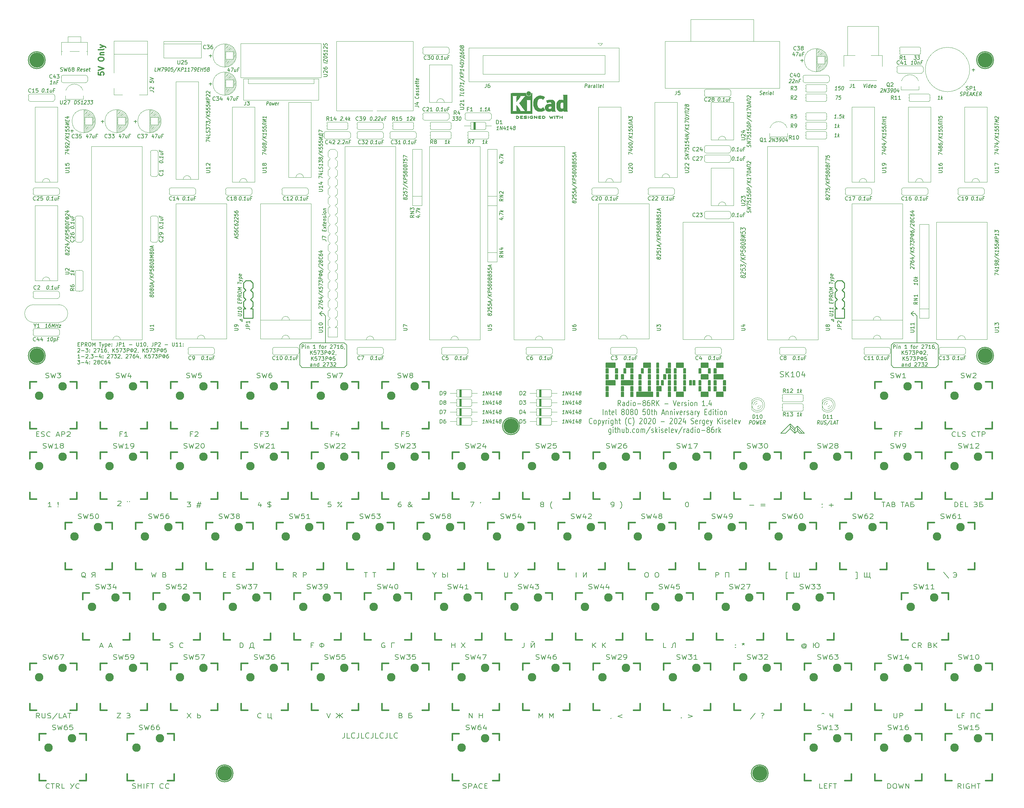
<source format=gbr>
G04 #@! TF.GenerationSoftware,KiCad,Pcbnew,(6.0.2)*
G04 #@! TF.CreationDate,2023-12-13T20:29:47-08:00*
G04 #@! TF.ProjectId,Radio-86RK,52616469-6f2d-4383-9652-4b2e6b696361,rev?*
G04 #@! TF.SameCoordinates,Original*
G04 #@! TF.FileFunction,Legend,Top*
G04 #@! TF.FilePolarity,Positive*
%FSLAX46Y46*%
G04 Gerber Fmt 4.6, Leading zero omitted, Abs format (unit mm)*
G04 Created by KiCad (PCBNEW (6.0.2)) date 2023-12-13 20:29:47*
%MOMM*%
%LPD*%
G01*
G04 APERTURE LIST*
%ADD10C,0.150000*%
%ADD11C,0.120000*%
%ADD12C,0.300000*%
%ADD13C,0.200000*%
%ADD14C,0.203200*%
%ADD15C,0.152400*%
%ADD16C,0.381000*%
%ADD17C,0.254000*%
%ADD18C,0.100000*%
%ADD19C,0.010000*%
%ADD20C,2.286000*%
%ADD21C,4.064000*%
G04 APERTURE END LIST*
D10*
X215265000Y-111125000D02*
X216535000Y-112395000D01*
X216535000Y-111125000D02*
X216535000Y-112395000D01*
X215265000Y-109855000D02*
X215265000Y-111125000D01*
X217170000Y-110490000D02*
X217170000Y-111760000D01*
X182245000Y-102552500D02*
X182880000Y-102552500D01*
X182880000Y-102552500D02*
X182880000Y-101282500D01*
X182880000Y-101282500D02*
X182245000Y-101282500D01*
X182245000Y-101282500D02*
X182245000Y-102552500D01*
G36*
X182245000Y-102552500D02*
G01*
X182880000Y-102552500D01*
X182880000Y-101282500D01*
X182245000Y-101282500D01*
X182245000Y-102552500D01*
G37*
X196532500Y-102552500D02*
X197167500Y-102552500D01*
X197167500Y-102552500D02*
X197167500Y-101282500D01*
X197167500Y-101282500D02*
X196532500Y-101282500D01*
X196532500Y-101282500D02*
X196532500Y-102552500D01*
G36*
X196532500Y-102552500D02*
G01*
X197167500Y-102552500D01*
X197167500Y-101282500D01*
X196532500Y-101282500D01*
X196532500Y-102552500D01*
G37*
X195897500Y-94615000D02*
X196532500Y-94615000D01*
X196532500Y-94615000D02*
X196532500Y-93345000D01*
X196532500Y-93345000D02*
X195897500Y-93345000D01*
X195897500Y-93345000D02*
X195897500Y-94615000D01*
G36*
X195897500Y-94615000D02*
G01*
X196532500Y-94615000D01*
X196532500Y-93345000D01*
X195897500Y-93345000D01*
X195897500Y-94615000D01*
G37*
X172085000Y-97790000D02*
X172720000Y-97790000D01*
X172720000Y-97790000D02*
X172720000Y-96520000D01*
X172720000Y-96520000D02*
X172085000Y-96520000D01*
X172085000Y-96520000D02*
X172085000Y-97790000D01*
G36*
X172085000Y-97790000D02*
G01*
X172720000Y-97790000D01*
X172720000Y-96520000D01*
X172085000Y-96520000D01*
X172085000Y-97790000D01*
G37*
X254635000Y-87947500D02*
X255270000Y-88582500D01*
X196532500Y-97790000D02*
X197167500Y-97790000D01*
X197167500Y-97790000D02*
X197167500Y-96520000D01*
X197167500Y-96520000D02*
X196532500Y-96520000D01*
X196532500Y-96520000D02*
X196532500Y-97790000D01*
G36*
X196532500Y-97790000D02*
G01*
X197167500Y-97790000D01*
X197167500Y-96520000D01*
X196532500Y-96520000D01*
X196532500Y-97790000D01*
G37*
X171450000Y-99377500D02*
X172085000Y-99377500D01*
X172085000Y-99377500D02*
X172085000Y-98107500D01*
X172085000Y-98107500D02*
X171450000Y-98107500D01*
X171450000Y-98107500D02*
X171450000Y-99377500D01*
G36*
X171450000Y-99377500D02*
G01*
X172085000Y-99377500D01*
X172085000Y-98107500D01*
X171450000Y-98107500D01*
X171450000Y-99377500D01*
G37*
X166687500Y-94615000D02*
X167322500Y-94615000D01*
X167322500Y-94615000D02*
X167322500Y-93345000D01*
X167322500Y-93345000D02*
X166687500Y-93345000D01*
X166687500Y-93345000D02*
X166687500Y-94615000D01*
G36*
X166687500Y-94615000D02*
G01*
X167322500Y-94615000D01*
X167322500Y-93345000D01*
X166687500Y-93345000D01*
X166687500Y-94615000D01*
G37*
X195262500Y-97790000D02*
X195897500Y-97790000D01*
X195897500Y-97790000D02*
X195897500Y-96520000D01*
X195897500Y-96520000D02*
X195262500Y-96520000D01*
X195262500Y-96520000D02*
X195262500Y-97790000D01*
G36*
X195262500Y-97790000D02*
G01*
X195897500Y-97790000D01*
X195897500Y-96520000D01*
X195262500Y-96520000D01*
X195262500Y-97790000D01*
G37*
X165417500Y-100965000D02*
X166052500Y-100965000D01*
X166052500Y-100965000D02*
X166052500Y-99695000D01*
X166052500Y-99695000D02*
X165417500Y-99695000D01*
X165417500Y-99695000D02*
X165417500Y-100965000D01*
G36*
X165417500Y-100965000D02*
G01*
X166052500Y-100965000D01*
X166052500Y-99695000D01*
X165417500Y-99695000D01*
X165417500Y-100965000D01*
G37*
X182245000Y-100965000D02*
X182880000Y-100965000D01*
X182880000Y-100965000D02*
X182880000Y-99695000D01*
X182880000Y-99695000D02*
X182245000Y-99695000D01*
X182245000Y-99695000D02*
X182245000Y-100965000D01*
G36*
X182245000Y-100965000D02*
G01*
X182880000Y-100965000D01*
X182880000Y-99695000D01*
X182245000Y-99695000D01*
X182245000Y-100965000D01*
G37*
D11*
X71882000Y-81788000D02*
X85598000Y-81788000D01*
D10*
X179070000Y-96202500D02*
X179705000Y-96202500D01*
X179705000Y-96202500D02*
X179705000Y-94932500D01*
X179705000Y-94932500D02*
X179070000Y-94932500D01*
X179070000Y-94932500D02*
X179070000Y-96202500D01*
G36*
X179070000Y-96202500D02*
G01*
X179705000Y-96202500D01*
X179705000Y-94932500D01*
X179070000Y-94932500D01*
X179070000Y-96202500D01*
G37*
X187960000Y-99377500D02*
X188595000Y-99377500D01*
X188595000Y-99377500D02*
X188595000Y-98107500D01*
X188595000Y-98107500D02*
X187960000Y-98107500D01*
X187960000Y-98107500D02*
X187960000Y-99377500D01*
G36*
X187960000Y-99377500D02*
G01*
X188595000Y-99377500D01*
X188595000Y-98107500D01*
X187960000Y-98107500D01*
X187960000Y-99377500D01*
G37*
X217170000Y-111125000D02*
X218440000Y-112395000D01*
X182245000Y-96202500D02*
X182880000Y-96202500D01*
X182880000Y-96202500D02*
X182880000Y-94932500D01*
X182880000Y-94932500D02*
X182245000Y-94932500D01*
X182245000Y-94932500D02*
X182245000Y-96202500D01*
G36*
X182245000Y-96202500D02*
G01*
X182880000Y-96202500D01*
X182880000Y-94932500D01*
X182245000Y-94932500D01*
X182245000Y-96202500D01*
G37*
X88582500Y-79375000D02*
X87947500Y-80010000D01*
X82550000Y-93980000D02*
X82550000Y-88582500D01*
X195262500Y-102552500D02*
X195897500Y-102552500D01*
X195897500Y-102552500D02*
X195897500Y-101282500D01*
X195897500Y-101282500D02*
X195262500Y-101282500D01*
X195262500Y-101282500D02*
X195262500Y-102552500D01*
G36*
X195262500Y-102552500D02*
G01*
X195897500Y-102552500D01*
X195897500Y-101282500D01*
X195262500Y-101282500D01*
X195262500Y-102552500D01*
G37*
X172085000Y-94615000D02*
X172720000Y-94615000D01*
X172720000Y-94615000D02*
X172720000Y-93345000D01*
X172720000Y-93345000D02*
X172085000Y-93345000D01*
X172085000Y-93345000D02*
X172085000Y-94615000D01*
G36*
X172085000Y-94615000D02*
G01*
X172720000Y-94615000D01*
X172720000Y-93345000D01*
X172085000Y-93345000D01*
X172085000Y-94615000D01*
G37*
X179705000Y-100965000D02*
X180340000Y-100965000D01*
X180340000Y-100965000D02*
X180340000Y-99695000D01*
X180340000Y-99695000D02*
X179705000Y-99695000D01*
X179705000Y-99695000D02*
X179705000Y-100965000D01*
G36*
X179705000Y-100965000D02*
G01*
X180340000Y-100965000D01*
X180340000Y-99695000D01*
X179705000Y-99695000D01*
X179705000Y-100965000D01*
G37*
X166052500Y-99377500D02*
X166687500Y-99377500D01*
X166687500Y-99377500D02*
X166687500Y-98107500D01*
X166687500Y-98107500D02*
X166052500Y-98107500D01*
X166052500Y-98107500D02*
X166052500Y-99377500D01*
G36*
X166052500Y-99377500D02*
G01*
X166687500Y-99377500D01*
X166687500Y-98107500D01*
X166052500Y-98107500D01*
X166052500Y-99377500D01*
G37*
X89535000Y-80645000D02*
X89535000Y-87884000D01*
X217170000Y-110490000D02*
X216535000Y-111125000D01*
X216535000Y-111125000D02*
X215265000Y-109855000D01*
X191770000Y-102552500D02*
X192405000Y-102552500D01*
X192405000Y-102552500D02*
X192405000Y-101282500D01*
X192405000Y-101282500D02*
X191770000Y-101282500D01*
X191770000Y-101282500D02*
X191770000Y-102552500D01*
G36*
X191770000Y-102552500D02*
G01*
X192405000Y-102552500D01*
X192405000Y-101282500D01*
X191770000Y-101282500D01*
X191770000Y-102552500D01*
G37*
X185737500Y-94615000D02*
X186372500Y-94615000D01*
X186372500Y-94615000D02*
X186372500Y-93345000D01*
X186372500Y-93345000D02*
X185737500Y-93345000D01*
X185737500Y-93345000D02*
X185737500Y-94615000D01*
G36*
X185737500Y-94615000D02*
G01*
X186372500Y-94615000D01*
X186372500Y-93345000D01*
X185737500Y-93345000D01*
X185737500Y-94615000D01*
G37*
X95250000Y-88582500D02*
X95250000Y-93980000D01*
X243205000Y-87947500D02*
X254635000Y-87947500D01*
X190500000Y-96202500D02*
X191135000Y-96202500D01*
X191135000Y-96202500D02*
X191135000Y-94932500D01*
X191135000Y-94932500D02*
X190500000Y-94932500D01*
X190500000Y-94932500D02*
X190500000Y-96202500D01*
G36*
X190500000Y-96202500D02*
G01*
X191135000Y-96202500D01*
X191135000Y-94932500D01*
X190500000Y-94932500D01*
X190500000Y-96202500D01*
G37*
X191770000Y-97790000D02*
X192405000Y-97790000D01*
X192405000Y-97790000D02*
X192405000Y-96520000D01*
X192405000Y-96520000D02*
X191770000Y-96520000D01*
X191770000Y-96520000D02*
X191770000Y-97790000D01*
G36*
X191770000Y-97790000D02*
G01*
X192405000Y-97790000D01*
X192405000Y-96520000D01*
X191770000Y-96520000D01*
X191770000Y-97790000D01*
G37*
X170815000Y-99377500D02*
X171450000Y-99377500D01*
X171450000Y-99377500D02*
X171450000Y-98107500D01*
X171450000Y-98107500D02*
X170815000Y-98107500D01*
X170815000Y-98107500D02*
X170815000Y-99377500D01*
G36*
X170815000Y-99377500D02*
G01*
X171450000Y-99377500D01*
X171450000Y-98107500D01*
X170815000Y-98107500D01*
X170815000Y-99377500D01*
G37*
X217170000Y-111760000D02*
X216535000Y-112395000D01*
X213995000Y-112395000D02*
X215265000Y-111125000D01*
X219075000Y-112395000D02*
X217170000Y-110490000D01*
X165417500Y-99377500D02*
X166052500Y-99377500D01*
X166052500Y-99377500D02*
X166052500Y-98107500D01*
X166052500Y-98107500D02*
X165417500Y-98107500D01*
X165417500Y-98107500D02*
X165417500Y-99377500D01*
G36*
X165417500Y-99377500D02*
G01*
X166052500Y-99377500D01*
X166052500Y-98107500D01*
X165417500Y-98107500D01*
X165417500Y-99377500D01*
G37*
D11*
X79756000Y-81788000D02*
G75*
G03*
X77724000Y-81788000I-1016000J-8866D01*
G01*
D10*
X170180000Y-99377500D02*
X170815000Y-99377500D01*
X170815000Y-99377500D02*
X170815000Y-98107500D01*
X170815000Y-98107500D02*
X170180000Y-98107500D01*
X170180000Y-98107500D02*
X170180000Y-99377500D01*
G36*
X170180000Y-99377500D02*
G01*
X170815000Y-99377500D01*
X170815000Y-98107500D01*
X170180000Y-98107500D01*
X170180000Y-99377500D01*
G37*
X174307500Y-99377500D02*
X174942500Y-99377500D01*
X174942500Y-99377500D02*
X174942500Y-98107500D01*
X174942500Y-98107500D02*
X174307500Y-98107500D01*
X174307500Y-98107500D02*
X174307500Y-99377500D01*
G36*
X174307500Y-99377500D02*
G01*
X174942500Y-99377500D01*
X174942500Y-98107500D01*
X174307500Y-98107500D01*
X174307500Y-99377500D01*
G37*
X226377500Y-81597500D02*
X227012500Y-81597500D01*
X197167500Y-99377500D02*
X197802500Y-99377500D01*
X197802500Y-99377500D02*
X197802500Y-98107500D01*
X197802500Y-98107500D02*
X197167500Y-98107500D01*
X197167500Y-98107500D02*
X197167500Y-99377500D01*
G36*
X197167500Y-99377500D02*
G01*
X197802500Y-99377500D01*
X197802500Y-98107500D01*
X197167500Y-98107500D01*
X197167500Y-99377500D01*
G37*
X172085000Y-100965000D02*
X172720000Y-100965000D01*
X172720000Y-100965000D02*
X172720000Y-99695000D01*
X172720000Y-99695000D02*
X172085000Y-99695000D01*
X172085000Y-99695000D02*
X172085000Y-100965000D01*
G36*
X172085000Y-100965000D02*
G01*
X172720000Y-100965000D01*
X172720000Y-99695000D01*
X172085000Y-99695000D01*
X172085000Y-100965000D01*
G37*
X186372500Y-96202500D02*
X187007500Y-96202500D01*
X187007500Y-96202500D02*
X187007500Y-94932500D01*
X187007500Y-94932500D02*
X186372500Y-94932500D01*
X186372500Y-94932500D02*
X186372500Y-96202500D01*
G36*
X186372500Y-96202500D02*
G01*
X187007500Y-96202500D01*
X187007500Y-94932500D01*
X186372500Y-94932500D01*
X186372500Y-96202500D01*
G37*
X95250000Y-93980000D02*
X94615000Y-94615000D01*
X249555000Y-80645000D02*
X249555000Y-87884000D01*
X165417500Y-94615000D02*
X166052500Y-94615000D01*
X166052500Y-94615000D02*
X166052500Y-93345000D01*
X166052500Y-93345000D02*
X165417500Y-93345000D01*
X165417500Y-93345000D02*
X165417500Y-94615000D01*
G36*
X165417500Y-94615000D02*
G01*
X166052500Y-94615000D01*
X166052500Y-93345000D01*
X165417500Y-93345000D01*
X165417500Y-94615000D01*
G37*
X167322500Y-94615000D02*
X167957500Y-94615000D01*
X167957500Y-94615000D02*
X167957500Y-93345000D01*
X167957500Y-93345000D02*
X167322500Y-93345000D01*
X167322500Y-93345000D02*
X167322500Y-94615000D01*
G36*
X167322500Y-94615000D02*
G01*
X167957500Y-94615000D01*
X167957500Y-93345000D01*
X167322500Y-93345000D01*
X167322500Y-94615000D01*
G37*
X165417500Y-97790000D02*
X166052500Y-97790000D01*
X166052500Y-97790000D02*
X166052500Y-96520000D01*
X166052500Y-96520000D02*
X165417500Y-96520000D01*
X165417500Y-96520000D02*
X165417500Y-97790000D01*
G36*
X165417500Y-97790000D02*
G01*
X166052500Y-97790000D01*
X166052500Y-96520000D01*
X165417500Y-96520000D01*
X165417500Y-97790000D01*
G37*
X227012500Y-82232500D02*
X226377500Y-81597500D01*
X191135000Y-97790000D02*
X191770000Y-97790000D01*
X191770000Y-97790000D02*
X191770000Y-96520000D01*
X191770000Y-96520000D02*
X191135000Y-96520000D01*
X191135000Y-96520000D02*
X191135000Y-97790000D01*
G36*
X191135000Y-97790000D02*
G01*
X191770000Y-97790000D01*
X191770000Y-96520000D01*
X191135000Y-96520000D01*
X191135000Y-97790000D01*
G37*
X169545000Y-97790000D02*
X170180000Y-97790000D01*
X170180000Y-97790000D02*
X170180000Y-96520000D01*
X170180000Y-96520000D02*
X169545000Y-96520000D01*
X169545000Y-96520000D02*
X169545000Y-97790000D01*
G36*
X169545000Y-97790000D02*
G01*
X170180000Y-97790000D01*
X170180000Y-96520000D01*
X169545000Y-96520000D01*
X169545000Y-97790000D01*
G37*
X174307500Y-102552500D02*
X174942500Y-102552500D01*
X174942500Y-102552500D02*
X174942500Y-101282500D01*
X174942500Y-101282500D02*
X174307500Y-101282500D01*
X174307500Y-101282500D02*
X174307500Y-102552500D01*
G36*
X174307500Y-102552500D02*
G01*
X174942500Y-102552500D01*
X174942500Y-101282500D01*
X174307500Y-101282500D01*
X174307500Y-102552500D01*
G37*
X247967500Y-80010000D02*
X248602500Y-79375000D01*
X176847500Y-97790000D02*
X177482500Y-97790000D01*
X177482500Y-97790000D02*
X177482500Y-96520000D01*
X177482500Y-96520000D02*
X176847500Y-96520000D01*
X176847500Y-96520000D02*
X176847500Y-97790000D01*
G36*
X176847500Y-97790000D02*
G01*
X177482500Y-97790000D01*
X177482500Y-96520000D01*
X176847500Y-96520000D01*
X176847500Y-97790000D01*
G37*
X179070000Y-99377500D02*
X179705000Y-99377500D01*
X179705000Y-99377500D02*
X179705000Y-98107500D01*
X179705000Y-98107500D02*
X179070000Y-98107500D01*
X179070000Y-98107500D02*
X179070000Y-99377500D01*
G36*
X179070000Y-99377500D02*
G01*
X179705000Y-99377500D01*
X179705000Y-98107500D01*
X179070000Y-98107500D01*
X179070000Y-99377500D01*
G37*
X170180000Y-96202500D02*
X170815000Y-96202500D01*
X170815000Y-96202500D02*
X170815000Y-94932500D01*
X170815000Y-94932500D02*
X170180000Y-94932500D01*
X170180000Y-94932500D02*
X170180000Y-96202500D01*
G36*
X170180000Y-96202500D02*
G01*
X170815000Y-96202500D01*
X170815000Y-94932500D01*
X170180000Y-94932500D01*
X170180000Y-96202500D01*
G37*
X180975000Y-97790000D02*
X181610000Y-97790000D01*
X181610000Y-97790000D02*
X181610000Y-96520000D01*
X181610000Y-96520000D02*
X180975000Y-96520000D01*
X180975000Y-96520000D02*
X180975000Y-97790000D01*
G36*
X180975000Y-97790000D02*
G01*
X181610000Y-97790000D01*
X181610000Y-96520000D01*
X180975000Y-96520000D01*
X180975000Y-97790000D01*
G37*
X173672500Y-102552500D02*
X174307500Y-102552500D01*
X174307500Y-102552500D02*
X174307500Y-101282500D01*
X174307500Y-101282500D02*
X173672500Y-101282500D01*
X173672500Y-101282500D02*
X173672500Y-102552500D01*
G36*
X173672500Y-102552500D02*
G01*
X174307500Y-102552500D01*
X174307500Y-101282500D01*
X173672500Y-101282500D01*
X173672500Y-102552500D01*
G37*
D11*
X239776000Y-81788000D02*
G75*
G03*
X237744000Y-81788000I-1016000J-8866D01*
G01*
D10*
X82550000Y-88582500D02*
X83185000Y-87947500D01*
X170815000Y-94615000D02*
X171450000Y-94615000D01*
X171450000Y-94615000D02*
X171450000Y-93345000D01*
X171450000Y-93345000D02*
X170815000Y-93345000D01*
X170815000Y-93345000D02*
X170815000Y-94615000D01*
G36*
X170815000Y-94615000D02*
G01*
X171450000Y-94615000D01*
X171450000Y-93345000D01*
X170815000Y-93345000D01*
X170815000Y-94615000D01*
G37*
X182245000Y-94615000D02*
X182880000Y-94615000D01*
X182880000Y-94615000D02*
X182880000Y-93345000D01*
X182880000Y-93345000D02*
X182245000Y-93345000D01*
X182245000Y-93345000D02*
X182245000Y-94615000D01*
G36*
X182245000Y-94615000D02*
G01*
X182880000Y-94615000D01*
X182880000Y-93345000D01*
X182245000Y-93345000D01*
X182245000Y-94615000D01*
G37*
X176847500Y-96202500D02*
X177482500Y-96202500D01*
X177482500Y-96202500D02*
X177482500Y-94932500D01*
X177482500Y-94932500D02*
X176847500Y-94932500D01*
X176847500Y-94932500D02*
X176847500Y-96202500D01*
G36*
X176847500Y-96202500D02*
G01*
X177482500Y-96202500D01*
X177482500Y-94932500D01*
X176847500Y-94932500D01*
X176847500Y-96202500D01*
G37*
X184467500Y-102552500D02*
X185102500Y-102552500D01*
X185102500Y-102552500D02*
X185102500Y-101282500D01*
X185102500Y-101282500D02*
X184467500Y-101282500D01*
X184467500Y-101282500D02*
X184467500Y-102552500D01*
G36*
X184467500Y-102552500D02*
G01*
X185102500Y-102552500D01*
X185102500Y-101282500D01*
X184467500Y-101282500D01*
X184467500Y-102552500D01*
G37*
X184467500Y-94615000D02*
X185102500Y-94615000D01*
X185102500Y-94615000D02*
X185102500Y-93345000D01*
X185102500Y-93345000D02*
X184467500Y-93345000D01*
X184467500Y-93345000D02*
X184467500Y-94615000D01*
G36*
X184467500Y-94615000D02*
G01*
X185102500Y-94615000D01*
X185102500Y-93345000D01*
X184467500Y-93345000D01*
X184467500Y-94615000D01*
G37*
X191135000Y-102552500D02*
X191770000Y-102552500D01*
X191770000Y-102552500D02*
X191770000Y-101282500D01*
X191770000Y-101282500D02*
X191135000Y-101282500D01*
X191135000Y-101282500D02*
X191135000Y-102552500D01*
G36*
X191135000Y-102552500D02*
G01*
X191770000Y-102552500D01*
X191770000Y-101282500D01*
X191135000Y-101282500D01*
X191135000Y-102552500D01*
G37*
X215265000Y-110490000D02*
X216535000Y-111760000D01*
X186372500Y-100965000D02*
X187007500Y-100965000D01*
X187007500Y-100965000D02*
X187007500Y-99695000D01*
X187007500Y-99695000D02*
X186372500Y-99695000D01*
X186372500Y-99695000D02*
X186372500Y-100965000D01*
G36*
X186372500Y-100965000D02*
G01*
X187007500Y-100965000D01*
X187007500Y-99695000D01*
X186372500Y-99695000D01*
X186372500Y-100965000D01*
G37*
X176212500Y-94615000D02*
X176847500Y-94615000D01*
X176847500Y-94615000D02*
X176847500Y-93345000D01*
X176847500Y-93345000D02*
X176212500Y-93345000D01*
X176212500Y-93345000D02*
X176212500Y-94615000D01*
G36*
X176212500Y-94615000D02*
G01*
X176847500Y-94615000D01*
X176847500Y-93345000D01*
X176212500Y-93345000D01*
X176212500Y-94615000D01*
G37*
X190500000Y-100965000D02*
X191135000Y-100965000D01*
X191135000Y-100965000D02*
X191135000Y-99695000D01*
X191135000Y-99695000D02*
X190500000Y-99695000D01*
X190500000Y-99695000D02*
X190500000Y-100965000D01*
G36*
X190500000Y-100965000D02*
G01*
X191135000Y-100965000D01*
X191135000Y-99695000D01*
X190500000Y-99695000D01*
X190500000Y-100965000D01*
G37*
X179070000Y-94615000D02*
X179705000Y-94615000D01*
X179705000Y-94615000D02*
X179705000Y-93345000D01*
X179705000Y-93345000D02*
X179070000Y-93345000D01*
X179070000Y-93345000D02*
X179070000Y-94615000D01*
G36*
X179070000Y-94615000D02*
G01*
X179705000Y-94615000D01*
X179705000Y-93345000D01*
X179070000Y-93345000D01*
X179070000Y-94615000D01*
G37*
X195897500Y-97790000D02*
X196532500Y-97790000D01*
X196532500Y-97790000D02*
X196532500Y-96520000D01*
X196532500Y-96520000D02*
X195897500Y-96520000D01*
X195897500Y-96520000D02*
X195897500Y-97790000D01*
G36*
X195897500Y-97790000D02*
G01*
X196532500Y-97790000D01*
X196532500Y-96520000D01*
X195897500Y-96520000D01*
X195897500Y-97790000D01*
G37*
X197167500Y-100965000D02*
X197802500Y-100965000D01*
X197802500Y-100965000D02*
X197802500Y-99695000D01*
X197802500Y-99695000D02*
X197167500Y-99695000D01*
X197167500Y-99695000D02*
X197167500Y-100965000D01*
G36*
X197167500Y-100965000D02*
G01*
X197802500Y-100965000D01*
X197802500Y-99695000D01*
X197167500Y-99695000D01*
X197167500Y-100965000D01*
G37*
X185102500Y-94615000D02*
X185737500Y-94615000D01*
X185737500Y-94615000D02*
X185737500Y-93345000D01*
X185737500Y-93345000D02*
X185102500Y-93345000D01*
X185102500Y-93345000D02*
X185102500Y-94615000D01*
G36*
X185102500Y-94615000D02*
G01*
X185737500Y-94615000D01*
X185737500Y-93345000D01*
X185102500Y-93345000D01*
X185102500Y-94615000D01*
G37*
X176847500Y-102552500D02*
X177482500Y-102552500D01*
X177482500Y-102552500D02*
X177482500Y-101282500D01*
X177482500Y-101282500D02*
X176847500Y-101282500D01*
X176847500Y-101282500D02*
X176847500Y-102552500D01*
G36*
X176847500Y-102552500D02*
G01*
X177482500Y-102552500D01*
X177482500Y-101282500D01*
X176847500Y-101282500D01*
X176847500Y-102552500D01*
G37*
X192405000Y-102552500D02*
X193040000Y-102552500D01*
X193040000Y-102552500D02*
X193040000Y-101282500D01*
X193040000Y-101282500D02*
X192405000Y-101282500D01*
X192405000Y-101282500D02*
X192405000Y-102552500D01*
G36*
X192405000Y-102552500D02*
G01*
X193040000Y-102552500D01*
X193040000Y-101282500D01*
X192405000Y-101282500D01*
X192405000Y-102552500D01*
G37*
X66357500Y-81597500D02*
X66992500Y-81597500D01*
X194627500Y-99377500D02*
X195262500Y-99377500D01*
X195262500Y-99377500D02*
X195262500Y-98107500D01*
X195262500Y-98107500D02*
X194627500Y-98107500D01*
X194627500Y-98107500D02*
X194627500Y-99377500D01*
G36*
X194627500Y-99377500D02*
G01*
X195262500Y-99377500D01*
X195262500Y-98107500D01*
X194627500Y-98107500D01*
X194627500Y-99377500D01*
G37*
X195262500Y-94615000D02*
X195897500Y-94615000D01*
X195897500Y-94615000D02*
X195897500Y-93345000D01*
X195897500Y-93345000D02*
X195262500Y-93345000D01*
X195262500Y-93345000D02*
X195262500Y-94615000D01*
G36*
X195262500Y-94615000D02*
G01*
X195897500Y-94615000D01*
X195897500Y-93345000D01*
X195262500Y-93345000D01*
X195262500Y-94615000D01*
G37*
X217805000Y-112395000D02*
X219075000Y-112395000D01*
X66992500Y-81597500D02*
X66992500Y-82232500D01*
X194627500Y-96202500D02*
X195262500Y-96202500D01*
X195262500Y-96202500D02*
X195262500Y-94932500D01*
X195262500Y-94932500D02*
X194627500Y-94932500D01*
X194627500Y-94932500D02*
X194627500Y-96202500D01*
G36*
X194627500Y-96202500D02*
G01*
X195262500Y-96202500D01*
X195262500Y-94932500D01*
X194627500Y-94932500D01*
X194627500Y-96202500D01*
G37*
X171450000Y-94615000D02*
X172085000Y-94615000D01*
X172085000Y-94615000D02*
X172085000Y-93345000D01*
X172085000Y-93345000D02*
X171450000Y-93345000D01*
X171450000Y-93345000D02*
X171450000Y-94615000D01*
G36*
X171450000Y-94615000D02*
G01*
X172085000Y-94615000D01*
X172085000Y-93345000D01*
X171450000Y-93345000D01*
X171450000Y-94615000D01*
G37*
X179070000Y-97790000D02*
X179705000Y-97790000D01*
X179705000Y-97790000D02*
X179705000Y-96520000D01*
X179705000Y-96520000D02*
X179070000Y-96520000D01*
X179070000Y-96520000D02*
X179070000Y-97790000D01*
G36*
X179070000Y-97790000D02*
G01*
X179705000Y-97790000D01*
X179705000Y-96520000D01*
X179070000Y-96520000D01*
X179070000Y-97790000D01*
G37*
X176212500Y-102552500D02*
X176847500Y-102552500D01*
X176847500Y-102552500D02*
X176847500Y-101282500D01*
X176847500Y-101282500D02*
X176212500Y-101282500D01*
X176212500Y-101282500D02*
X176212500Y-102552500D01*
G36*
X176212500Y-102552500D02*
G01*
X176847500Y-102552500D01*
X176847500Y-101282500D01*
X176212500Y-101282500D01*
X176212500Y-102552500D01*
G37*
X242570000Y-88582500D02*
X243205000Y-87947500D01*
X172085000Y-96202500D02*
X172720000Y-96202500D01*
X172720000Y-96202500D02*
X172720000Y-94932500D01*
X172720000Y-94932500D02*
X172085000Y-94932500D01*
X172085000Y-94932500D02*
X172085000Y-96202500D01*
G36*
X172085000Y-96202500D02*
G01*
X172720000Y-96202500D01*
X172720000Y-94932500D01*
X172085000Y-94932500D01*
X172085000Y-96202500D01*
G37*
X88582500Y-80645000D02*
X87947500Y-80010000D01*
X167957500Y-97790000D02*
X168592500Y-97790000D01*
X168592500Y-97790000D02*
X168592500Y-96520000D01*
X168592500Y-96520000D02*
X167957500Y-96520000D01*
X167957500Y-96520000D02*
X167957500Y-97790000D01*
G36*
X167957500Y-97790000D02*
G01*
X168592500Y-97790000D01*
X168592500Y-96520000D01*
X167957500Y-96520000D01*
X167957500Y-97790000D01*
G37*
X193040000Y-99377500D02*
X193675000Y-99377500D01*
X193675000Y-99377500D02*
X193675000Y-98107500D01*
X193675000Y-98107500D02*
X193040000Y-98107500D01*
X193040000Y-98107500D02*
X193040000Y-99377500D01*
G36*
X193040000Y-99377500D02*
G01*
X193675000Y-99377500D01*
X193675000Y-98107500D01*
X193040000Y-98107500D01*
X193040000Y-99377500D01*
G37*
X182245000Y-99377500D02*
X182880000Y-99377500D01*
X182880000Y-99377500D02*
X182880000Y-98107500D01*
X182880000Y-98107500D02*
X182245000Y-98107500D01*
X182245000Y-98107500D02*
X182245000Y-99377500D01*
G36*
X182245000Y-99377500D02*
G01*
X182880000Y-99377500D01*
X182880000Y-98107500D01*
X182245000Y-98107500D01*
X182245000Y-99377500D01*
G37*
X183832500Y-96202500D02*
X184467500Y-96202500D01*
X184467500Y-96202500D02*
X184467500Y-94932500D01*
X184467500Y-94932500D02*
X183832500Y-94932500D01*
X183832500Y-94932500D02*
X183832500Y-96202500D01*
G36*
X183832500Y-96202500D02*
G01*
X184467500Y-96202500D01*
X184467500Y-94932500D01*
X183832500Y-94932500D01*
X183832500Y-96202500D01*
G37*
D11*
X231902000Y-81788000D02*
X245618000Y-81788000D01*
D10*
X196532500Y-94615000D02*
X197167500Y-94615000D01*
X197167500Y-94615000D02*
X197167500Y-93345000D01*
X197167500Y-93345000D02*
X196532500Y-93345000D01*
X196532500Y-93345000D02*
X196532500Y-94615000D01*
G36*
X196532500Y-94615000D02*
G01*
X197167500Y-94615000D01*
X197167500Y-93345000D01*
X196532500Y-93345000D01*
X196532500Y-94615000D01*
G37*
X176847500Y-94615000D02*
X177482500Y-94615000D01*
X177482500Y-94615000D02*
X177482500Y-93345000D01*
X177482500Y-93345000D02*
X176847500Y-93345000D01*
X176847500Y-93345000D02*
X176847500Y-94615000D01*
G36*
X176847500Y-94615000D02*
G01*
X177482500Y-94615000D01*
X177482500Y-93345000D01*
X176847500Y-93345000D01*
X176847500Y-94615000D01*
G37*
X192405000Y-94615000D02*
X193040000Y-94615000D01*
X193040000Y-94615000D02*
X193040000Y-93345000D01*
X193040000Y-93345000D02*
X192405000Y-93345000D01*
X192405000Y-93345000D02*
X192405000Y-94615000D01*
G36*
X192405000Y-94615000D02*
G01*
X193040000Y-94615000D01*
X193040000Y-93345000D01*
X192405000Y-93345000D01*
X192405000Y-94615000D01*
G37*
X194627500Y-97790000D02*
X195262500Y-97790000D01*
X195262500Y-97790000D02*
X195262500Y-96520000D01*
X195262500Y-96520000D02*
X194627500Y-96520000D01*
X194627500Y-96520000D02*
X194627500Y-97790000D01*
G36*
X194627500Y-97790000D02*
G01*
X195262500Y-97790000D01*
X195262500Y-96520000D01*
X194627500Y-96520000D01*
X194627500Y-97790000D01*
G37*
X66992500Y-82232500D02*
X66357500Y-81597500D01*
X175577500Y-102552500D02*
X176212500Y-102552500D01*
X176212500Y-102552500D02*
X176212500Y-101282500D01*
X176212500Y-101282500D02*
X175577500Y-101282500D01*
X175577500Y-101282500D02*
X175577500Y-102552500D01*
G36*
X175577500Y-102552500D02*
G01*
X176212500Y-102552500D01*
X176212500Y-101282500D01*
X175577500Y-101282500D01*
X175577500Y-102552500D01*
G37*
X242570000Y-93980000D02*
X242570000Y-88582500D01*
X194627500Y-100965000D02*
X195262500Y-100965000D01*
X195262500Y-100965000D02*
X195262500Y-99695000D01*
X195262500Y-99695000D02*
X194627500Y-99695000D01*
X194627500Y-99695000D02*
X194627500Y-100965000D01*
G36*
X194627500Y-100965000D02*
G01*
X195262500Y-100965000D01*
X195262500Y-99695000D01*
X194627500Y-99695000D01*
X194627500Y-100965000D01*
G37*
X87947500Y-80010000D02*
X88582500Y-79375000D01*
X169545000Y-102552500D02*
X170180000Y-102552500D01*
X170180000Y-102552500D02*
X170180000Y-101282500D01*
X170180000Y-101282500D02*
X169545000Y-101282500D01*
X169545000Y-101282500D02*
X169545000Y-102552500D01*
G36*
X169545000Y-102552500D02*
G01*
X170180000Y-102552500D01*
X170180000Y-101282500D01*
X169545000Y-101282500D01*
X169545000Y-102552500D01*
G37*
X191135000Y-94615000D02*
X191770000Y-94615000D01*
X191770000Y-94615000D02*
X191770000Y-93345000D01*
X191770000Y-93345000D02*
X191135000Y-93345000D01*
X191135000Y-93345000D02*
X191135000Y-94615000D01*
G36*
X191135000Y-94615000D02*
G01*
X191770000Y-94615000D01*
X191770000Y-93345000D01*
X191135000Y-93345000D01*
X191135000Y-94615000D01*
G37*
X182245000Y-97790000D02*
X182880000Y-97790000D01*
X182880000Y-97790000D02*
X182880000Y-96520000D01*
X182880000Y-96520000D02*
X182245000Y-96520000D01*
X182245000Y-96520000D02*
X182245000Y-97790000D01*
G36*
X182245000Y-97790000D02*
G01*
X182880000Y-97790000D01*
X182880000Y-96520000D01*
X182245000Y-96520000D01*
X182245000Y-97790000D01*
G37*
X166052500Y-94615000D02*
X166687500Y-94615000D01*
X166687500Y-94615000D02*
X166687500Y-93345000D01*
X166687500Y-93345000D02*
X166052500Y-93345000D01*
X166052500Y-93345000D02*
X166052500Y-94615000D01*
G36*
X166052500Y-94615000D02*
G01*
X166687500Y-94615000D01*
X166687500Y-93345000D01*
X166052500Y-93345000D01*
X166052500Y-94615000D01*
G37*
X83185000Y-87947500D02*
X94615000Y-87947500D01*
X183832500Y-97790000D02*
X184467500Y-97790000D01*
X184467500Y-97790000D02*
X184467500Y-96520000D01*
X184467500Y-96520000D02*
X183832500Y-96520000D01*
X183832500Y-96520000D02*
X183832500Y-97790000D01*
G36*
X183832500Y-97790000D02*
G01*
X184467500Y-97790000D01*
X184467500Y-96520000D01*
X183832500Y-96520000D01*
X183832500Y-97790000D01*
G37*
X193040000Y-96202500D02*
X193675000Y-96202500D01*
X193675000Y-96202500D02*
X193675000Y-94932500D01*
X193675000Y-94932500D02*
X193040000Y-94932500D01*
X193040000Y-94932500D02*
X193040000Y-96202500D01*
G36*
X193040000Y-96202500D02*
G01*
X193675000Y-96202500D01*
X193675000Y-94932500D01*
X193040000Y-94932500D01*
X193040000Y-96202500D01*
G37*
X186372500Y-99377500D02*
X187007500Y-99377500D01*
X187007500Y-99377500D02*
X187007500Y-98107500D01*
X187007500Y-98107500D02*
X186372500Y-98107500D01*
X186372500Y-98107500D02*
X186372500Y-99377500D01*
G36*
X186372500Y-99377500D02*
G01*
X187007500Y-99377500D01*
X187007500Y-98107500D01*
X186372500Y-98107500D01*
X186372500Y-99377500D01*
G37*
X177482500Y-102552500D02*
X178117500Y-102552500D01*
X178117500Y-102552500D02*
X178117500Y-101282500D01*
X178117500Y-101282500D02*
X177482500Y-101282500D01*
X177482500Y-101282500D02*
X177482500Y-102552500D01*
G36*
X177482500Y-102552500D02*
G01*
X178117500Y-102552500D01*
X178117500Y-101282500D01*
X177482500Y-101282500D01*
X177482500Y-102552500D01*
G37*
X174942500Y-96202500D02*
X175577500Y-96202500D01*
X175577500Y-96202500D02*
X175577500Y-94932500D01*
X175577500Y-94932500D02*
X174942500Y-94932500D01*
X174942500Y-94932500D02*
X174942500Y-96202500D01*
G36*
X174942500Y-96202500D02*
G01*
X175577500Y-96202500D01*
X175577500Y-94932500D01*
X174942500Y-94932500D01*
X174942500Y-96202500D01*
G37*
X165417500Y-96202500D02*
X166052500Y-96202500D01*
X166052500Y-96202500D02*
X166052500Y-94932500D01*
X166052500Y-94932500D02*
X165417500Y-94932500D01*
X165417500Y-94932500D02*
X165417500Y-96202500D01*
G36*
X165417500Y-96202500D02*
G01*
X166052500Y-96202500D01*
X166052500Y-94932500D01*
X165417500Y-94932500D01*
X165417500Y-96202500D01*
G37*
X248920000Y-80010000D02*
X249555000Y-80645000D01*
X175577500Y-94615000D02*
X176212500Y-94615000D01*
X176212500Y-94615000D02*
X176212500Y-93345000D01*
X176212500Y-93345000D02*
X175577500Y-93345000D01*
X175577500Y-93345000D02*
X175577500Y-94615000D01*
G36*
X175577500Y-94615000D02*
G01*
X176212500Y-94615000D01*
X176212500Y-93345000D01*
X175577500Y-93345000D01*
X175577500Y-94615000D01*
G37*
X165417500Y-102552500D02*
X166052500Y-102552500D01*
X166052500Y-102552500D02*
X166052500Y-101282500D01*
X166052500Y-101282500D02*
X165417500Y-101282500D01*
X165417500Y-101282500D02*
X165417500Y-102552500D01*
G36*
X165417500Y-102552500D02*
G01*
X166052500Y-102552500D01*
X166052500Y-101282500D01*
X165417500Y-101282500D01*
X165417500Y-102552500D01*
G37*
X176847500Y-100965000D02*
X177482500Y-100965000D01*
X177482500Y-100965000D02*
X177482500Y-99695000D01*
X177482500Y-99695000D02*
X176847500Y-99695000D01*
X176847500Y-99695000D02*
X176847500Y-100965000D01*
G36*
X176847500Y-100965000D02*
G01*
X177482500Y-100965000D01*
X177482500Y-99695000D01*
X176847500Y-99695000D01*
X176847500Y-100965000D01*
G37*
X172085000Y-99377500D02*
X172720000Y-99377500D01*
X172720000Y-99377500D02*
X172720000Y-98107500D01*
X172720000Y-98107500D02*
X172085000Y-98107500D01*
X172085000Y-98107500D02*
X172085000Y-99377500D01*
G36*
X172085000Y-99377500D02*
G01*
X172720000Y-99377500D01*
X172720000Y-98107500D01*
X172085000Y-98107500D01*
X172085000Y-99377500D01*
G37*
X183832500Y-100965000D02*
X184467500Y-100965000D01*
X184467500Y-100965000D02*
X184467500Y-99695000D01*
X184467500Y-99695000D02*
X183832500Y-99695000D01*
X183832500Y-99695000D02*
X183832500Y-100965000D01*
G36*
X183832500Y-100965000D02*
G01*
X184467500Y-100965000D01*
X184467500Y-99695000D01*
X183832500Y-99695000D01*
X183832500Y-100965000D01*
G37*
X180340000Y-99377500D02*
X180975000Y-99377500D01*
X180975000Y-99377500D02*
X180975000Y-98107500D01*
X180975000Y-98107500D02*
X180340000Y-98107500D01*
X180340000Y-98107500D02*
X180340000Y-99377500D01*
G36*
X180340000Y-99377500D02*
G01*
X180975000Y-99377500D01*
X180975000Y-98107500D01*
X180340000Y-98107500D01*
X180340000Y-99377500D01*
G37*
X248920000Y-80010000D02*
X247967500Y-80010000D01*
X248602500Y-80645000D02*
X247967500Y-80010000D01*
X83185000Y-94615000D02*
X82550000Y-93980000D01*
X191770000Y-94615000D02*
X192405000Y-94615000D01*
X192405000Y-94615000D02*
X192405000Y-93345000D01*
X192405000Y-93345000D02*
X191770000Y-93345000D01*
X191770000Y-93345000D02*
X191770000Y-94615000D01*
G36*
X191770000Y-94615000D02*
G01*
X192405000Y-94615000D01*
X192405000Y-93345000D01*
X191770000Y-93345000D01*
X191770000Y-94615000D01*
G37*
X190500000Y-99377500D02*
X191135000Y-99377500D01*
X191135000Y-99377500D02*
X191135000Y-98107500D01*
X191135000Y-98107500D02*
X190500000Y-98107500D01*
X190500000Y-98107500D02*
X190500000Y-99377500D01*
G36*
X190500000Y-99377500D02*
G01*
X191135000Y-99377500D01*
X191135000Y-98107500D01*
X190500000Y-98107500D01*
X190500000Y-99377500D01*
G37*
X185102500Y-102552500D02*
X185737500Y-102552500D01*
X185737500Y-102552500D02*
X185737500Y-101282500D01*
X185737500Y-101282500D02*
X185102500Y-101282500D01*
X185102500Y-101282500D02*
X185102500Y-102552500D01*
G36*
X185102500Y-102552500D02*
G01*
X185737500Y-102552500D01*
X185737500Y-101282500D01*
X185102500Y-101282500D01*
X185102500Y-102552500D01*
G37*
X212725000Y-112395000D02*
X213995000Y-112395000D01*
X195897500Y-102552500D02*
X196532500Y-102552500D01*
X196532500Y-102552500D02*
X196532500Y-101282500D01*
X196532500Y-101282500D02*
X195897500Y-101282500D01*
X195897500Y-101282500D02*
X195897500Y-102552500D01*
G36*
X195897500Y-102552500D02*
G01*
X196532500Y-102552500D01*
X196532500Y-101282500D01*
X195897500Y-101282500D01*
X195897500Y-102552500D01*
G37*
X254635000Y-94615000D02*
X243205000Y-94615000D01*
X183832500Y-99377500D02*
X184467500Y-99377500D01*
X184467500Y-99377500D02*
X184467500Y-98107500D01*
X184467500Y-98107500D02*
X183832500Y-98107500D01*
X183832500Y-98107500D02*
X183832500Y-99377500D01*
G36*
X183832500Y-99377500D02*
G01*
X184467500Y-99377500D01*
X184467500Y-98107500D01*
X183832500Y-98107500D01*
X183832500Y-99377500D01*
G37*
X186372500Y-97790000D02*
X187007500Y-97790000D01*
X187007500Y-97790000D02*
X187007500Y-96520000D01*
X187007500Y-96520000D02*
X186372500Y-96520000D01*
X186372500Y-96520000D02*
X186372500Y-97790000D01*
G36*
X186372500Y-97790000D02*
G01*
X187007500Y-97790000D01*
X187007500Y-96520000D01*
X186372500Y-96520000D01*
X186372500Y-97790000D01*
G37*
X167322500Y-99377500D02*
X167957500Y-99377500D01*
X167957500Y-99377500D02*
X167957500Y-98107500D01*
X167957500Y-98107500D02*
X167322500Y-98107500D01*
X167322500Y-98107500D02*
X167322500Y-99377500D01*
G36*
X167322500Y-99377500D02*
G01*
X167957500Y-99377500D01*
X167957500Y-98107500D01*
X167322500Y-98107500D01*
X167322500Y-99377500D01*
G37*
X174942500Y-102552500D02*
X175577500Y-102552500D01*
X175577500Y-102552500D02*
X175577500Y-101282500D01*
X175577500Y-101282500D02*
X174942500Y-101282500D01*
X174942500Y-101282500D02*
X174942500Y-102552500D01*
G36*
X174942500Y-102552500D02*
G01*
X175577500Y-102552500D01*
X175577500Y-101282500D01*
X174942500Y-101282500D01*
X174942500Y-102552500D01*
G37*
X88900000Y-80010000D02*
X87947500Y-80010000D01*
X179070000Y-102552500D02*
X179705000Y-102552500D01*
X179705000Y-102552500D02*
X179705000Y-101282500D01*
X179705000Y-101282500D02*
X179070000Y-101282500D01*
X179070000Y-101282500D02*
X179070000Y-102552500D01*
G36*
X179070000Y-102552500D02*
G01*
X179705000Y-102552500D01*
X179705000Y-101282500D01*
X179070000Y-101282500D01*
X179070000Y-102552500D01*
G37*
X88900000Y-80010000D02*
X89535000Y-80645000D01*
X94615000Y-94615000D02*
X83185000Y-94615000D01*
X217805000Y-112395000D02*
X217170000Y-111760000D01*
X169545000Y-100965000D02*
X170180000Y-100965000D01*
X170180000Y-100965000D02*
X170180000Y-99695000D01*
X170180000Y-99695000D02*
X169545000Y-99695000D01*
X169545000Y-99695000D02*
X169545000Y-100965000D01*
G36*
X169545000Y-100965000D02*
G01*
X170180000Y-100965000D01*
X170180000Y-99695000D01*
X169545000Y-99695000D01*
X169545000Y-100965000D01*
G37*
X185737500Y-102552500D02*
X186372500Y-102552500D01*
X186372500Y-102552500D02*
X186372500Y-101282500D01*
X186372500Y-101282500D02*
X185737500Y-101282500D01*
X185737500Y-101282500D02*
X185737500Y-102552500D01*
G36*
X185737500Y-102552500D02*
G01*
X186372500Y-102552500D01*
X186372500Y-101282500D01*
X185737500Y-101282500D01*
X185737500Y-102552500D01*
G37*
X192405000Y-97790000D02*
X193040000Y-97790000D01*
X193040000Y-97790000D02*
X193040000Y-96520000D01*
X193040000Y-96520000D02*
X192405000Y-96520000D01*
X192405000Y-96520000D02*
X192405000Y-97790000D01*
G36*
X192405000Y-97790000D02*
G01*
X193040000Y-97790000D01*
X193040000Y-96520000D01*
X192405000Y-96520000D01*
X192405000Y-97790000D01*
G37*
X243205000Y-94615000D02*
X242570000Y-93980000D01*
X179070000Y-100965000D02*
X179705000Y-100965000D01*
X179705000Y-100965000D02*
X179705000Y-99695000D01*
X179705000Y-99695000D02*
X179070000Y-99695000D01*
X179070000Y-99695000D02*
X179070000Y-100965000D01*
G36*
X179070000Y-100965000D02*
G01*
X179705000Y-100965000D01*
X179705000Y-99695000D01*
X179070000Y-99695000D01*
X179070000Y-100965000D01*
G37*
X247967500Y-80010000D02*
X248602500Y-80645000D01*
X227012500Y-81597500D02*
X227012500Y-82232500D01*
X94615000Y-87947500D02*
X95250000Y-88582500D01*
X167957500Y-96202500D02*
X168592500Y-96202500D01*
X168592500Y-96202500D02*
X168592500Y-94932500D01*
X168592500Y-94932500D02*
X167957500Y-94932500D01*
X167957500Y-94932500D02*
X167957500Y-96202500D01*
G36*
X167957500Y-96202500D02*
G01*
X168592500Y-96202500D01*
X168592500Y-94932500D01*
X167957500Y-94932500D01*
X167957500Y-96202500D01*
G37*
X176847500Y-99377500D02*
X177482500Y-99377500D01*
X177482500Y-99377500D02*
X177482500Y-98107500D01*
X177482500Y-98107500D02*
X176847500Y-98107500D01*
X176847500Y-98107500D02*
X176847500Y-99377500D01*
G36*
X176847500Y-99377500D02*
G01*
X177482500Y-99377500D01*
X177482500Y-98107500D01*
X176847500Y-98107500D01*
X176847500Y-99377500D01*
G37*
X174307500Y-97790000D02*
X174942500Y-97790000D01*
X174942500Y-97790000D02*
X174942500Y-96520000D01*
X174942500Y-96520000D02*
X174307500Y-96520000D01*
X174307500Y-96520000D02*
X174307500Y-97790000D01*
G36*
X174307500Y-97790000D02*
G01*
X174942500Y-97790000D01*
X174942500Y-96520000D01*
X174307500Y-96520000D01*
X174307500Y-97790000D01*
G37*
X193040000Y-100965000D02*
X193675000Y-100965000D01*
X193675000Y-100965000D02*
X193675000Y-99695000D01*
X193675000Y-99695000D02*
X193040000Y-99695000D01*
X193040000Y-99695000D02*
X193040000Y-100965000D01*
G36*
X193040000Y-100965000D02*
G01*
X193675000Y-100965000D01*
X193675000Y-99695000D01*
X193040000Y-99695000D01*
X193040000Y-100965000D01*
G37*
X172085000Y-102552500D02*
X172720000Y-102552500D01*
X172720000Y-102552500D02*
X172720000Y-101282500D01*
X172720000Y-101282500D02*
X172085000Y-101282500D01*
X172085000Y-101282500D02*
X172085000Y-102552500D01*
G36*
X172085000Y-102552500D02*
G01*
X172720000Y-102552500D01*
X172720000Y-101282500D01*
X172085000Y-101282500D01*
X172085000Y-102552500D01*
G37*
X87947500Y-80010000D02*
X88582500Y-80645000D01*
X248602500Y-79375000D02*
X247967500Y-80010000D01*
X215265000Y-109855000D02*
X212725000Y-112395000D01*
X169545000Y-99377500D02*
X170180000Y-99377500D01*
X170180000Y-99377500D02*
X170180000Y-98107500D01*
X170180000Y-98107500D02*
X169545000Y-98107500D01*
X169545000Y-98107500D02*
X169545000Y-99377500D01*
G36*
X169545000Y-99377500D02*
G01*
X170180000Y-99377500D01*
X170180000Y-98107500D01*
X169545000Y-98107500D01*
X169545000Y-99377500D01*
G37*
X181610000Y-96202500D02*
X182245000Y-96202500D01*
X182245000Y-96202500D02*
X182245000Y-94932500D01*
X182245000Y-94932500D02*
X181610000Y-94932500D01*
X181610000Y-94932500D02*
X181610000Y-96202500D01*
G36*
X181610000Y-96202500D02*
G01*
X182245000Y-96202500D01*
X182245000Y-94932500D01*
X181610000Y-94932500D01*
X181610000Y-96202500D01*
G37*
X166687500Y-99377500D02*
X167322500Y-99377500D01*
X167322500Y-99377500D02*
X167322500Y-98107500D01*
X167322500Y-98107500D02*
X166687500Y-98107500D01*
X166687500Y-98107500D02*
X166687500Y-99377500D01*
G36*
X166687500Y-99377500D02*
G01*
X167322500Y-99377500D01*
X167322500Y-98107500D01*
X166687500Y-98107500D01*
X166687500Y-99377500D01*
G37*
X188912500Y-99377500D02*
X189547500Y-99377500D01*
X189547500Y-99377500D02*
X189547500Y-98107500D01*
X189547500Y-98107500D02*
X188912500Y-98107500D01*
X188912500Y-98107500D02*
X188912500Y-99377500D01*
G36*
X188912500Y-99377500D02*
G01*
X189547500Y-99377500D01*
X189547500Y-98107500D01*
X188912500Y-98107500D01*
X188912500Y-99377500D01*
G37*
X174307500Y-100965000D02*
X174942500Y-100965000D01*
X174942500Y-100965000D02*
X174942500Y-99695000D01*
X174942500Y-99695000D02*
X174307500Y-99695000D01*
X174307500Y-99695000D02*
X174307500Y-100965000D01*
G36*
X174307500Y-100965000D02*
G01*
X174942500Y-100965000D01*
X174942500Y-99695000D01*
X174307500Y-99695000D01*
X174307500Y-100965000D01*
G37*
X255270000Y-88582500D02*
X255270000Y-93980000D01*
X255270000Y-93980000D02*
X254635000Y-94615000D01*
D12*
X28071071Y-14715714D02*
X28071071Y-15430000D01*
X28785357Y-15501428D01*
X28713928Y-15430000D01*
X28642500Y-15287142D01*
X28642500Y-14930000D01*
X28713928Y-14787142D01*
X28785357Y-14715714D01*
X28928214Y-14644285D01*
X29285357Y-14644285D01*
X29428214Y-14715714D01*
X29499642Y-14787142D01*
X29571071Y-14930000D01*
X29571071Y-15287142D01*
X29499642Y-15430000D01*
X29428214Y-15501428D01*
X28071071Y-14215714D02*
X29571071Y-13715714D01*
X28071071Y-13215714D01*
X28071071Y-11287142D02*
X28071071Y-11001428D01*
X28142500Y-10858571D01*
X28285357Y-10715714D01*
X28571071Y-10644285D01*
X29071071Y-10644285D01*
X29356785Y-10715714D01*
X29499642Y-10858571D01*
X29571071Y-11001428D01*
X29571071Y-11287142D01*
X29499642Y-11430000D01*
X29356785Y-11572857D01*
X29071071Y-11644285D01*
X28571071Y-11644285D01*
X28285357Y-11572857D01*
X28142500Y-11430000D01*
X28071071Y-11287142D01*
X28571071Y-10001428D02*
X29571071Y-10001428D01*
X28713928Y-10001428D02*
X28642500Y-9930000D01*
X28571071Y-9787142D01*
X28571071Y-9572857D01*
X28642500Y-9430000D01*
X28785357Y-9358571D01*
X29571071Y-9358571D01*
X29571071Y-8430000D02*
X29499642Y-8572857D01*
X29356785Y-8644285D01*
X28071071Y-8644285D01*
X28571071Y-8001428D02*
X29571071Y-7644285D01*
X28571071Y-7287142D02*
X29571071Y-7644285D01*
X29928214Y-7787142D01*
X29999642Y-7858571D01*
X30071071Y-8001428D01*
D13*
X94671428Y-193488571D02*
X94671428Y-194560000D01*
X94600000Y-194774285D01*
X94457142Y-194917142D01*
X94242857Y-194988571D01*
X94100000Y-194988571D01*
X96100000Y-194988571D02*
X95385714Y-194988571D01*
X95385714Y-193488571D01*
X97457142Y-194845714D02*
X97385714Y-194917142D01*
X97171428Y-194988571D01*
X97028571Y-194988571D01*
X96814285Y-194917142D01*
X96671428Y-194774285D01*
X96600000Y-194631428D01*
X96528571Y-194345714D01*
X96528571Y-194131428D01*
X96600000Y-193845714D01*
X96671428Y-193702857D01*
X96814285Y-193560000D01*
X97028571Y-193488571D01*
X97171428Y-193488571D01*
X97385714Y-193560000D01*
X97457142Y-193631428D01*
X98528571Y-193488571D02*
X98528571Y-194560000D01*
X98457142Y-194774285D01*
X98314285Y-194917142D01*
X98100000Y-194988571D01*
X97957142Y-194988571D01*
X99957142Y-194988571D02*
X99242857Y-194988571D01*
X99242857Y-193488571D01*
X101314285Y-194845714D02*
X101242857Y-194917142D01*
X101028571Y-194988571D01*
X100885714Y-194988571D01*
X100671428Y-194917142D01*
X100528571Y-194774285D01*
X100457142Y-194631428D01*
X100385714Y-194345714D01*
X100385714Y-194131428D01*
X100457142Y-193845714D01*
X100528571Y-193702857D01*
X100671428Y-193560000D01*
X100885714Y-193488571D01*
X101028571Y-193488571D01*
X101242857Y-193560000D01*
X101314285Y-193631428D01*
X102385714Y-193488571D02*
X102385714Y-194560000D01*
X102314285Y-194774285D01*
X102171428Y-194917142D01*
X101957142Y-194988571D01*
X101814285Y-194988571D01*
X103814285Y-194988571D02*
X103100000Y-194988571D01*
X103100000Y-193488571D01*
X105171428Y-194845714D02*
X105100000Y-194917142D01*
X104885714Y-194988571D01*
X104742857Y-194988571D01*
X104528571Y-194917142D01*
X104385714Y-194774285D01*
X104314285Y-194631428D01*
X104242857Y-194345714D01*
X104242857Y-194131428D01*
X104314285Y-193845714D01*
X104385714Y-193702857D01*
X104528571Y-193560000D01*
X104742857Y-193488571D01*
X104885714Y-193488571D01*
X105100000Y-193560000D01*
X105171428Y-193631428D01*
X106242857Y-193488571D02*
X106242857Y-194560000D01*
X106171428Y-194774285D01*
X106028571Y-194917142D01*
X105814285Y-194988571D01*
X105671428Y-194988571D01*
X107671428Y-194988571D02*
X106957142Y-194988571D01*
X106957142Y-193488571D01*
X109028571Y-194845714D02*
X108957142Y-194917142D01*
X108742857Y-194988571D01*
X108600000Y-194988571D01*
X108385714Y-194917142D01*
X108242857Y-194774285D01*
X108171428Y-194631428D01*
X108100000Y-194345714D01*
X108100000Y-194131428D01*
X108171428Y-193845714D01*
X108242857Y-193702857D01*
X108385714Y-193560000D01*
X108600000Y-193488571D01*
X108742857Y-193488571D01*
X108957142Y-193560000D01*
X109028571Y-193631428D01*
D10*
X22560595Y-88318571D02*
X22893928Y-88318571D01*
X23036785Y-88842380D02*
X22560595Y-88842380D01*
X22560595Y-87842380D01*
X23036785Y-87842380D01*
X23465357Y-88842380D02*
X23465357Y-87842380D01*
X23846309Y-87842380D01*
X23941547Y-87890000D01*
X23989166Y-87937619D01*
X24036785Y-88032857D01*
X24036785Y-88175714D01*
X23989166Y-88270952D01*
X23941547Y-88318571D01*
X23846309Y-88366190D01*
X23465357Y-88366190D01*
X25036785Y-88842380D02*
X24703452Y-88366190D01*
X24465357Y-88842380D02*
X24465357Y-87842380D01*
X24846309Y-87842380D01*
X24941547Y-87890000D01*
X24989166Y-87937619D01*
X25036785Y-88032857D01*
X25036785Y-88175714D01*
X24989166Y-88270952D01*
X24941547Y-88318571D01*
X24846309Y-88366190D01*
X24465357Y-88366190D01*
X25655833Y-87842380D02*
X25846309Y-87842380D01*
X25941547Y-87890000D01*
X26036785Y-87985238D01*
X26084404Y-88175714D01*
X26084404Y-88509047D01*
X26036785Y-88699523D01*
X25941547Y-88794761D01*
X25846309Y-88842380D01*
X25655833Y-88842380D01*
X25560595Y-88794761D01*
X25465357Y-88699523D01*
X25417738Y-88509047D01*
X25417738Y-88175714D01*
X25465357Y-87985238D01*
X25560595Y-87890000D01*
X25655833Y-87842380D01*
X26512976Y-88842380D02*
X26512976Y-87842380D01*
X26846309Y-88556666D01*
X27179642Y-87842380D01*
X27179642Y-88842380D01*
X28274880Y-87842380D02*
X28846309Y-87842380D01*
X28560595Y-88842380D02*
X28560595Y-87842380D01*
X29084404Y-88175714D02*
X29322500Y-88842380D01*
X29560595Y-88175714D02*
X29322500Y-88842380D01*
X29227261Y-89080476D01*
X29179642Y-89128095D01*
X29084404Y-89175714D01*
X29941547Y-88175714D02*
X29941547Y-89175714D01*
X29941547Y-88223333D02*
X30036785Y-88175714D01*
X30227261Y-88175714D01*
X30322500Y-88223333D01*
X30370119Y-88270952D01*
X30417738Y-88366190D01*
X30417738Y-88651904D01*
X30370119Y-88747142D01*
X30322500Y-88794761D01*
X30227261Y-88842380D01*
X30036785Y-88842380D01*
X29941547Y-88794761D01*
X31227261Y-88794761D02*
X31132023Y-88842380D01*
X30941547Y-88842380D01*
X30846309Y-88794761D01*
X30798690Y-88699523D01*
X30798690Y-88318571D01*
X30846309Y-88223333D01*
X30941547Y-88175714D01*
X31132023Y-88175714D01*
X31227261Y-88223333D01*
X31274880Y-88318571D01*
X31274880Y-88413809D01*
X30798690Y-88509047D01*
X31703452Y-88747142D02*
X31751071Y-88794761D01*
X31703452Y-88842380D01*
X31655833Y-88794761D01*
X31703452Y-88747142D01*
X31703452Y-88842380D01*
X31703452Y-88223333D02*
X31751071Y-88270952D01*
X31703452Y-88318571D01*
X31655833Y-88270952D01*
X31703452Y-88223333D01*
X31703452Y-88318571D01*
X33227261Y-87842380D02*
X33227261Y-88556666D01*
X33179642Y-88699523D01*
X33084404Y-88794761D01*
X32941547Y-88842380D01*
X32846309Y-88842380D01*
X33703452Y-88842380D02*
X33703452Y-87842380D01*
X34084404Y-87842380D01*
X34179642Y-87890000D01*
X34227261Y-87937619D01*
X34274880Y-88032857D01*
X34274880Y-88175714D01*
X34227261Y-88270952D01*
X34179642Y-88318571D01*
X34084404Y-88366190D01*
X33703452Y-88366190D01*
X35227261Y-88842380D02*
X34655833Y-88842380D01*
X34941547Y-88842380D02*
X34941547Y-87842380D01*
X34846309Y-87985238D01*
X34751071Y-88080476D01*
X34655833Y-88128095D01*
X36417738Y-88461428D02*
X37179642Y-88461428D01*
X38417738Y-87842380D02*
X38417738Y-88651904D01*
X38465357Y-88747142D01*
X38512976Y-88794761D01*
X38608214Y-88842380D01*
X38798690Y-88842380D01*
X38893928Y-88794761D01*
X38941547Y-88747142D01*
X38989166Y-88651904D01*
X38989166Y-87842380D01*
X39989166Y-88842380D02*
X39417738Y-88842380D01*
X39703452Y-88842380D02*
X39703452Y-87842380D01*
X39608214Y-87985238D01*
X39512976Y-88080476D01*
X39417738Y-88128095D01*
X40608214Y-87842380D02*
X40703452Y-87842380D01*
X40798690Y-87890000D01*
X40846309Y-87937619D01*
X40893928Y-88032857D01*
X40941547Y-88223333D01*
X40941547Y-88461428D01*
X40893928Y-88651904D01*
X40846309Y-88747142D01*
X40798690Y-88794761D01*
X40703452Y-88842380D01*
X40608214Y-88842380D01*
X40512976Y-88794761D01*
X40465357Y-88747142D01*
X40417738Y-88651904D01*
X40370119Y-88461428D01*
X40370119Y-88223333D01*
X40417738Y-88032857D01*
X40465357Y-87937619D01*
X40512976Y-87890000D01*
X40608214Y-87842380D01*
X41417738Y-88794761D02*
X41417738Y-88842380D01*
X41370119Y-88937619D01*
X41322500Y-88985238D01*
X42893928Y-87842380D02*
X42893928Y-88556666D01*
X42846309Y-88699523D01*
X42751071Y-88794761D01*
X42608214Y-88842380D01*
X42512976Y-88842380D01*
X43370119Y-88842380D02*
X43370119Y-87842380D01*
X43751071Y-87842380D01*
X43846309Y-87890000D01*
X43893928Y-87937619D01*
X43941547Y-88032857D01*
X43941547Y-88175714D01*
X43893928Y-88270952D01*
X43846309Y-88318571D01*
X43751071Y-88366190D01*
X43370119Y-88366190D01*
X44322500Y-87937619D02*
X44370119Y-87890000D01*
X44465357Y-87842380D01*
X44703452Y-87842380D01*
X44798690Y-87890000D01*
X44846309Y-87937619D01*
X44893928Y-88032857D01*
X44893928Y-88128095D01*
X44846309Y-88270952D01*
X44274880Y-88842380D01*
X44893928Y-88842380D01*
X46084404Y-88461428D02*
X46846309Y-88461428D01*
X48084404Y-87842380D02*
X48084404Y-88651904D01*
X48132023Y-88747142D01*
X48179642Y-88794761D01*
X48274880Y-88842380D01*
X48465357Y-88842380D01*
X48560595Y-88794761D01*
X48608214Y-88747142D01*
X48655833Y-88651904D01*
X48655833Y-87842380D01*
X49655833Y-88842380D02*
X49084404Y-88842380D01*
X49370119Y-88842380D02*
X49370119Y-87842380D01*
X49274880Y-87985238D01*
X49179642Y-88080476D01*
X49084404Y-88128095D01*
X50608214Y-88842380D02*
X50036785Y-88842380D01*
X50322500Y-88842380D02*
X50322500Y-87842380D01*
X50227261Y-87985238D01*
X50132023Y-88080476D01*
X50036785Y-88128095D01*
X51036785Y-88747142D02*
X51084404Y-88794761D01*
X51036785Y-88842380D01*
X50989166Y-88794761D01*
X51036785Y-88747142D01*
X51036785Y-88842380D01*
X51036785Y-88223333D02*
X51084404Y-88270952D01*
X51036785Y-88318571D01*
X50989166Y-88270952D01*
X51036785Y-88223333D01*
X51036785Y-88318571D01*
X22512976Y-89547619D02*
X22560595Y-89500000D01*
X22655833Y-89452380D01*
X22893928Y-89452380D01*
X22989166Y-89500000D01*
X23036785Y-89547619D01*
X23084404Y-89642857D01*
X23084404Y-89738095D01*
X23036785Y-89880952D01*
X22465357Y-90452380D01*
X23084404Y-90452380D01*
X23512976Y-90071428D02*
X24274880Y-90071428D01*
X24655833Y-89452380D02*
X25274880Y-89452380D01*
X24941547Y-89833333D01*
X25084404Y-89833333D01*
X25179642Y-89880952D01*
X25227261Y-89928571D01*
X25274880Y-90023809D01*
X25274880Y-90261904D01*
X25227261Y-90357142D01*
X25179642Y-90404761D01*
X25084404Y-90452380D01*
X24798690Y-90452380D01*
X24703452Y-90404761D01*
X24655833Y-90357142D01*
X25703452Y-90357142D02*
X25751071Y-90404761D01*
X25703452Y-90452380D01*
X25655833Y-90404761D01*
X25703452Y-90357142D01*
X25703452Y-90452380D01*
X25703452Y-89833333D02*
X25751071Y-89880952D01*
X25703452Y-89928571D01*
X25655833Y-89880952D01*
X25703452Y-89833333D01*
X25703452Y-89928571D01*
X26893928Y-89547619D02*
X26941547Y-89500000D01*
X27036785Y-89452380D01*
X27274880Y-89452380D01*
X27370119Y-89500000D01*
X27417738Y-89547619D01*
X27465357Y-89642857D01*
X27465357Y-89738095D01*
X27417738Y-89880952D01*
X26846309Y-90452380D01*
X27465357Y-90452380D01*
X27798690Y-89452380D02*
X28465357Y-89452380D01*
X28036785Y-90452380D01*
X29370119Y-90452380D02*
X28798690Y-90452380D01*
X29084404Y-90452380D02*
X29084404Y-89452380D01*
X28989166Y-89595238D01*
X28893928Y-89690476D01*
X28798690Y-89738095D01*
X30227261Y-89452380D02*
X30036785Y-89452380D01*
X29941547Y-89500000D01*
X29893928Y-89547619D01*
X29798690Y-89690476D01*
X29751071Y-89880952D01*
X29751071Y-90261904D01*
X29798690Y-90357142D01*
X29846309Y-90404761D01*
X29941547Y-90452380D01*
X30132023Y-90452380D01*
X30227261Y-90404761D01*
X30274880Y-90357142D01*
X30322500Y-90261904D01*
X30322500Y-90023809D01*
X30274880Y-89928571D01*
X30227261Y-89880952D01*
X30132023Y-89833333D01*
X29941547Y-89833333D01*
X29846309Y-89880952D01*
X29798690Y-89928571D01*
X29751071Y-90023809D01*
X30798690Y-90404761D02*
X30798690Y-90452380D01*
X30751071Y-90547619D01*
X30703452Y-90595238D01*
X31989166Y-90452380D02*
X31989166Y-89452380D01*
X32560595Y-90452380D02*
X32132023Y-89880952D01*
X32560595Y-89452380D02*
X31989166Y-90023809D01*
X33465357Y-89452380D02*
X32989166Y-89452380D01*
X32941547Y-89928571D01*
X32989166Y-89880952D01*
X33084404Y-89833333D01*
X33322500Y-89833333D01*
X33417738Y-89880952D01*
X33465357Y-89928571D01*
X33512976Y-90023809D01*
X33512976Y-90261904D01*
X33465357Y-90357142D01*
X33417738Y-90404761D01*
X33322500Y-90452380D01*
X33084404Y-90452380D01*
X32989166Y-90404761D01*
X32941547Y-90357142D01*
X33846309Y-89452380D02*
X34512976Y-89452380D01*
X34084404Y-90452380D01*
X34798690Y-89452380D02*
X35417738Y-89452380D01*
X35084404Y-89833333D01*
X35227261Y-89833333D01*
X35322500Y-89880952D01*
X35370119Y-89928571D01*
X35417738Y-90023809D01*
X35417738Y-90261904D01*
X35370119Y-90357142D01*
X35322500Y-90404761D01*
X35227261Y-90452380D01*
X34941547Y-90452380D01*
X34846309Y-90404761D01*
X34798690Y-90357142D01*
X35846309Y-90452380D02*
X35846309Y-89452380D01*
X36227261Y-89452380D01*
X36322500Y-89500000D01*
X36370119Y-89547619D01*
X36417738Y-89642857D01*
X36417738Y-89785714D01*
X36370119Y-89880952D01*
X36322500Y-89928571D01*
X36227261Y-89976190D01*
X35846309Y-89976190D01*
X37132023Y-90452380D02*
X37132023Y-89452380D01*
X37036785Y-89595238D02*
X37227261Y-89595238D01*
X37370119Y-89642857D01*
X37465357Y-89738095D01*
X37512976Y-89833333D01*
X37512976Y-90023809D01*
X37465357Y-90119047D01*
X37370119Y-90214285D01*
X37227261Y-90261904D01*
X37036785Y-90261904D01*
X36893928Y-90214285D01*
X36798690Y-90119047D01*
X36751071Y-90023809D01*
X36751071Y-89833333D01*
X36798690Y-89738095D01*
X36893928Y-89642857D01*
X37036785Y-89595238D01*
X37846309Y-89547619D02*
X37893928Y-89500000D01*
X37989166Y-89452380D01*
X38227261Y-89452380D01*
X38322499Y-89500000D01*
X38370119Y-89547619D01*
X38417738Y-89642857D01*
X38417738Y-89738095D01*
X38370119Y-89880952D01*
X37798690Y-90452380D01*
X38417738Y-90452380D01*
X38893928Y-90404761D02*
X38893928Y-90452380D01*
X38846309Y-90547619D01*
X38798690Y-90595238D01*
X40084404Y-90452380D02*
X40084404Y-89452380D01*
X40655833Y-90452380D02*
X40227261Y-89880952D01*
X40655833Y-89452380D02*
X40084404Y-90023809D01*
X41560595Y-89452380D02*
X41084404Y-89452380D01*
X41036785Y-89928571D01*
X41084404Y-89880952D01*
X41179642Y-89833333D01*
X41417738Y-89833333D01*
X41512976Y-89880952D01*
X41560595Y-89928571D01*
X41608214Y-90023809D01*
X41608214Y-90261904D01*
X41560595Y-90357142D01*
X41512976Y-90404761D01*
X41417738Y-90452380D01*
X41179642Y-90452380D01*
X41084404Y-90404761D01*
X41036785Y-90357142D01*
X41941547Y-89452380D02*
X42608214Y-89452380D01*
X42179642Y-90452380D01*
X42893928Y-89452380D02*
X43512976Y-89452380D01*
X43179642Y-89833333D01*
X43322499Y-89833333D01*
X43417738Y-89880952D01*
X43465357Y-89928571D01*
X43512976Y-90023809D01*
X43512976Y-90261904D01*
X43465357Y-90357142D01*
X43417738Y-90404761D01*
X43322499Y-90452380D01*
X43036785Y-90452380D01*
X42941547Y-90404761D01*
X42893928Y-90357142D01*
X43941547Y-90452380D02*
X43941547Y-89452380D01*
X44322499Y-89452380D01*
X44417738Y-89500000D01*
X44465357Y-89547619D01*
X44512976Y-89642857D01*
X44512976Y-89785714D01*
X44465357Y-89880952D01*
X44417738Y-89928571D01*
X44322499Y-89976190D01*
X43941547Y-89976190D01*
X45227261Y-90452380D02*
X45227261Y-89452380D01*
X45132023Y-89595238D02*
X45322499Y-89595238D01*
X45465357Y-89642857D01*
X45560595Y-89738095D01*
X45608214Y-89833333D01*
X45608214Y-90023809D01*
X45560595Y-90119047D01*
X45465357Y-90214285D01*
X45322499Y-90261904D01*
X45132023Y-90261904D01*
X44989166Y-90214285D01*
X44893928Y-90119047D01*
X44846309Y-90023809D01*
X44846309Y-89833333D01*
X44893928Y-89738095D01*
X44989166Y-89642857D01*
X45132023Y-89595238D01*
X46465357Y-89452380D02*
X45989166Y-89452380D01*
X45941547Y-89928571D01*
X45989166Y-89880952D01*
X46084404Y-89833333D01*
X46322499Y-89833333D01*
X46417738Y-89880952D01*
X46465357Y-89928571D01*
X46512976Y-90023809D01*
X46512976Y-90261904D01*
X46465357Y-90357142D01*
X46417738Y-90404761D01*
X46322499Y-90452380D01*
X46084404Y-90452380D01*
X45989166Y-90404761D01*
X45941547Y-90357142D01*
X23084404Y-92062380D02*
X22512976Y-92062380D01*
X22798690Y-92062380D02*
X22798690Y-91062380D01*
X22703452Y-91205238D01*
X22608214Y-91300476D01*
X22512976Y-91348095D01*
X23512976Y-91681428D02*
X24274880Y-91681428D01*
X24703452Y-91157619D02*
X24751071Y-91110000D01*
X24846309Y-91062380D01*
X25084404Y-91062380D01*
X25179642Y-91110000D01*
X25227261Y-91157619D01*
X25274880Y-91252857D01*
X25274880Y-91348095D01*
X25227261Y-91490952D01*
X24655833Y-92062380D01*
X25274880Y-92062380D01*
X25751071Y-92014761D02*
X25751071Y-92062380D01*
X25703452Y-92157619D01*
X25655833Y-92205238D01*
X26084404Y-91062380D02*
X26703452Y-91062380D01*
X26370119Y-91443333D01*
X26512976Y-91443333D01*
X26608214Y-91490952D01*
X26655833Y-91538571D01*
X26703452Y-91633809D01*
X26703452Y-91871904D01*
X26655833Y-91967142D01*
X26608214Y-92014761D01*
X26512976Y-92062380D01*
X26227261Y-92062380D01*
X26132023Y-92014761D01*
X26084404Y-91967142D01*
X27132023Y-91681428D02*
X27893928Y-91681428D01*
X28798690Y-91395714D02*
X28798690Y-92062380D01*
X28560595Y-91014761D02*
X28322500Y-91729047D01*
X28941547Y-91729047D01*
X29322500Y-91967142D02*
X29370119Y-92014761D01*
X29322500Y-92062380D01*
X29274880Y-92014761D01*
X29322500Y-91967142D01*
X29322500Y-92062380D01*
X29322500Y-91443333D02*
X29370119Y-91490952D01*
X29322500Y-91538571D01*
X29274880Y-91490952D01*
X29322500Y-91443333D01*
X29322500Y-91538571D01*
X30512976Y-91157619D02*
X30560595Y-91110000D01*
X30655833Y-91062380D01*
X30893928Y-91062380D01*
X30989166Y-91110000D01*
X31036785Y-91157619D01*
X31084404Y-91252857D01*
X31084404Y-91348095D01*
X31036785Y-91490952D01*
X30465357Y-92062380D01*
X31084404Y-92062380D01*
X31417738Y-91062380D02*
X32084404Y-91062380D01*
X31655833Y-92062380D01*
X32370119Y-91062380D02*
X32989166Y-91062380D01*
X32655833Y-91443333D01*
X32798690Y-91443333D01*
X32893928Y-91490952D01*
X32941547Y-91538571D01*
X32989166Y-91633809D01*
X32989166Y-91871904D01*
X32941547Y-91967142D01*
X32893928Y-92014761D01*
X32798690Y-92062380D01*
X32512976Y-92062380D01*
X32417738Y-92014761D01*
X32370119Y-91967142D01*
X33370119Y-91157619D02*
X33417738Y-91110000D01*
X33512976Y-91062380D01*
X33751071Y-91062380D01*
X33846309Y-91110000D01*
X33893928Y-91157619D01*
X33941547Y-91252857D01*
X33941547Y-91348095D01*
X33893928Y-91490952D01*
X33322500Y-92062380D01*
X33941547Y-92062380D01*
X34417738Y-92014761D02*
X34417738Y-92062380D01*
X34370119Y-92157619D01*
X34322500Y-92205238D01*
X35560595Y-91157619D02*
X35608214Y-91110000D01*
X35703452Y-91062380D01*
X35941547Y-91062380D01*
X36036785Y-91110000D01*
X36084404Y-91157619D01*
X36132023Y-91252857D01*
X36132023Y-91348095D01*
X36084404Y-91490952D01*
X35512976Y-92062380D01*
X36132023Y-92062380D01*
X36465357Y-91062380D02*
X37132023Y-91062380D01*
X36703452Y-92062380D01*
X37941547Y-91062380D02*
X37751071Y-91062380D01*
X37655833Y-91110000D01*
X37608214Y-91157619D01*
X37512976Y-91300476D01*
X37465357Y-91490952D01*
X37465357Y-91871904D01*
X37512976Y-91967142D01*
X37560595Y-92014761D01*
X37655833Y-92062380D01*
X37846309Y-92062380D01*
X37941547Y-92014761D01*
X37989166Y-91967142D01*
X38036785Y-91871904D01*
X38036785Y-91633809D01*
X37989166Y-91538571D01*
X37941547Y-91490952D01*
X37846309Y-91443333D01*
X37655833Y-91443333D01*
X37560595Y-91490952D01*
X37512976Y-91538571D01*
X37465357Y-91633809D01*
X38893928Y-91395714D02*
X38893928Y-92062380D01*
X38655833Y-91014761D02*
X38417738Y-91729047D01*
X39036785Y-91729047D01*
X39465357Y-92014761D02*
X39465357Y-92062380D01*
X39417738Y-92157619D01*
X39370119Y-92205238D01*
X40655833Y-92062380D02*
X40655833Y-91062380D01*
X41227261Y-92062380D02*
X40798690Y-91490952D01*
X41227261Y-91062380D02*
X40655833Y-91633809D01*
X42132023Y-91062380D02*
X41655833Y-91062380D01*
X41608214Y-91538571D01*
X41655833Y-91490952D01*
X41751071Y-91443333D01*
X41989166Y-91443333D01*
X42084404Y-91490952D01*
X42132023Y-91538571D01*
X42179642Y-91633809D01*
X42179642Y-91871904D01*
X42132023Y-91967142D01*
X42084404Y-92014761D01*
X41989166Y-92062380D01*
X41751071Y-92062380D01*
X41655833Y-92014761D01*
X41608214Y-91967142D01*
X42512976Y-91062380D02*
X43179642Y-91062380D01*
X42751071Y-92062380D01*
X43465357Y-91062380D02*
X44084404Y-91062380D01*
X43751071Y-91443333D01*
X43893928Y-91443333D01*
X43989166Y-91490952D01*
X44036785Y-91538571D01*
X44084404Y-91633809D01*
X44084404Y-91871904D01*
X44036785Y-91967142D01*
X43989166Y-92014761D01*
X43893928Y-92062380D01*
X43608214Y-92062380D01*
X43512976Y-92014761D01*
X43465357Y-91967142D01*
X44512976Y-92062380D02*
X44512976Y-91062380D01*
X44893928Y-91062380D01*
X44989166Y-91110000D01*
X45036785Y-91157619D01*
X45084404Y-91252857D01*
X45084404Y-91395714D01*
X45036785Y-91490952D01*
X44989166Y-91538571D01*
X44893928Y-91586190D01*
X44512976Y-91586190D01*
X45798690Y-92062380D02*
X45798690Y-91062380D01*
X45703452Y-91205238D02*
X45893928Y-91205238D01*
X46036785Y-91252857D01*
X46132023Y-91348095D01*
X46179642Y-91443333D01*
X46179642Y-91633809D01*
X46132023Y-91729047D01*
X46036785Y-91824285D01*
X45893928Y-91871904D01*
X45703452Y-91871904D01*
X45560595Y-91824285D01*
X45465357Y-91729047D01*
X45417738Y-91633809D01*
X45417738Y-91443333D01*
X45465357Y-91348095D01*
X45560595Y-91252857D01*
X45703452Y-91205238D01*
X46989166Y-91062380D02*
X46798690Y-91062380D01*
X46703452Y-91110000D01*
X46655833Y-91157619D01*
X46560595Y-91300476D01*
X46512976Y-91490952D01*
X46512976Y-91871904D01*
X46560595Y-91967142D01*
X46608214Y-92014761D01*
X46703452Y-92062380D01*
X46893928Y-92062380D01*
X46989166Y-92014761D01*
X47036785Y-91967142D01*
X47084404Y-91871904D01*
X47084404Y-91633809D01*
X47036785Y-91538571D01*
X46989166Y-91490952D01*
X46893928Y-91443333D01*
X46703452Y-91443333D01*
X46608214Y-91490952D01*
X46560595Y-91538571D01*
X46512976Y-91633809D01*
X22465357Y-92672380D02*
X23084404Y-92672380D01*
X22751071Y-93053333D01*
X22893928Y-93053333D01*
X22989166Y-93100952D01*
X23036785Y-93148571D01*
X23084404Y-93243809D01*
X23084404Y-93481904D01*
X23036785Y-93577142D01*
X22989166Y-93624761D01*
X22893928Y-93672380D01*
X22608214Y-93672380D01*
X22512976Y-93624761D01*
X22465357Y-93577142D01*
X23512976Y-93291428D02*
X24274880Y-93291428D01*
X25179642Y-93005714D02*
X25179642Y-93672380D01*
X24941547Y-92624761D02*
X24703452Y-93339047D01*
X25322500Y-93339047D01*
X25703452Y-93577142D02*
X25751071Y-93624761D01*
X25703452Y-93672380D01*
X25655833Y-93624761D01*
X25703452Y-93577142D01*
X25703452Y-93672380D01*
X25703452Y-93053333D02*
X25751071Y-93100952D01*
X25703452Y-93148571D01*
X25655833Y-93100952D01*
X25703452Y-93053333D01*
X25703452Y-93148571D01*
X26893928Y-92767619D02*
X26941547Y-92720000D01*
X27036785Y-92672380D01*
X27274880Y-92672380D01*
X27370119Y-92720000D01*
X27417738Y-92767619D01*
X27465357Y-92862857D01*
X27465357Y-92958095D01*
X27417738Y-93100952D01*
X26846309Y-93672380D01*
X27465357Y-93672380D01*
X28036785Y-93100952D02*
X27941547Y-93053333D01*
X27893928Y-93005714D01*
X27846309Y-92910476D01*
X27846309Y-92862857D01*
X27893928Y-92767619D01*
X27941547Y-92720000D01*
X28036785Y-92672380D01*
X28227261Y-92672380D01*
X28322500Y-92720000D01*
X28370119Y-92767619D01*
X28417738Y-92862857D01*
X28417738Y-92910476D01*
X28370119Y-93005714D01*
X28322500Y-93053333D01*
X28227261Y-93100952D01*
X28036785Y-93100952D01*
X27941547Y-93148571D01*
X27893928Y-93196190D01*
X27846309Y-93291428D01*
X27846309Y-93481904D01*
X27893928Y-93577142D01*
X27941547Y-93624761D01*
X28036785Y-93672380D01*
X28227261Y-93672380D01*
X28322500Y-93624761D01*
X28370119Y-93577142D01*
X28417738Y-93481904D01*
X28417738Y-93291428D01*
X28370119Y-93196190D01*
X28322500Y-93148571D01*
X28227261Y-93100952D01*
X29417738Y-93577142D02*
X29370119Y-93624761D01*
X29227261Y-93672380D01*
X29132023Y-93672380D01*
X28989166Y-93624761D01*
X28893928Y-93529523D01*
X28846309Y-93434285D01*
X28798690Y-93243809D01*
X28798690Y-93100952D01*
X28846309Y-92910476D01*
X28893928Y-92815238D01*
X28989166Y-92720000D01*
X29132023Y-92672380D01*
X29227261Y-92672380D01*
X29370119Y-92720000D01*
X29417738Y-92767619D01*
X30274880Y-92672380D02*
X30084404Y-92672380D01*
X29989166Y-92720000D01*
X29941547Y-92767619D01*
X29846309Y-92910476D01*
X29798690Y-93100952D01*
X29798690Y-93481904D01*
X29846309Y-93577142D01*
X29893928Y-93624761D01*
X29989166Y-93672380D01*
X30179642Y-93672380D01*
X30274880Y-93624761D01*
X30322500Y-93577142D01*
X30370119Y-93481904D01*
X30370119Y-93243809D01*
X30322500Y-93148571D01*
X30274880Y-93100952D01*
X30179642Y-93053333D01*
X29989166Y-93053333D01*
X29893928Y-93100952D01*
X29846309Y-93148571D01*
X29798690Y-93243809D01*
X31227261Y-93005714D02*
X31227261Y-93672380D01*
X30989166Y-92624761D02*
X30751071Y-93339047D01*
X31370119Y-93339047D01*
X243158095Y-89477380D02*
X243158095Y-88477380D01*
X243539047Y-88477380D01*
X243634285Y-88525000D01*
X243681904Y-88572619D01*
X243729523Y-88667857D01*
X243729523Y-88810714D01*
X243681904Y-88905952D01*
X243634285Y-88953571D01*
X243539047Y-89001190D01*
X243158095Y-89001190D01*
X244158095Y-89477380D02*
X244158095Y-88810714D01*
X244158095Y-88477380D02*
X244110476Y-88525000D01*
X244158095Y-88572619D01*
X244205714Y-88525000D01*
X244158095Y-88477380D01*
X244158095Y-88572619D01*
X244634285Y-88810714D02*
X244634285Y-89477380D01*
X244634285Y-88905952D02*
X244681904Y-88858333D01*
X244777142Y-88810714D01*
X244920000Y-88810714D01*
X245015238Y-88858333D01*
X245062857Y-88953571D01*
X245062857Y-89477380D01*
X246824761Y-89477380D02*
X246253333Y-89477380D01*
X246539047Y-89477380D02*
X246539047Y-88477380D01*
X246443809Y-88620238D01*
X246348571Y-88715476D01*
X246253333Y-88763095D01*
X247872380Y-88810714D02*
X248253333Y-88810714D01*
X248015238Y-89477380D02*
X248015238Y-88620238D01*
X248062857Y-88525000D01*
X248158095Y-88477380D01*
X248253333Y-88477380D01*
X248729523Y-89477380D02*
X248634285Y-89429761D01*
X248586666Y-89382142D01*
X248539047Y-89286904D01*
X248539047Y-89001190D01*
X248586666Y-88905952D01*
X248634285Y-88858333D01*
X248729523Y-88810714D01*
X248872380Y-88810714D01*
X248967619Y-88858333D01*
X249015238Y-88905952D01*
X249062857Y-89001190D01*
X249062857Y-89286904D01*
X249015238Y-89382142D01*
X248967619Y-89429761D01*
X248872380Y-89477380D01*
X248729523Y-89477380D01*
X249491428Y-89477380D02*
X249491428Y-88810714D01*
X249491428Y-89001190D02*
X249539047Y-88905952D01*
X249586666Y-88858333D01*
X249681904Y-88810714D01*
X249777142Y-88810714D01*
X250824761Y-88572619D02*
X250872380Y-88525000D01*
X250967619Y-88477380D01*
X251205714Y-88477380D01*
X251300952Y-88525000D01*
X251348571Y-88572619D01*
X251396190Y-88667857D01*
X251396190Y-88763095D01*
X251348571Y-88905952D01*
X250777142Y-89477380D01*
X251396190Y-89477380D01*
X251729523Y-88477380D02*
X252396190Y-88477380D01*
X251967619Y-89477380D01*
X253300952Y-89477380D02*
X252729523Y-89477380D01*
X253015238Y-89477380D02*
X253015238Y-88477380D01*
X252920000Y-88620238D01*
X252824761Y-88715476D01*
X252729523Y-88763095D01*
X254158095Y-88477380D02*
X253967619Y-88477380D01*
X253872380Y-88525000D01*
X253824761Y-88572619D01*
X253729523Y-88715476D01*
X253681904Y-88905952D01*
X253681904Y-89286904D01*
X253729523Y-89382142D01*
X253777142Y-89429761D01*
X253872380Y-89477380D01*
X254062857Y-89477380D01*
X254158095Y-89429761D01*
X254205714Y-89382142D01*
X254253333Y-89286904D01*
X254253333Y-89048809D01*
X254205714Y-88953571D01*
X254158095Y-88905952D01*
X254062857Y-88858333D01*
X253872380Y-88858333D01*
X253777142Y-88905952D01*
X253729523Y-88953571D01*
X253681904Y-89048809D01*
X254729523Y-89429761D02*
X254729523Y-89477380D01*
X254681904Y-89572619D01*
X254634285Y-89620238D01*
X245491428Y-91087380D02*
X245491428Y-90087380D01*
X246062857Y-91087380D02*
X245634285Y-90515952D01*
X246062857Y-90087380D02*
X245491428Y-90658809D01*
X246967619Y-90087380D02*
X246491428Y-90087380D01*
X246443809Y-90563571D01*
X246491428Y-90515952D01*
X246586666Y-90468333D01*
X246824761Y-90468333D01*
X246920000Y-90515952D01*
X246967619Y-90563571D01*
X247015238Y-90658809D01*
X247015238Y-90896904D01*
X246967619Y-90992142D01*
X246920000Y-91039761D01*
X246824761Y-91087380D01*
X246586666Y-91087380D01*
X246491428Y-91039761D01*
X246443809Y-90992142D01*
X247348571Y-90087380D02*
X248015238Y-90087380D01*
X247586666Y-91087380D01*
X248300952Y-90087380D02*
X248920000Y-90087380D01*
X248586666Y-90468333D01*
X248729523Y-90468333D01*
X248824761Y-90515952D01*
X248872380Y-90563571D01*
X248920000Y-90658809D01*
X248920000Y-90896904D01*
X248872380Y-90992142D01*
X248824761Y-91039761D01*
X248729523Y-91087380D01*
X248443809Y-91087380D01*
X248348571Y-91039761D01*
X248300952Y-90992142D01*
X249348571Y-91087380D02*
X249348571Y-90087380D01*
X249729523Y-90087380D01*
X249824761Y-90135000D01*
X249872380Y-90182619D01*
X249920000Y-90277857D01*
X249920000Y-90420714D01*
X249872380Y-90515952D01*
X249824761Y-90563571D01*
X249729523Y-90611190D01*
X249348571Y-90611190D01*
X250634285Y-91087380D02*
X250634285Y-90087380D01*
X250539047Y-90230238D02*
X250729523Y-90230238D01*
X250872380Y-90277857D01*
X250967619Y-90373095D01*
X251015238Y-90468333D01*
X251015238Y-90658809D01*
X250967619Y-90754047D01*
X250872380Y-90849285D01*
X250729523Y-90896904D01*
X250539047Y-90896904D01*
X250396190Y-90849285D01*
X250300952Y-90754047D01*
X250253333Y-90658809D01*
X250253333Y-90468333D01*
X250300952Y-90373095D01*
X250396190Y-90277857D01*
X250539047Y-90230238D01*
X251348571Y-90182619D02*
X251396190Y-90135000D01*
X251491428Y-90087380D01*
X251729523Y-90087380D01*
X251824761Y-90135000D01*
X251872380Y-90182619D01*
X251920000Y-90277857D01*
X251920000Y-90373095D01*
X251872380Y-90515952D01*
X251300952Y-91087380D01*
X251920000Y-91087380D01*
X252396190Y-91039761D02*
X252396190Y-91087380D01*
X252348571Y-91182619D01*
X252300952Y-91230238D01*
X245729523Y-92697380D02*
X245729523Y-91697380D01*
X246300952Y-92697380D02*
X245872380Y-92125952D01*
X246300952Y-91697380D02*
X245729523Y-92268809D01*
X247205714Y-91697380D02*
X246729523Y-91697380D01*
X246681904Y-92173571D01*
X246729523Y-92125952D01*
X246824761Y-92078333D01*
X247062857Y-92078333D01*
X247158095Y-92125952D01*
X247205714Y-92173571D01*
X247253333Y-92268809D01*
X247253333Y-92506904D01*
X247205714Y-92602142D01*
X247158095Y-92649761D01*
X247062857Y-92697380D01*
X246824761Y-92697380D01*
X246729523Y-92649761D01*
X246681904Y-92602142D01*
X247586666Y-91697380D02*
X248253333Y-91697380D01*
X247824761Y-92697380D01*
X248539047Y-91697380D02*
X249158095Y-91697380D01*
X248824761Y-92078333D01*
X248967619Y-92078333D01*
X249062857Y-92125952D01*
X249110476Y-92173571D01*
X249158095Y-92268809D01*
X249158095Y-92506904D01*
X249110476Y-92602142D01*
X249062857Y-92649761D01*
X248967619Y-92697380D01*
X248681904Y-92697380D01*
X248586666Y-92649761D01*
X248539047Y-92602142D01*
X249586666Y-92697380D02*
X249586666Y-91697380D01*
X249967619Y-91697380D01*
X250062857Y-91745000D01*
X250110476Y-91792619D01*
X250158095Y-91887857D01*
X250158095Y-92030714D01*
X250110476Y-92125952D01*
X250062857Y-92173571D01*
X249967619Y-92221190D01*
X249586666Y-92221190D01*
X250872380Y-92697380D02*
X250872380Y-91697380D01*
X250777142Y-91840238D02*
X250967619Y-91840238D01*
X251110476Y-91887857D01*
X251205714Y-91983095D01*
X251253333Y-92078333D01*
X251253333Y-92268809D01*
X251205714Y-92364047D01*
X251110476Y-92459285D01*
X250967619Y-92506904D01*
X250777142Y-92506904D01*
X250634285Y-92459285D01*
X250539047Y-92364047D01*
X250491428Y-92268809D01*
X250491428Y-92078333D01*
X250539047Y-91983095D01*
X250634285Y-91887857D01*
X250777142Y-91840238D01*
X252110476Y-91697380D02*
X251634285Y-91697380D01*
X251586666Y-92173571D01*
X251634285Y-92125952D01*
X251729523Y-92078333D01*
X251967619Y-92078333D01*
X252062857Y-92125952D01*
X252110476Y-92173571D01*
X252158095Y-92268809D01*
X252158095Y-92506904D01*
X252110476Y-92602142D01*
X252062857Y-92649761D01*
X251967619Y-92697380D01*
X251729523Y-92697380D01*
X251634285Y-92649761D01*
X251586666Y-92602142D01*
X245943809Y-94307380D02*
X245943809Y-93783571D01*
X245896190Y-93688333D01*
X245800952Y-93640714D01*
X245610476Y-93640714D01*
X245515238Y-93688333D01*
X245943809Y-94259761D02*
X245848571Y-94307380D01*
X245610476Y-94307380D01*
X245515238Y-94259761D01*
X245467619Y-94164523D01*
X245467619Y-94069285D01*
X245515238Y-93974047D01*
X245610476Y-93926428D01*
X245848571Y-93926428D01*
X245943809Y-93878809D01*
X246420000Y-93640714D02*
X246420000Y-94307380D01*
X246420000Y-93735952D02*
X246467619Y-93688333D01*
X246562857Y-93640714D01*
X246705714Y-93640714D01*
X246800952Y-93688333D01*
X246848571Y-93783571D01*
X246848571Y-94307380D01*
X247753333Y-94307380D02*
X247753333Y-93307380D01*
X247753333Y-94259761D02*
X247658095Y-94307380D01*
X247467619Y-94307380D01*
X247372380Y-94259761D01*
X247324761Y-94212142D01*
X247277142Y-94116904D01*
X247277142Y-93831190D01*
X247324761Y-93735952D01*
X247372380Y-93688333D01*
X247467619Y-93640714D01*
X247658095Y-93640714D01*
X247753333Y-93688333D01*
X248943809Y-93402619D02*
X248991428Y-93355000D01*
X249086666Y-93307380D01*
X249324761Y-93307380D01*
X249420000Y-93355000D01*
X249467619Y-93402619D01*
X249515238Y-93497857D01*
X249515238Y-93593095D01*
X249467619Y-93735952D01*
X248896190Y-94307380D01*
X249515238Y-94307380D01*
X249848571Y-93307380D02*
X250515238Y-93307380D01*
X250086666Y-94307380D01*
X250800952Y-93307380D02*
X251420000Y-93307380D01*
X251086666Y-93688333D01*
X251229523Y-93688333D01*
X251324761Y-93735952D01*
X251372380Y-93783571D01*
X251420000Y-93878809D01*
X251420000Y-94116904D01*
X251372380Y-94212142D01*
X251324761Y-94259761D01*
X251229523Y-94307380D01*
X250943809Y-94307380D01*
X250848571Y-94259761D01*
X250800952Y-94212142D01*
X251800952Y-93402619D02*
X251848571Y-93355000D01*
X251943809Y-93307380D01*
X252181904Y-93307380D01*
X252277142Y-93355000D01*
X252324761Y-93402619D01*
X252372380Y-93497857D01*
X252372380Y-93593095D01*
X252324761Y-93735952D01*
X251753333Y-94307380D01*
X252372380Y-94307380D01*
D13*
X212578571Y-97127142D02*
X212792857Y-97198571D01*
X213150000Y-97198571D01*
X213292857Y-97127142D01*
X213364285Y-97055714D01*
X213435714Y-96912857D01*
X213435714Y-96770000D01*
X213364285Y-96627142D01*
X213292857Y-96555714D01*
X213150000Y-96484285D01*
X212864285Y-96412857D01*
X212721428Y-96341428D01*
X212650000Y-96270000D01*
X212578571Y-96127142D01*
X212578571Y-95984285D01*
X212650000Y-95841428D01*
X212721428Y-95770000D01*
X212864285Y-95698571D01*
X213221428Y-95698571D01*
X213435714Y-95770000D01*
X214078571Y-97198571D02*
X214078571Y-95698571D01*
X214935714Y-97198571D02*
X214292857Y-96341428D01*
X214935714Y-95698571D02*
X214078571Y-96555714D01*
X216364285Y-97198571D02*
X215507142Y-97198571D01*
X215935714Y-97198571D02*
X215935714Y-95698571D01*
X215792857Y-95912857D01*
X215650000Y-96055714D01*
X215507142Y-96127142D01*
X217292857Y-95698571D02*
X217435714Y-95698571D01*
X217578571Y-95770000D01*
X217650000Y-95841428D01*
X217721428Y-95984285D01*
X217792857Y-96270000D01*
X217792857Y-96627142D01*
X217721428Y-96912857D01*
X217650000Y-97055714D01*
X217578571Y-97127142D01*
X217435714Y-97198571D01*
X217292857Y-97198571D01*
X217150000Y-97127142D01*
X217078571Y-97055714D01*
X217007142Y-96912857D01*
X216935714Y-96627142D01*
X216935714Y-96270000D01*
X217007142Y-95984285D01*
X217078571Y-95841428D01*
X217150000Y-95770000D01*
X217292857Y-95698571D01*
X219078571Y-96198571D02*
X219078571Y-97198571D01*
X218721428Y-95627142D02*
X218364285Y-96698571D01*
X219292857Y-96698571D01*
X169387738Y-105006071D02*
X168971071Y-104291785D01*
X168673452Y-105006071D02*
X168673452Y-103506071D01*
X169149642Y-103506071D01*
X169268690Y-103577500D01*
X169328214Y-103648928D01*
X169387738Y-103791785D01*
X169387738Y-104006071D01*
X169328214Y-104148928D01*
X169268690Y-104220357D01*
X169149642Y-104291785D01*
X168673452Y-104291785D01*
X170459166Y-105006071D02*
X170459166Y-104220357D01*
X170399642Y-104077500D01*
X170280595Y-104006071D01*
X170042500Y-104006071D01*
X169923452Y-104077500D01*
X170459166Y-104934642D02*
X170340119Y-105006071D01*
X170042500Y-105006071D01*
X169923452Y-104934642D01*
X169863928Y-104791785D01*
X169863928Y-104648928D01*
X169923452Y-104506071D01*
X170042500Y-104434642D01*
X170340119Y-104434642D01*
X170459166Y-104363214D01*
X171590119Y-105006071D02*
X171590119Y-103506071D01*
X171590119Y-104934642D02*
X171471071Y-105006071D01*
X171232976Y-105006071D01*
X171113928Y-104934642D01*
X171054404Y-104863214D01*
X170994880Y-104720357D01*
X170994880Y-104291785D01*
X171054404Y-104148928D01*
X171113928Y-104077500D01*
X171232976Y-104006071D01*
X171471071Y-104006071D01*
X171590119Y-104077500D01*
X172185357Y-105006071D02*
X172185357Y-104006071D01*
X172185357Y-103506071D02*
X172125833Y-103577500D01*
X172185357Y-103648928D01*
X172244880Y-103577500D01*
X172185357Y-103506071D01*
X172185357Y-103648928D01*
X172959166Y-105006071D02*
X172840119Y-104934642D01*
X172780595Y-104863214D01*
X172721071Y-104720357D01*
X172721071Y-104291785D01*
X172780595Y-104148928D01*
X172840119Y-104077500D01*
X172959166Y-104006071D01*
X173137738Y-104006071D01*
X173256785Y-104077500D01*
X173316309Y-104148928D01*
X173375833Y-104291785D01*
X173375833Y-104720357D01*
X173316309Y-104863214D01*
X173256785Y-104934642D01*
X173137738Y-105006071D01*
X172959166Y-105006071D01*
X173911547Y-104434642D02*
X174863928Y-104434642D01*
X175637738Y-104148928D02*
X175518690Y-104077500D01*
X175459166Y-104006071D01*
X175399642Y-103863214D01*
X175399642Y-103791785D01*
X175459166Y-103648928D01*
X175518690Y-103577500D01*
X175637738Y-103506071D01*
X175875833Y-103506071D01*
X175994880Y-103577500D01*
X176054404Y-103648928D01*
X176113928Y-103791785D01*
X176113928Y-103863214D01*
X176054404Y-104006071D01*
X175994880Y-104077500D01*
X175875833Y-104148928D01*
X175637738Y-104148928D01*
X175518690Y-104220357D01*
X175459166Y-104291785D01*
X175399642Y-104434642D01*
X175399642Y-104720357D01*
X175459166Y-104863214D01*
X175518690Y-104934642D01*
X175637738Y-105006071D01*
X175875833Y-105006071D01*
X175994880Y-104934642D01*
X176054404Y-104863214D01*
X176113928Y-104720357D01*
X176113928Y-104434642D01*
X176054404Y-104291785D01*
X175994880Y-104220357D01*
X175875833Y-104148928D01*
X177185357Y-103506071D02*
X176947261Y-103506071D01*
X176828214Y-103577500D01*
X176768690Y-103648928D01*
X176649642Y-103863214D01*
X176590119Y-104148928D01*
X176590119Y-104720357D01*
X176649642Y-104863214D01*
X176709166Y-104934642D01*
X176828214Y-105006071D01*
X177066309Y-105006071D01*
X177185357Y-104934642D01*
X177244880Y-104863214D01*
X177304404Y-104720357D01*
X177304404Y-104363214D01*
X177244880Y-104220357D01*
X177185357Y-104148928D01*
X177066309Y-104077500D01*
X176828214Y-104077500D01*
X176709166Y-104148928D01*
X176649642Y-104220357D01*
X176590119Y-104363214D01*
X178554404Y-105006071D02*
X178137738Y-104291785D01*
X177840119Y-105006071D02*
X177840119Y-103506071D01*
X178316309Y-103506071D01*
X178435357Y-103577500D01*
X178494880Y-103648928D01*
X178554404Y-103791785D01*
X178554404Y-104006071D01*
X178494880Y-104148928D01*
X178435357Y-104220357D01*
X178316309Y-104291785D01*
X177840119Y-104291785D01*
X179090119Y-105006071D02*
X179090119Y-103506071D01*
X179804404Y-105006071D02*
X179268690Y-104148928D01*
X179804404Y-103506071D02*
X179090119Y-104363214D01*
X181292500Y-104434642D02*
X182244880Y-104434642D01*
X183613928Y-103506071D02*
X184030595Y-105006071D01*
X184447261Y-103506071D01*
X185340119Y-104934642D02*
X185221071Y-105006071D01*
X184982976Y-105006071D01*
X184863928Y-104934642D01*
X184804404Y-104791785D01*
X184804404Y-104220357D01*
X184863928Y-104077500D01*
X184982976Y-104006071D01*
X185221071Y-104006071D01*
X185340119Y-104077500D01*
X185399642Y-104220357D01*
X185399642Y-104363214D01*
X184804404Y-104506071D01*
X185935357Y-105006071D02*
X185935357Y-104006071D01*
X185935357Y-104291785D02*
X185994880Y-104148928D01*
X186054404Y-104077500D01*
X186173452Y-104006071D01*
X186292500Y-104006071D01*
X186649642Y-104934642D02*
X186768690Y-105006071D01*
X187006785Y-105006071D01*
X187125833Y-104934642D01*
X187185357Y-104791785D01*
X187185357Y-104720357D01*
X187125833Y-104577500D01*
X187006785Y-104506071D01*
X186828214Y-104506071D01*
X186709166Y-104434642D01*
X186649642Y-104291785D01*
X186649642Y-104220357D01*
X186709166Y-104077500D01*
X186828214Y-104006071D01*
X187006785Y-104006071D01*
X187125833Y-104077500D01*
X187721071Y-105006071D02*
X187721071Y-104006071D01*
X187721071Y-103506071D02*
X187661547Y-103577500D01*
X187721071Y-103648928D01*
X187780595Y-103577500D01*
X187721071Y-103506071D01*
X187721071Y-103648928D01*
X188494880Y-105006071D02*
X188375833Y-104934642D01*
X188316309Y-104863214D01*
X188256785Y-104720357D01*
X188256785Y-104291785D01*
X188316309Y-104148928D01*
X188375833Y-104077500D01*
X188494880Y-104006071D01*
X188673452Y-104006071D01*
X188792500Y-104077500D01*
X188852023Y-104148928D01*
X188911547Y-104291785D01*
X188911547Y-104720357D01*
X188852023Y-104863214D01*
X188792500Y-104934642D01*
X188673452Y-105006071D01*
X188494880Y-105006071D01*
X189447261Y-104006071D02*
X189447261Y-105006071D01*
X189447261Y-104148928D02*
X189506785Y-104077500D01*
X189625833Y-104006071D01*
X189804404Y-104006071D01*
X189923452Y-104077500D01*
X189982976Y-104220357D01*
X189982976Y-105006071D01*
X192185357Y-105006071D02*
X191471071Y-105006071D01*
X191828214Y-105006071D02*
X191828214Y-103506071D01*
X191709166Y-103720357D01*
X191590119Y-103863214D01*
X191471071Y-103934642D01*
X192721071Y-104863214D02*
X192780595Y-104934642D01*
X192721071Y-105006071D01*
X192661547Y-104934642D01*
X192721071Y-104863214D01*
X192721071Y-105006071D01*
X193852023Y-104006071D02*
X193852023Y-105006071D01*
X193554404Y-103434642D02*
X193256785Y-104506071D01*
X194030595Y-104506071D01*
X164596071Y-107421071D02*
X164596071Y-105921071D01*
X165191309Y-106421071D02*
X165191309Y-107421071D01*
X165191309Y-106563928D02*
X165250833Y-106492500D01*
X165369880Y-106421071D01*
X165548452Y-106421071D01*
X165667500Y-106492500D01*
X165727023Y-106635357D01*
X165727023Y-107421071D01*
X166143690Y-106421071D02*
X166619880Y-106421071D01*
X166322261Y-105921071D02*
X166322261Y-107206785D01*
X166381785Y-107349642D01*
X166500833Y-107421071D01*
X166619880Y-107421071D01*
X167512738Y-107349642D02*
X167393690Y-107421071D01*
X167155595Y-107421071D01*
X167036547Y-107349642D01*
X166977023Y-107206785D01*
X166977023Y-106635357D01*
X167036547Y-106492500D01*
X167155595Y-106421071D01*
X167393690Y-106421071D01*
X167512738Y-106492500D01*
X167572261Y-106635357D01*
X167572261Y-106778214D01*
X166977023Y-106921071D01*
X168286547Y-107421071D02*
X168167500Y-107349642D01*
X168107976Y-107206785D01*
X168107976Y-105921071D01*
X169893690Y-106563928D02*
X169774642Y-106492500D01*
X169715119Y-106421071D01*
X169655595Y-106278214D01*
X169655595Y-106206785D01*
X169715119Y-106063928D01*
X169774642Y-105992500D01*
X169893690Y-105921071D01*
X170131785Y-105921071D01*
X170250833Y-105992500D01*
X170310357Y-106063928D01*
X170369880Y-106206785D01*
X170369880Y-106278214D01*
X170310357Y-106421071D01*
X170250833Y-106492500D01*
X170131785Y-106563928D01*
X169893690Y-106563928D01*
X169774642Y-106635357D01*
X169715119Y-106706785D01*
X169655595Y-106849642D01*
X169655595Y-107135357D01*
X169715119Y-107278214D01*
X169774642Y-107349642D01*
X169893690Y-107421071D01*
X170131785Y-107421071D01*
X170250833Y-107349642D01*
X170310357Y-107278214D01*
X170369880Y-107135357D01*
X170369880Y-106849642D01*
X170310357Y-106706785D01*
X170250833Y-106635357D01*
X170131785Y-106563928D01*
X171143690Y-105921071D02*
X171262738Y-105921071D01*
X171381785Y-105992500D01*
X171441309Y-106063928D01*
X171500833Y-106206785D01*
X171560357Y-106492500D01*
X171560357Y-106849642D01*
X171500833Y-107135357D01*
X171441309Y-107278214D01*
X171381785Y-107349642D01*
X171262738Y-107421071D01*
X171143690Y-107421071D01*
X171024642Y-107349642D01*
X170965119Y-107278214D01*
X170905595Y-107135357D01*
X170846071Y-106849642D01*
X170846071Y-106492500D01*
X170905595Y-106206785D01*
X170965119Y-106063928D01*
X171024642Y-105992500D01*
X171143690Y-105921071D01*
X172274642Y-106563928D02*
X172155595Y-106492500D01*
X172096071Y-106421071D01*
X172036547Y-106278214D01*
X172036547Y-106206785D01*
X172096071Y-106063928D01*
X172155595Y-105992500D01*
X172274642Y-105921071D01*
X172512738Y-105921071D01*
X172631785Y-105992500D01*
X172691309Y-106063928D01*
X172750833Y-106206785D01*
X172750833Y-106278214D01*
X172691309Y-106421071D01*
X172631785Y-106492500D01*
X172512738Y-106563928D01*
X172274642Y-106563928D01*
X172155595Y-106635357D01*
X172096071Y-106706785D01*
X172036547Y-106849642D01*
X172036547Y-107135357D01*
X172096071Y-107278214D01*
X172155595Y-107349642D01*
X172274642Y-107421071D01*
X172512738Y-107421071D01*
X172631785Y-107349642D01*
X172691309Y-107278214D01*
X172750833Y-107135357D01*
X172750833Y-106849642D01*
X172691309Y-106706785D01*
X172631785Y-106635357D01*
X172512738Y-106563928D01*
X173524642Y-105921071D02*
X173643690Y-105921071D01*
X173762738Y-105992500D01*
X173822261Y-106063928D01*
X173881785Y-106206785D01*
X173941309Y-106492500D01*
X173941309Y-106849642D01*
X173881785Y-107135357D01*
X173822261Y-107278214D01*
X173762738Y-107349642D01*
X173643690Y-107421071D01*
X173524642Y-107421071D01*
X173405595Y-107349642D01*
X173346071Y-107278214D01*
X173286547Y-107135357D01*
X173227023Y-106849642D01*
X173227023Y-106492500D01*
X173286547Y-106206785D01*
X173346071Y-106063928D01*
X173405595Y-105992500D01*
X173524642Y-105921071D01*
X176024642Y-105921071D02*
X175429404Y-105921071D01*
X175369880Y-106635357D01*
X175429404Y-106563928D01*
X175548452Y-106492500D01*
X175846071Y-106492500D01*
X175965119Y-106563928D01*
X176024642Y-106635357D01*
X176084166Y-106778214D01*
X176084166Y-107135357D01*
X176024642Y-107278214D01*
X175965119Y-107349642D01*
X175846071Y-107421071D01*
X175548452Y-107421071D01*
X175429404Y-107349642D01*
X175369880Y-107278214D01*
X176857976Y-105921071D02*
X176977023Y-105921071D01*
X177096071Y-105992500D01*
X177155595Y-106063928D01*
X177215119Y-106206785D01*
X177274642Y-106492500D01*
X177274642Y-106849642D01*
X177215119Y-107135357D01*
X177155595Y-107278214D01*
X177096071Y-107349642D01*
X176977023Y-107421071D01*
X176857976Y-107421071D01*
X176738928Y-107349642D01*
X176679404Y-107278214D01*
X176619880Y-107135357D01*
X176560357Y-106849642D01*
X176560357Y-106492500D01*
X176619880Y-106206785D01*
X176679404Y-106063928D01*
X176738928Y-105992500D01*
X176857976Y-105921071D01*
X177631785Y-106421071D02*
X178107976Y-106421071D01*
X177810357Y-105921071D02*
X177810357Y-107206785D01*
X177869880Y-107349642D01*
X177988928Y-107421071D01*
X178107976Y-107421071D01*
X178524642Y-107421071D02*
X178524642Y-105921071D01*
X179060357Y-107421071D02*
X179060357Y-106635357D01*
X179000833Y-106492500D01*
X178881785Y-106421071D01*
X178703214Y-106421071D01*
X178584166Y-106492500D01*
X178524642Y-106563928D01*
X180548452Y-106992500D02*
X181143690Y-106992500D01*
X180429404Y-107421071D02*
X180846071Y-105921071D01*
X181262738Y-107421071D01*
X181679404Y-106421071D02*
X181679404Y-107421071D01*
X181679404Y-106563928D02*
X181738928Y-106492500D01*
X181857976Y-106421071D01*
X182036547Y-106421071D01*
X182155595Y-106492500D01*
X182215119Y-106635357D01*
X182215119Y-107421071D01*
X182810357Y-106421071D02*
X182810357Y-107421071D01*
X182810357Y-106563928D02*
X182869880Y-106492500D01*
X182988928Y-106421071D01*
X183167500Y-106421071D01*
X183286547Y-106492500D01*
X183346071Y-106635357D01*
X183346071Y-107421071D01*
X183941309Y-107421071D02*
X183941309Y-106421071D01*
X183941309Y-105921071D02*
X183881785Y-105992500D01*
X183941309Y-106063928D01*
X184000833Y-105992500D01*
X183941309Y-105921071D01*
X183941309Y-106063928D01*
X184417500Y-106421071D02*
X184715119Y-107421071D01*
X185012738Y-106421071D01*
X185965119Y-107349642D02*
X185846071Y-107421071D01*
X185607976Y-107421071D01*
X185488928Y-107349642D01*
X185429404Y-107206785D01*
X185429404Y-106635357D01*
X185488928Y-106492500D01*
X185607976Y-106421071D01*
X185846071Y-106421071D01*
X185965119Y-106492500D01*
X186024642Y-106635357D01*
X186024642Y-106778214D01*
X185429404Y-106921071D01*
X186560357Y-107421071D02*
X186560357Y-106421071D01*
X186560357Y-106706785D02*
X186619880Y-106563928D01*
X186679404Y-106492500D01*
X186798452Y-106421071D01*
X186917500Y-106421071D01*
X187274642Y-107349642D02*
X187393690Y-107421071D01*
X187631785Y-107421071D01*
X187750833Y-107349642D01*
X187810357Y-107206785D01*
X187810357Y-107135357D01*
X187750833Y-106992500D01*
X187631785Y-106921071D01*
X187453214Y-106921071D01*
X187334166Y-106849642D01*
X187274642Y-106706785D01*
X187274642Y-106635357D01*
X187334166Y-106492500D01*
X187453214Y-106421071D01*
X187631785Y-106421071D01*
X187750833Y-106492500D01*
X188881785Y-107421071D02*
X188881785Y-106635357D01*
X188822261Y-106492500D01*
X188703214Y-106421071D01*
X188465119Y-106421071D01*
X188346071Y-106492500D01*
X188881785Y-107349642D02*
X188762738Y-107421071D01*
X188465119Y-107421071D01*
X188346071Y-107349642D01*
X188286547Y-107206785D01*
X188286547Y-107063928D01*
X188346071Y-106921071D01*
X188465119Y-106849642D01*
X188762738Y-106849642D01*
X188881785Y-106778214D01*
X189477023Y-107421071D02*
X189477023Y-106421071D01*
X189477023Y-106706785D02*
X189536547Y-106563928D01*
X189596071Y-106492500D01*
X189715119Y-106421071D01*
X189834166Y-106421071D01*
X190131785Y-106421071D02*
X190429404Y-107421071D01*
X190727023Y-106421071D02*
X190429404Y-107421071D01*
X190310357Y-107778214D01*
X190250833Y-107849642D01*
X190131785Y-107921071D01*
X192155595Y-106635357D02*
X192572261Y-106635357D01*
X192750833Y-107421071D02*
X192155595Y-107421071D01*
X192155595Y-105921071D01*
X192750833Y-105921071D01*
X193822261Y-107421071D02*
X193822261Y-105921071D01*
X193822261Y-107349642D02*
X193703214Y-107421071D01*
X193465119Y-107421071D01*
X193346071Y-107349642D01*
X193286547Y-107278214D01*
X193227023Y-107135357D01*
X193227023Y-106706785D01*
X193286547Y-106563928D01*
X193346071Y-106492500D01*
X193465119Y-106421071D01*
X193703214Y-106421071D01*
X193822261Y-106492500D01*
X194417500Y-107421071D02*
X194417500Y-106421071D01*
X194417500Y-105921071D02*
X194357976Y-105992500D01*
X194417500Y-106063928D01*
X194477023Y-105992500D01*
X194417500Y-105921071D01*
X194417500Y-106063928D01*
X194834166Y-106421071D02*
X195310357Y-106421071D01*
X195012738Y-105921071D02*
X195012738Y-107206785D01*
X195072261Y-107349642D01*
X195191309Y-107421071D01*
X195310357Y-107421071D01*
X195727023Y-107421071D02*
X195727023Y-106421071D01*
X195727023Y-105921071D02*
X195667500Y-105992500D01*
X195727023Y-106063928D01*
X195786547Y-105992500D01*
X195727023Y-105921071D01*
X195727023Y-106063928D01*
X196500833Y-107421071D02*
X196381785Y-107349642D01*
X196322261Y-107278214D01*
X196262738Y-107135357D01*
X196262738Y-106706785D01*
X196322261Y-106563928D01*
X196381785Y-106492500D01*
X196500833Y-106421071D01*
X196679404Y-106421071D01*
X196798452Y-106492500D01*
X196857976Y-106563928D01*
X196917500Y-106706785D01*
X196917500Y-107135357D01*
X196857976Y-107278214D01*
X196798452Y-107349642D01*
X196679404Y-107421071D01*
X196500833Y-107421071D01*
X197453214Y-106421071D02*
X197453214Y-107421071D01*
X197453214Y-106563928D02*
X197512738Y-106492500D01*
X197631785Y-106421071D01*
X197810357Y-106421071D01*
X197929404Y-106492500D01*
X197988928Y-106635357D01*
X197988928Y-107421071D01*
X161649642Y-109693214D02*
X161590119Y-109764642D01*
X161411547Y-109836071D01*
X161292500Y-109836071D01*
X161113928Y-109764642D01*
X160994880Y-109621785D01*
X160935357Y-109478928D01*
X160875833Y-109193214D01*
X160875833Y-108978928D01*
X160935357Y-108693214D01*
X160994880Y-108550357D01*
X161113928Y-108407500D01*
X161292500Y-108336071D01*
X161411547Y-108336071D01*
X161590119Y-108407500D01*
X161649642Y-108478928D01*
X162363928Y-109836071D02*
X162244880Y-109764642D01*
X162185357Y-109693214D01*
X162125833Y-109550357D01*
X162125833Y-109121785D01*
X162185357Y-108978928D01*
X162244880Y-108907500D01*
X162363928Y-108836071D01*
X162542500Y-108836071D01*
X162661547Y-108907500D01*
X162721071Y-108978928D01*
X162780595Y-109121785D01*
X162780595Y-109550357D01*
X162721071Y-109693214D01*
X162661547Y-109764642D01*
X162542500Y-109836071D01*
X162363928Y-109836071D01*
X163316309Y-108836071D02*
X163316309Y-110336071D01*
X163316309Y-108907500D02*
X163435357Y-108836071D01*
X163673452Y-108836071D01*
X163792500Y-108907500D01*
X163852023Y-108978928D01*
X163911547Y-109121785D01*
X163911547Y-109550357D01*
X163852023Y-109693214D01*
X163792500Y-109764642D01*
X163673452Y-109836071D01*
X163435357Y-109836071D01*
X163316309Y-109764642D01*
X164328214Y-108836071D02*
X164625833Y-109836071D01*
X164923452Y-108836071D02*
X164625833Y-109836071D01*
X164506785Y-110193214D01*
X164447261Y-110264642D01*
X164328214Y-110336071D01*
X165399642Y-109836071D02*
X165399642Y-108836071D01*
X165399642Y-109121785D02*
X165459166Y-108978928D01*
X165518690Y-108907500D01*
X165637738Y-108836071D01*
X165756785Y-108836071D01*
X166173452Y-109836071D02*
X166173452Y-108836071D01*
X166173452Y-108336071D02*
X166113928Y-108407500D01*
X166173452Y-108478928D01*
X166232976Y-108407500D01*
X166173452Y-108336071D01*
X166173452Y-108478928D01*
X167304404Y-108836071D02*
X167304404Y-110050357D01*
X167244880Y-110193214D01*
X167185357Y-110264642D01*
X167066309Y-110336071D01*
X166887738Y-110336071D01*
X166768690Y-110264642D01*
X167304404Y-109764642D02*
X167185357Y-109836071D01*
X166947261Y-109836071D01*
X166828214Y-109764642D01*
X166768690Y-109693214D01*
X166709166Y-109550357D01*
X166709166Y-109121785D01*
X166768690Y-108978928D01*
X166828214Y-108907500D01*
X166947261Y-108836071D01*
X167185357Y-108836071D01*
X167304404Y-108907500D01*
X167899642Y-109836071D02*
X167899642Y-108336071D01*
X168435357Y-109836071D02*
X168435357Y-109050357D01*
X168375833Y-108907500D01*
X168256785Y-108836071D01*
X168078214Y-108836071D01*
X167959166Y-108907500D01*
X167899642Y-108978928D01*
X168852023Y-108836071D02*
X169328214Y-108836071D01*
X169030595Y-108336071D02*
X169030595Y-109621785D01*
X169090119Y-109764642D01*
X169209166Y-109836071D01*
X169328214Y-109836071D01*
X171054404Y-110407500D02*
X170994880Y-110336071D01*
X170875833Y-110121785D01*
X170816309Y-109978928D01*
X170756785Y-109764642D01*
X170697261Y-109407500D01*
X170697261Y-109121785D01*
X170756785Y-108764642D01*
X170816309Y-108550357D01*
X170875833Y-108407500D01*
X170994880Y-108193214D01*
X171054404Y-108121785D01*
X172244880Y-109693214D02*
X172185357Y-109764642D01*
X172006785Y-109836071D01*
X171887738Y-109836071D01*
X171709166Y-109764642D01*
X171590119Y-109621785D01*
X171530595Y-109478928D01*
X171471071Y-109193214D01*
X171471071Y-108978928D01*
X171530595Y-108693214D01*
X171590119Y-108550357D01*
X171709166Y-108407500D01*
X171887738Y-108336071D01*
X172006785Y-108336071D01*
X172185357Y-108407500D01*
X172244880Y-108478928D01*
X172661547Y-110407500D02*
X172721071Y-110336071D01*
X172840119Y-110121785D01*
X172899642Y-109978928D01*
X172959166Y-109764642D01*
X173018690Y-109407500D01*
X173018690Y-109121785D01*
X172959166Y-108764642D01*
X172899642Y-108550357D01*
X172840119Y-108407500D01*
X172721071Y-108193214D01*
X172661547Y-108121785D01*
X174506785Y-108478928D02*
X174566309Y-108407500D01*
X174685357Y-108336071D01*
X174982976Y-108336071D01*
X175102023Y-108407500D01*
X175161547Y-108478928D01*
X175221071Y-108621785D01*
X175221071Y-108764642D01*
X175161547Y-108978928D01*
X174447261Y-109836071D01*
X175221071Y-109836071D01*
X175994880Y-108336071D02*
X176113928Y-108336071D01*
X176232976Y-108407500D01*
X176292500Y-108478928D01*
X176352023Y-108621785D01*
X176411547Y-108907500D01*
X176411547Y-109264642D01*
X176352023Y-109550357D01*
X176292500Y-109693214D01*
X176232976Y-109764642D01*
X176113928Y-109836071D01*
X175994880Y-109836071D01*
X175875833Y-109764642D01*
X175816309Y-109693214D01*
X175756785Y-109550357D01*
X175697261Y-109264642D01*
X175697261Y-108907500D01*
X175756785Y-108621785D01*
X175816309Y-108478928D01*
X175875833Y-108407500D01*
X175994880Y-108336071D01*
X176887738Y-108478928D02*
X176947261Y-108407500D01*
X177066309Y-108336071D01*
X177363928Y-108336071D01*
X177482976Y-108407500D01*
X177542500Y-108478928D01*
X177602023Y-108621785D01*
X177602023Y-108764642D01*
X177542500Y-108978928D01*
X176828214Y-109836071D01*
X177602023Y-109836071D01*
X178375833Y-108336071D02*
X178494880Y-108336071D01*
X178613928Y-108407500D01*
X178673452Y-108478928D01*
X178732976Y-108621785D01*
X178792500Y-108907500D01*
X178792500Y-109264642D01*
X178732976Y-109550357D01*
X178673452Y-109693214D01*
X178613928Y-109764642D01*
X178494880Y-109836071D01*
X178375833Y-109836071D01*
X178256785Y-109764642D01*
X178197261Y-109693214D01*
X178137738Y-109550357D01*
X178078214Y-109264642D01*
X178078214Y-108907500D01*
X178137738Y-108621785D01*
X178197261Y-108478928D01*
X178256785Y-108407500D01*
X178375833Y-108336071D01*
X180280595Y-109264642D02*
X181232976Y-109264642D01*
X182721071Y-108478928D02*
X182780595Y-108407500D01*
X182899642Y-108336071D01*
X183197261Y-108336071D01*
X183316309Y-108407500D01*
X183375833Y-108478928D01*
X183435357Y-108621785D01*
X183435357Y-108764642D01*
X183375833Y-108978928D01*
X182661547Y-109836071D01*
X183435357Y-109836071D01*
X184209166Y-108336071D02*
X184328214Y-108336071D01*
X184447261Y-108407500D01*
X184506785Y-108478928D01*
X184566309Y-108621785D01*
X184625833Y-108907500D01*
X184625833Y-109264642D01*
X184566309Y-109550357D01*
X184506785Y-109693214D01*
X184447261Y-109764642D01*
X184328214Y-109836071D01*
X184209166Y-109836071D01*
X184090119Y-109764642D01*
X184030595Y-109693214D01*
X183971071Y-109550357D01*
X183911547Y-109264642D01*
X183911547Y-108907500D01*
X183971071Y-108621785D01*
X184030595Y-108478928D01*
X184090119Y-108407500D01*
X184209166Y-108336071D01*
X185102023Y-108478928D02*
X185161547Y-108407500D01*
X185280595Y-108336071D01*
X185578214Y-108336071D01*
X185697261Y-108407500D01*
X185756785Y-108478928D01*
X185816309Y-108621785D01*
X185816309Y-108764642D01*
X185756785Y-108978928D01*
X185042500Y-109836071D01*
X185816309Y-109836071D01*
X186887738Y-108836071D02*
X186887738Y-109836071D01*
X186590119Y-108264642D02*
X186292500Y-109336071D01*
X187066309Y-109336071D01*
X188435357Y-109764642D02*
X188613928Y-109836071D01*
X188911547Y-109836071D01*
X189030595Y-109764642D01*
X189090119Y-109693214D01*
X189149642Y-109550357D01*
X189149642Y-109407500D01*
X189090119Y-109264642D01*
X189030595Y-109193214D01*
X188911547Y-109121785D01*
X188673452Y-109050357D01*
X188554404Y-108978928D01*
X188494880Y-108907500D01*
X188435357Y-108764642D01*
X188435357Y-108621785D01*
X188494880Y-108478928D01*
X188554404Y-108407500D01*
X188673452Y-108336071D01*
X188971071Y-108336071D01*
X189149642Y-108407500D01*
X190161547Y-109764642D02*
X190042500Y-109836071D01*
X189804404Y-109836071D01*
X189685357Y-109764642D01*
X189625833Y-109621785D01*
X189625833Y-109050357D01*
X189685357Y-108907500D01*
X189804404Y-108836071D01*
X190042500Y-108836071D01*
X190161547Y-108907500D01*
X190221071Y-109050357D01*
X190221071Y-109193214D01*
X189625833Y-109336071D01*
X190756785Y-109836071D02*
X190756785Y-108836071D01*
X190756785Y-109121785D02*
X190816309Y-108978928D01*
X190875833Y-108907500D01*
X190994880Y-108836071D01*
X191113928Y-108836071D01*
X192066309Y-108836071D02*
X192066309Y-110050357D01*
X192006785Y-110193214D01*
X191947261Y-110264642D01*
X191828214Y-110336071D01*
X191649642Y-110336071D01*
X191530595Y-110264642D01*
X192066309Y-109764642D02*
X191947261Y-109836071D01*
X191709166Y-109836071D01*
X191590119Y-109764642D01*
X191530595Y-109693214D01*
X191471071Y-109550357D01*
X191471071Y-109121785D01*
X191530595Y-108978928D01*
X191590119Y-108907500D01*
X191709166Y-108836071D01*
X191947261Y-108836071D01*
X192066309Y-108907500D01*
X193137738Y-109764642D02*
X193018690Y-109836071D01*
X192780595Y-109836071D01*
X192661547Y-109764642D01*
X192602023Y-109621785D01*
X192602023Y-109050357D01*
X192661547Y-108907500D01*
X192780595Y-108836071D01*
X193018690Y-108836071D01*
X193137738Y-108907500D01*
X193197261Y-109050357D01*
X193197261Y-109193214D01*
X192602023Y-109336071D01*
X193613928Y-108836071D02*
X193911547Y-109836071D01*
X194209166Y-108836071D02*
X193911547Y-109836071D01*
X193792500Y-110193214D01*
X193732976Y-110264642D01*
X193613928Y-110336071D01*
X195637738Y-109836071D02*
X195637738Y-108336071D01*
X196352023Y-109836071D02*
X195816309Y-108978928D01*
X196352023Y-108336071D02*
X195637738Y-109193214D01*
X196887738Y-109836071D02*
X196887738Y-108836071D01*
X196887738Y-108336071D02*
X196828214Y-108407500D01*
X196887738Y-108478928D01*
X196947261Y-108407500D01*
X196887738Y-108336071D01*
X196887738Y-108478928D01*
X197423452Y-109764642D02*
X197542500Y-109836071D01*
X197780595Y-109836071D01*
X197899642Y-109764642D01*
X197959166Y-109621785D01*
X197959166Y-109550357D01*
X197899642Y-109407500D01*
X197780595Y-109336071D01*
X197602023Y-109336071D01*
X197482976Y-109264642D01*
X197423452Y-109121785D01*
X197423452Y-109050357D01*
X197482976Y-108907500D01*
X197602023Y-108836071D01*
X197780595Y-108836071D01*
X197899642Y-108907500D01*
X198971071Y-109764642D02*
X198852023Y-109836071D01*
X198613928Y-109836071D01*
X198494880Y-109764642D01*
X198435357Y-109621785D01*
X198435357Y-109050357D01*
X198494880Y-108907500D01*
X198613928Y-108836071D01*
X198852023Y-108836071D01*
X198971071Y-108907500D01*
X199030595Y-109050357D01*
X199030595Y-109193214D01*
X198435357Y-109336071D01*
X199744880Y-109836071D02*
X199625833Y-109764642D01*
X199566309Y-109621785D01*
X199566309Y-108336071D01*
X200697261Y-109764642D02*
X200578214Y-109836071D01*
X200340119Y-109836071D01*
X200221071Y-109764642D01*
X200161547Y-109621785D01*
X200161547Y-109050357D01*
X200221071Y-108907500D01*
X200340119Y-108836071D01*
X200578214Y-108836071D01*
X200697261Y-108907500D01*
X200756785Y-109050357D01*
X200756785Y-109193214D01*
X200161547Y-109336071D01*
X201173452Y-108836071D02*
X201471071Y-109836071D01*
X201768690Y-108836071D01*
X166738928Y-111251071D02*
X166738928Y-112465357D01*
X166679404Y-112608214D01*
X166619880Y-112679642D01*
X166500833Y-112751071D01*
X166322261Y-112751071D01*
X166203214Y-112679642D01*
X166738928Y-112179642D02*
X166619880Y-112251071D01*
X166381785Y-112251071D01*
X166262738Y-112179642D01*
X166203214Y-112108214D01*
X166143690Y-111965357D01*
X166143690Y-111536785D01*
X166203214Y-111393928D01*
X166262738Y-111322500D01*
X166381785Y-111251071D01*
X166619880Y-111251071D01*
X166738928Y-111322500D01*
X167334166Y-112251071D02*
X167334166Y-111251071D01*
X167334166Y-110751071D02*
X167274642Y-110822500D01*
X167334166Y-110893928D01*
X167393690Y-110822500D01*
X167334166Y-110751071D01*
X167334166Y-110893928D01*
X167750833Y-111251071D02*
X168227023Y-111251071D01*
X167929404Y-110751071D02*
X167929404Y-112036785D01*
X167988928Y-112179642D01*
X168107976Y-112251071D01*
X168227023Y-112251071D01*
X168643690Y-112251071D02*
X168643690Y-110751071D01*
X169179404Y-112251071D02*
X169179404Y-111465357D01*
X169119880Y-111322500D01*
X169000833Y-111251071D01*
X168822261Y-111251071D01*
X168703214Y-111322500D01*
X168643690Y-111393928D01*
X170310357Y-111251071D02*
X170310357Y-112251071D01*
X169774642Y-111251071D02*
X169774642Y-112036785D01*
X169834166Y-112179642D01*
X169953214Y-112251071D01*
X170131785Y-112251071D01*
X170250833Y-112179642D01*
X170310357Y-112108214D01*
X170905595Y-112251071D02*
X170905595Y-110751071D01*
X170905595Y-111322500D02*
X171024642Y-111251071D01*
X171262738Y-111251071D01*
X171381785Y-111322500D01*
X171441309Y-111393928D01*
X171500833Y-111536785D01*
X171500833Y-111965357D01*
X171441309Y-112108214D01*
X171381785Y-112179642D01*
X171262738Y-112251071D01*
X171024642Y-112251071D01*
X170905595Y-112179642D01*
X172036547Y-112108214D02*
X172096071Y-112179642D01*
X172036547Y-112251071D01*
X171977023Y-112179642D01*
X172036547Y-112108214D01*
X172036547Y-112251071D01*
X173167499Y-112179642D02*
X173048452Y-112251071D01*
X172810357Y-112251071D01*
X172691309Y-112179642D01*
X172631785Y-112108214D01*
X172572261Y-111965357D01*
X172572261Y-111536785D01*
X172631785Y-111393928D01*
X172691309Y-111322500D01*
X172810357Y-111251071D01*
X173048452Y-111251071D01*
X173167499Y-111322500D01*
X173881785Y-112251071D02*
X173762738Y-112179642D01*
X173703214Y-112108214D01*
X173643690Y-111965357D01*
X173643690Y-111536785D01*
X173703214Y-111393928D01*
X173762738Y-111322500D01*
X173881785Y-111251071D01*
X174060357Y-111251071D01*
X174179404Y-111322500D01*
X174238928Y-111393928D01*
X174298452Y-111536785D01*
X174298452Y-111965357D01*
X174238928Y-112108214D01*
X174179404Y-112179642D01*
X174060357Y-112251071D01*
X173881785Y-112251071D01*
X174834166Y-112251071D02*
X174834166Y-111251071D01*
X174834166Y-111393928D02*
X174893690Y-111322500D01*
X175012738Y-111251071D01*
X175191309Y-111251071D01*
X175310357Y-111322500D01*
X175369880Y-111465357D01*
X175369880Y-112251071D01*
X175369880Y-111465357D02*
X175429404Y-111322500D01*
X175548452Y-111251071D01*
X175727023Y-111251071D01*
X175846071Y-111322500D01*
X175905595Y-111465357D01*
X175905595Y-112251071D01*
X177393690Y-110679642D02*
X176322261Y-112608214D01*
X177750833Y-112179642D02*
X177869880Y-112251071D01*
X178107976Y-112251071D01*
X178227023Y-112179642D01*
X178286547Y-112036785D01*
X178286547Y-111965357D01*
X178227023Y-111822500D01*
X178107976Y-111751071D01*
X177929404Y-111751071D01*
X177810357Y-111679642D01*
X177750833Y-111536785D01*
X177750833Y-111465357D01*
X177810357Y-111322500D01*
X177929404Y-111251071D01*
X178107976Y-111251071D01*
X178227023Y-111322500D01*
X178822261Y-112251071D02*
X178822261Y-110751071D01*
X178941309Y-111679642D02*
X179298452Y-112251071D01*
X179298452Y-111251071D02*
X178822261Y-111822500D01*
X179834166Y-112251071D02*
X179834166Y-111251071D01*
X179834166Y-110751071D02*
X179774642Y-110822500D01*
X179834166Y-110893928D01*
X179893690Y-110822500D01*
X179834166Y-110751071D01*
X179834166Y-110893928D01*
X180369880Y-112179642D02*
X180488928Y-112251071D01*
X180727023Y-112251071D01*
X180846071Y-112179642D01*
X180905595Y-112036785D01*
X180905595Y-111965357D01*
X180846071Y-111822500D01*
X180727023Y-111751071D01*
X180548452Y-111751071D01*
X180429404Y-111679642D01*
X180369880Y-111536785D01*
X180369880Y-111465357D01*
X180429404Y-111322500D01*
X180548452Y-111251071D01*
X180727023Y-111251071D01*
X180846071Y-111322500D01*
X181917499Y-112179642D02*
X181798452Y-112251071D01*
X181560357Y-112251071D01*
X181441309Y-112179642D01*
X181381785Y-112036785D01*
X181381785Y-111465357D01*
X181441309Y-111322500D01*
X181560357Y-111251071D01*
X181798452Y-111251071D01*
X181917499Y-111322500D01*
X181977023Y-111465357D01*
X181977023Y-111608214D01*
X181381785Y-111751071D01*
X182691309Y-112251071D02*
X182572261Y-112179642D01*
X182512738Y-112036785D01*
X182512738Y-110751071D01*
X183643690Y-112179642D02*
X183524642Y-112251071D01*
X183286547Y-112251071D01*
X183167499Y-112179642D01*
X183107976Y-112036785D01*
X183107976Y-111465357D01*
X183167499Y-111322500D01*
X183286547Y-111251071D01*
X183524642Y-111251071D01*
X183643690Y-111322500D01*
X183703214Y-111465357D01*
X183703214Y-111608214D01*
X183107976Y-111751071D01*
X184119880Y-111251071D02*
X184417499Y-112251071D01*
X184715119Y-111251071D01*
X186084166Y-110679642D02*
X185012738Y-112608214D01*
X186500833Y-112251071D02*
X186500833Y-111251071D01*
X186500833Y-111536785D02*
X186560357Y-111393928D01*
X186619880Y-111322500D01*
X186738928Y-111251071D01*
X186857976Y-111251071D01*
X187810357Y-112251071D02*
X187810357Y-111465357D01*
X187750833Y-111322500D01*
X187631785Y-111251071D01*
X187393690Y-111251071D01*
X187274642Y-111322500D01*
X187810357Y-112179642D02*
X187691309Y-112251071D01*
X187393690Y-112251071D01*
X187274642Y-112179642D01*
X187215119Y-112036785D01*
X187215119Y-111893928D01*
X187274642Y-111751071D01*
X187393690Y-111679642D01*
X187691309Y-111679642D01*
X187810357Y-111608214D01*
X188941309Y-112251071D02*
X188941309Y-110751071D01*
X188941309Y-112179642D02*
X188822261Y-112251071D01*
X188584166Y-112251071D01*
X188465119Y-112179642D01*
X188405595Y-112108214D01*
X188346071Y-111965357D01*
X188346071Y-111536785D01*
X188405595Y-111393928D01*
X188465119Y-111322500D01*
X188584166Y-111251071D01*
X188822261Y-111251071D01*
X188941309Y-111322500D01*
X189536547Y-112251071D02*
X189536547Y-111251071D01*
X189536547Y-110751071D02*
X189477023Y-110822500D01*
X189536547Y-110893928D01*
X189596071Y-110822500D01*
X189536547Y-110751071D01*
X189536547Y-110893928D01*
X190310357Y-112251071D02*
X190191309Y-112179642D01*
X190131785Y-112108214D01*
X190072261Y-111965357D01*
X190072261Y-111536785D01*
X190131785Y-111393928D01*
X190191309Y-111322500D01*
X190310357Y-111251071D01*
X190488928Y-111251071D01*
X190607976Y-111322500D01*
X190667499Y-111393928D01*
X190727023Y-111536785D01*
X190727023Y-111965357D01*
X190667499Y-112108214D01*
X190607976Y-112179642D01*
X190488928Y-112251071D01*
X190310357Y-112251071D01*
X191262738Y-111679642D02*
X192215119Y-111679642D01*
X192988928Y-111393928D02*
X192869880Y-111322500D01*
X192810357Y-111251071D01*
X192750833Y-111108214D01*
X192750833Y-111036785D01*
X192810357Y-110893928D01*
X192869880Y-110822500D01*
X192988928Y-110751071D01*
X193227023Y-110751071D01*
X193346071Y-110822500D01*
X193405595Y-110893928D01*
X193465119Y-111036785D01*
X193465119Y-111108214D01*
X193405595Y-111251071D01*
X193346071Y-111322500D01*
X193227023Y-111393928D01*
X192988928Y-111393928D01*
X192869880Y-111465357D01*
X192810357Y-111536785D01*
X192750833Y-111679642D01*
X192750833Y-111965357D01*
X192810357Y-112108214D01*
X192869880Y-112179642D01*
X192988928Y-112251071D01*
X193227023Y-112251071D01*
X193346071Y-112179642D01*
X193405595Y-112108214D01*
X193465119Y-111965357D01*
X193465119Y-111679642D01*
X193405595Y-111536785D01*
X193346071Y-111465357D01*
X193227023Y-111393928D01*
X194536547Y-110751071D02*
X194298452Y-110751071D01*
X194179404Y-110822500D01*
X194119880Y-110893928D01*
X194000833Y-111108214D01*
X193941309Y-111393928D01*
X193941309Y-111965357D01*
X194000833Y-112108214D01*
X194060357Y-112179642D01*
X194179404Y-112251071D01*
X194417499Y-112251071D01*
X194536547Y-112179642D01*
X194596071Y-112108214D01*
X194655595Y-111965357D01*
X194655595Y-111608214D01*
X194596071Y-111465357D01*
X194536547Y-111393928D01*
X194417499Y-111322500D01*
X194179404Y-111322500D01*
X194060357Y-111393928D01*
X194000833Y-111465357D01*
X193941309Y-111608214D01*
X195191309Y-112251071D02*
X195191309Y-111251071D01*
X195191309Y-111536785D02*
X195250833Y-111393928D01*
X195310357Y-111322500D01*
X195429404Y-111251071D01*
X195548452Y-111251071D01*
X195965119Y-112251071D02*
X195965119Y-110751071D01*
X196084166Y-111679642D02*
X196441309Y-112251071D01*
X196441309Y-111251071D02*
X195965119Y-111822500D01*
D10*
X83138095Y-89477380D02*
X83138095Y-88477380D01*
X83519047Y-88477380D01*
X83614285Y-88525000D01*
X83661904Y-88572619D01*
X83709523Y-88667857D01*
X83709523Y-88810714D01*
X83661904Y-88905952D01*
X83614285Y-88953571D01*
X83519047Y-89001190D01*
X83138095Y-89001190D01*
X84138095Y-89477380D02*
X84138095Y-88810714D01*
X84138095Y-88477380D02*
X84090476Y-88525000D01*
X84138095Y-88572619D01*
X84185714Y-88525000D01*
X84138095Y-88477380D01*
X84138095Y-88572619D01*
X84614285Y-88810714D02*
X84614285Y-89477380D01*
X84614285Y-88905952D02*
X84661904Y-88858333D01*
X84757142Y-88810714D01*
X84900000Y-88810714D01*
X84995238Y-88858333D01*
X85042857Y-88953571D01*
X85042857Y-89477380D01*
X86804761Y-89477380D02*
X86233333Y-89477380D01*
X86519047Y-89477380D02*
X86519047Y-88477380D01*
X86423809Y-88620238D01*
X86328571Y-88715476D01*
X86233333Y-88763095D01*
X87852380Y-88810714D02*
X88233333Y-88810714D01*
X87995238Y-89477380D02*
X87995238Y-88620238D01*
X88042857Y-88525000D01*
X88138095Y-88477380D01*
X88233333Y-88477380D01*
X88709523Y-89477380D02*
X88614285Y-89429761D01*
X88566666Y-89382142D01*
X88519047Y-89286904D01*
X88519047Y-89001190D01*
X88566666Y-88905952D01*
X88614285Y-88858333D01*
X88709523Y-88810714D01*
X88852380Y-88810714D01*
X88947619Y-88858333D01*
X88995238Y-88905952D01*
X89042857Y-89001190D01*
X89042857Y-89286904D01*
X88995238Y-89382142D01*
X88947619Y-89429761D01*
X88852380Y-89477380D01*
X88709523Y-89477380D01*
X89471428Y-89477380D02*
X89471428Y-88810714D01*
X89471428Y-89001190D02*
X89519047Y-88905952D01*
X89566666Y-88858333D01*
X89661904Y-88810714D01*
X89757142Y-88810714D01*
X90804761Y-88572619D02*
X90852380Y-88525000D01*
X90947619Y-88477380D01*
X91185714Y-88477380D01*
X91280952Y-88525000D01*
X91328571Y-88572619D01*
X91376190Y-88667857D01*
X91376190Y-88763095D01*
X91328571Y-88905952D01*
X90757142Y-89477380D01*
X91376190Y-89477380D01*
X91709523Y-88477380D02*
X92376190Y-88477380D01*
X91947619Y-89477380D01*
X93280952Y-89477380D02*
X92709523Y-89477380D01*
X92995238Y-89477380D02*
X92995238Y-88477380D01*
X92900000Y-88620238D01*
X92804761Y-88715476D01*
X92709523Y-88763095D01*
X94138095Y-88477380D02*
X93947619Y-88477380D01*
X93852380Y-88525000D01*
X93804761Y-88572619D01*
X93709523Y-88715476D01*
X93661904Y-88905952D01*
X93661904Y-89286904D01*
X93709523Y-89382142D01*
X93757142Y-89429761D01*
X93852380Y-89477380D01*
X94042857Y-89477380D01*
X94138095Y-89429761D01*
X94185714Y-89382142D01*
X94233333Y-89286904D01*
X94233333Y-89048809D01*
X94185714Y-88953571D01*
X94138095Y-88905952D01*
X94042857Y-88858333D01*
X93852380Y-88858333D01*
X93757142Y-88905952D01*
X93709523Y-88953571D01*
X93661904Y-89048809D01*
X94709523Y-89429761D02*
X94709523Y-89477380D01*
X94661904Y-89572619D01*
X94614285Y-89620238D01*
X85471428Y-91087380D02*
X85471428Y-90087380D01*
X86042857Y-91087380D02*
X85614285Y-90515952D01*
X86042857Y-90087380D02*
X85471428Y-90658809D01*
X86947619Y-90087380D02*
X86471428Y-90087380D01*
X86423809Y-90563571D01*
X86471428Y-90515952D01*
X86566666Y-90468333D01*
X86804761Y-90468333D01*
X86900000Y-90515952D01*
X86947619Y-90563571D01*
X86995238Y-90658809D01*
X86995238Y-90896904D01*
X86947619Y-90992142D01*
X86900000Y-91039761D01*
X86804761Y-91087380D01*
X86566666Y-91087380D01*
X86471428Y-91039761D01*
X86423809Y-90992142D01*
X87328571Y-90087380D02*
X87995238Y-90087380D01*
X87566666Y-91087380D01*
X88280952Y-90087380D02*
X88900000Y-90087380D01*
X88566666Y-90468333D01*
X88709523Y-90468333D01*
X88804761Y-90515952D01*
X88852380Y-90563571D01*
X88900000Y-90658809D01*
X88900000Y-90896904D01*
X88852380Y-90992142D01*
X88804761Y-91039761D01*
X88709523Y-91087380D01*
X88423809Y-91087380D01*
X88328571Y-91039761D01*
X88280952Y-90992142D01*
X89328571Y-91087380D02*
X89328571Y-90087380D01*
X89709523Y-90087380D01*
X89804761Y-90135000D01*
X89852380Y-90182619D01*
X89900000Y-90277857D01*
X89900000Y-90420714D01*
X89852380Y-90515952D01*
X89804761Y-90563571D01*
X89709523Y-90611190D01*
X89328571Y-90611190D01*
X90614285Y-91087380D02*
X90614285Y-90087380D01*
X90519047Y-90230238D02*
X90709523Y-90230238D01*
X90852380Y-90277857D01*
X90947619Y-90373095D01*
X90995238Y-90468333D01*
X90995238Y-90658809D01*
X90947619Y-90754047D01*
X90852380Y-90849285D01*
X90709523Y-90896904D01*
X90519047Y-90896904D01*
X90376190Y-90849285D01*
X90280952Y-90754047D01*
X90233333Y-90658809D01*
X90233333Y-90468333D01*
X90280952Y-90373095D01*
X90376190Y-90277857D01*
X90519047Y-90230238D01*
X91328571Y-90182619D02*
X91376190Y-90135000D01*
X91471428Y-90087380D01*
X91709523Y-90087380D01*
X91804761Y-90135000D01*
X91852380Y-90182619D01*
X91900000Y-90277857D01*
X91900000Y-90373095D01*
X91852380Y-90515952D01*
X91280952Y-91087380D01*
X91900000Y-91087380D01*
X92376190Y-91039761D02*
X92376190Y-91087380D01*
X92328571Y-91182619D01*
X92280952Y-91230238D01*
X85709523Y-92697380D02*
X85709523Y-91697380D01*
X86280952Y-92697380D02*
X85852380Y-92125952D01*
X86280952Y-91697380D02*
X85709523Y-92268809D01*
X87185714Y-91697380D02*
X86709523Y-91697380D01*
X86661904Y-92173571D01*
X86709523Y-92125952D01*
X86804761Y-92078333D01*
X87042857Y-92078333D01*
X87138095Y-92125952D01*
X87185714Y-92173571D01*
X87233333Y-92268809D01*
X87233333Y-92506904D01*
X87185714Y-92602142D01*
X87138095Y-92649761D01*
X87042857Y-92697380D01*
X86804761Y-92697380D01*
X86709523Y-92649761D01*
X86661904Y-92602142D01*
X87566666Y-91697380D02*
X88233333Y-91697380D01*
X87804761Y-92697380D01*
X88519047Y-91697380D02*
X89138095Y-91697380D01*
X88804761Y-92078333D01*
X88947619Y-92078333D01*
X89042857Y-92125952D01*
X89090476Y-92173571D01*
X89138095Y-92268809D01*
X89138095Y-92506904D01*
X89090476Y-92602142D01*
X89042857Y-92649761D01*
X88947619Y-92697380D01*
X88661904Y-92697380D01*
X88566666Y-92649761D01*
X88519047Y-92602142D01*
X89566666Y-92697380D02*
X89566666Y-91697380D01*
X89947619Y-91697380D01*
X90042857Y-91745000D01*
X90090476Y-91792619D01*
X90138095Y-91887857D01*
X90138095Y-92030714D01*
X90090476Y-92125952D01*
X90042857Y-92173571D01*
X89947619Y-92221190D01*
X89566666Y-92221190D01*
X90852380Y-92697380D02*
X90852380Y-91697380D01*
X90757142Y-91840238D02*
X90947619Y-91840238D01*
X91090476Y-91887857D01*
X91185714Y-91983095D01*
X91233333Y-92078333D01*
X91233333Y-92268809D01*
X91185714Y-92364047D01*
X91090476Y-92459285D01*
X90947619Y-92506904D01*
X90757142Y-92506904D01*
X90614285Y-92459285D01*
X90519047Y-92364047D01*
X90471428Y-92268809D01*
X90471428Y-92078333D01*
X90519047Y-91983095D01*
X90614285Y-91887857D01*
X90757142Y-91840238D01*
X92090476Y-91697380D02*
X91614285Y-91697380D01*
X91566666Y-92173571D01*
X91614285Y-92125952D01*
X91709523Y-92078333D01*
X91947619Y-92078333D01*
X92042857Y-92125952D01*
X92090476Y-92173571D01*
X92138095Y-92268809D01*
X92138095Y-92506904D01*
X92090476Y-92602142D01*
X92042857Y-92649761D01*
X91947619Y-92697380D01*
X91709523Y-92697380D01*
X91614285Y-92649761D01*
X91566666Y-92602142D01*
X85923809Y-94307380D02*
X85923809Y-93783571D01*
X85876190Y-93688333D01*
X85780952Y-93640714D01*
X85590476Y-93640714D01*
X85495238Y-93688333D01*
X85923809Y-94259761D02*
X85828571Y-94307380D01*
X85590476Y-94307380D01*
X85495238Y-94259761D01*
X85447619Y-94164523D01*
X85447619Y-94069285D01*
X85495238Y-93974047D01*
X85590476Y-93926428D01*
X85828571Y-93926428D01*
X85923809Y-93878809D01*
X86400000Y-93640714D02*
X86400000Y-94307380D01*
X86400000Y-93735952D02*
X86447619Y-93688333D01*
X86542857Y-93640714D01*
X86685714Y-93640714D01*
X86780952Y-93688333D01*
X86828571Y-93783571D01*
X86828571Y-94307380D01*
X87733333Y-94307380D02*
X87733333Y-93307380D01*
X87733333Y-94259761D02*
X87638095Y-94307380D01*
X87447619Y-94307380D01*
X87352380Y-94259761D01*
X87304761Y-94212142D01*
X87257142Y-94116904D01*
X87257142Y-93831190D01*
X87304761Y-93735952D01*
X87352380Y-93688333D01*
X87447619Y-93640714D01*
X87638095Y-93640714D01*
X87733333Y-93688333D01*
X88923809Y-93402619D02*
X88971428Y-93355000D01*
X89066666Y-93307380D01*
X89304761Y-93307380D01*
X89400000Y-93355000D01*
X89447619Y-93402619D01*
X89495238Y-93497857D01*
X89495238Y-93593095D01*
X89447619Y-93735952D01*
X88876190Y-94307380D01*
X89495238Y-94307380D01*
X89828571Y-93307380D02*
X90495238Y-93307380D01*
X90066666Y-94307380D01*
X90780952Y-93307380D02*
X91400000Y-93307380D01*
X91066666Y-93688333D01*
X91209523Y-93688333D01*
X91304761Y-93735952D01*
X91352380Y-93783571D01*
X91400000Y-93878809D01*
X91400000Y-94116904D01*
X91352380Y-94212142D01*
X91304761Y-94259761D01*
X91209523Y-94307380D01*
X90923809Y-94307380D01*
X90828571Y-94259761D01*
X90780952Y-94212142D01*
X91780952Y-93402619D02*
X91828571Y-93355000D01*
X91923809Y-93307380D01*
X92161904Y-93307380D01*
X92257142Y-93355000D01*
X92304761Y-93402619D01*
X92352380Y-93497857D01*
X92352380Y-93593095D01*
X92304761Y-93735952D01*
X91733333Y-94307380D01*
X92352380Y-94307380D01*
D14*
X45447857Y-42079333D02*
X45496238Y-42127714D01*
X45544619Y-42272857D01*
X45544619Y-42369619D01*
X45496238Y-42514761D01*
X45399476Y-42611523D01*
X45302714Y-42659904D01*
X45109190Y-42708285D01*
X44964047Y-42708285D01*
X44770523Y-42659904D01*
X44673761Y-42611523D01*
X44577000Y-42514761D01*
X44528619Y-42369619D01*
X44528619Y-42272857D01*
X44577000Y-42127714D01*
X44625380Y-42079333D01*
X45544619Y-41111714D02*
X45544619Y-41692285D01*
X45544619Y-41402000D02*
X44528619Y-41402000D01*
X44673761Y-41498761D01*
X44770523Y-41595523D01*
X44818904Y-41692285D01*
X44528619Y-38936415D02*
X44528619Y-38849330D01*
X44577000Y-38768292D01*
X44625380Y-38730796D01*
X44722142Y-38699349D01*
X44915666Y-38679996D01*
X45157571Y-38710235D01*
X45351095Y-38777968D01*
X45447857Y-38833606D01*
X45496238Y-38883196D01*
X45544619Y-38976330D01*
X45544619Y-39063415D01*
X45496238Y-39144454D01*
X45447857Y-39181949D01*
X45351095Y-39213396D01*
X45157571Y-39232749D01*
X44915666Y-39202511D01*
X44722142Y-39134777D01*
X44625380Y-39079139D01*
X44577000Y-39029549D01*
X44528619Y-38936415D01*
X45447857Y-38354635D02*
X45496238Y-38317139D01*
X45544619Y-38366730D01*
X45496238Y-38404225D01*
X45447857Y-38354635D01*
X45544619Y-38366730D01*
X45544619Y-37452330D02*
X45544619Y-37974844D01*
X45544619Y-37713587D02*
X44528619Y-37586587D01*
X44673761Y-37691815D01*
X44770523Y-37790996D01*
X44818904Y-37884130D01*
X44867285Y-36583892D02*
X45544619Y-36668558D01*
X44867285Y-36975777D02*
X45399476Y-37042301D01*
X45496238Y-37010854D01*
X45544619Y-36929815D01*
X45544619Y-36799187D01*
X45496238Y-36706054D01*
X45447857Y-36656463D01*
X45012428Y-35861806D02*
X45012428Y-36166606D01*
X45544619Y-36233130D02*
X44528619Y-36106130D01*
X44528619Y-35670701D01*
X167470666Y-92437857D02*
X167422285Y-92486238D01*
X167277142Y-92534619D01*
X167180380Y-92534619D01*
X167035238Y-92486238D01*
X166938476Y-92389476D01*
X166890095Y-92292714D01*
X166841714Y-92099190D01*
X166841714Y-91954047D01*
X166890095Y-91760523D01*
X166938476Y-91663761D01*
X167035238Y-91567000D01*
X167180380Y-91518619D01*
X167277142Y-91518619D01*
X167422285Y-91567000D01*
X167470666Y-91615380D01*
X167809333Y-91518619D02*
X168438285Y-91518619D01*
X168099619Y-91905666D01*
X168244761Y-91905666D01*
X168341523Y-91954047D01*
X168389904Y-92002428D01*
X168438285Y-92099190D01*
X168438285Y-92341095D01*
X168389904Y-92437857D01*
X168341523Y-92486238D01*
X168244761Y-92534619D01*
X167954476Y-92534619D01*
X167857714Y-92486238D01*
X167809333Y-92437857D01*
X170613584Y-91518619D02*
X170700669Y-91518619D01*
X170781707Y-91567000D01*
X170819203Y-91615380D01*
X170850650Y-91712142D01*
X170870003Y-91905666D01*
X170839765Y-92147571D01*
X170772031Y-92341095D01*
X170716393Y-92437857D01*
X170666803Y-92486238D01*
X170573669Y-92534619D01*
X170486584Y-92534619D01*
X170405545Y-92486238D01*
X170368050Y-92437857D01*
X170336603Y-92341095D01*
X170317250Y-92147571D01*
X170347488Y-91905666D01*
X170415222Y-91712142D01*
X170470860Y-91615380D01*
X170520450Y-91567000D01*
X170613584Y-91518619D01*
X171195365Y-92437857D02*
X171232860Y-92486238D01*
X171183269Y-92534619D01*
X171145774Y-92486238D01*
X171195365Y-92437857D01*
X171183269Y-92534619D01*
X172097669Y-92534619D02*
X171575155Y-92534619D01*
X171836412Y-92534619D02*
X171963412Y-91518619D01*
X171858184Y-91663761D01*
X171759003Y-91760523D01*
X171665869Y-91808904D01*
X172966107Y-91857285D02*
X172881441Y-92534619D01*
X172574222Y-91857285D02*
X172507698Y-92389476D01*
X172539145Y-92486238D01*
X172620184Y-92534619D01*
X172750812Y-92534619D01*
X172843945Y-92486238D01*
X172893536Y-92437857D01*
X173688193Y-92002428D02*
X173383393Y-92002428D01*
X173316869Y-92534619D02*
X173443869Y-91518619D01*
X173879298Y-91518619D01*
X190330666Y-92437857D02*
X190282285Y-92486238D01*
X190137142Y-92534619D01*
X190040380Y-92534619D01*
X189895238Y-92486238D01*
X189798476Y-92389476D01*
X189750095Y-92292714D01*
X189701714Y-92099190D01*
X189701714Y-91954047D01*
X189750095Y-91760523D01*
X189798476Y-91663761D01*
X189895238Y-91567000D01*
X190040380Y-91518619D01*
X190137142Y-91518619D01*
X190282285Y-91567000D01*
X190330666Y-91615380D01*
X191201523Y-91857285D02*
X191201523Y-92534619D01*
X190959619Y-91470238D02*
X190717714Y-92195952D01*
X191346666Y-92195952D01*
X193473584Y-91518619D02*
X193560669Y-91518619D01*
X193641707Y-91567000D01*
X193679203Y-91615380D01*
X193710650Y-91712142D01*
X193730003Y-91905666D01*
X193699765Y-92147571D01*
X193632031Y-92341095D01*
X193576393Y-92437857D01*
X193526803Y-92486238D01*
X193433669Y-92534619D01*
X193346584Y-92534619D01*
X193265545Y-92486238D01*
X193228050Y-92437857D01*
X193196603Y-92341095D01*
X193177250Y-92147571D01*
X193207488Y-91905666D01*
X193275222Y-91712142D01*
X193330860Y-91615380D01*
X193380450Y-91567000D01*
X193473584Y-91518619D01*
X194055365Y-92437857D02*
X194092860Y-92486238D01*
X194043269Y-92534619D01*
X194005774Y-92486238D01*
X194055365Y-92437857D01*
X194043269Y-92534619D01*
X194957669Y-92534619D02*
X194435155Y-92534619D01*
X194696412Y-92534619D02*
X194823412Y-91518619D01*
X194718184Y-91663761D01*
X194619003Y-91760523D01*
X194525869Y-91808904D01*
X195826107Y-91857285D02*
X195741441Y-92534619D01*
X195434222Y-91857285D02*
X195367698Y-92389476D01*
X195399145Y-92486238D01*
X195480184Y-92534619D01*
X195610812Y-92534619D01*
X195703945Y-92486238D01*
X195753536Y-92437857D01*
X196548193Y-92002428D02*
X196243393Y-92002428D01*
X196176869Y-92534619D02*
X196303869Y-91518619D01*
X196739298Y-91518619D01*
X121750666Y-92437857D02*
X121702285Y-92486238D01*
X121557142Y-92534619D01*
X121460380Y-92534619D01*
X121315238Y-92486238D01*
X121218476Y-92389476D01*
X121170095Y-92292714D01*
X121121714Y-92099190D01*
X121121714Y-91954047D01*
X121170095Y-91760523D01*
X121218476Y-91663761D01*
X121315238Y-91567000D01*
X121460380Y-91518619D01*
X121557142Y-91518619D01*
X121702285Y-91567000D01*
X121750666Y-91615380D01*
X122669904Y-91518619D02*
X122186095Y-91518619D01*
X122137714Y-92002428D01*
X122186095Y-91954047D01*
X122282857Y-91905666D01*
X122524761Y-91905666D01*
X122621523Y-91954047D01*
X122669904Y-92002428D01*
X122718285Y-92099190D01*
X122718285Y-92341095D01*
X122669904Y-92437857D01*
X122621523Y-92486238D01*
X122524761Y-92534619D01*
X122282857Y-92534619D01*
X122186095Y-92486238D01*
X122137714Y-92437857D01*
X124893584Y-91518619D02*
X124980669Y-91518619D01*
X125061707Y-91567000D01*
X125099203Y-91615380D01*
X125130650Y-91712142D01*
X125150003Y-91905666D01*
X125119765Y-92147571D01*
X125052031Y-92341095D01*
X124996393Y-92437857D01*
X124946803Y-92486238D01*
X124853669Y-92534619D01*
X124766584Y-92534619D01*
X124685545Y-92486238D01*
X124648050Y-92437857D01*
X124616603Y-92341095D01*
X124597250Y-92147571D01*
X124627488Y-91905666D01*
X124695222Y-91712142D01*
X124750860Y-91615380D01*
X124800450Y-91567000D01*
X124893584Y-91518619D01*
X125475365Y-92437857D02*
X125512860Y-92486238D01*
X125463269Y-92534619D01*
X125425774Y-92486238D01*
X125475365Y-92437857D01*
X125463269Y-92534619D01*
X126377669Y-92534619D02*
X125855155Y-92534619D01*
X126116412Y-92534619D02*
X126243412Y-91518619D01*
X126138184Y-91663761D01*
X126039003Y-91760523D01*
X125945869Y-91808904D01*
X127246107Y-91857285D02*
X127161441Y-92534619D01*
X126854222Y-91857285D02*
X126787698Y-92389476D01*
X126819145Y-92486238D01*
X126900184Y-92534619D01*
X127030812Y-92534619D01*
X127123945Y-92486238D01*
X127173536Y-92437857D01*
X127968193Y-92002428D02*
X127663393Y-92002428D01*
X127596869Y-92534619D02*
X127723869Y-91518619D01*
X128159298Y-91518619D01*
X144610666Y-92437857D02*
X144562285Y-92486238D01*
X144417142Y-92534619D01*
X144320380Y-92534619D01*
X144175238Y-92486238D01*
X144078476Y-92389476D01*
X144030095Y-92292714D01*
X143981714Y-92099190D01*
X143981714Y-91954047D01*
X144030095Y-91760523D01*
X144078476Y-91663761D01*
X144175238Y-91567000D01*
X144320380Y-91518619D01*
X144417142Y-91518619D01*
X144562285Y-91567000D01*
X144610666Y-91615380D01*
X145481523Y-91518619D02*
X145288000Y-91518619D01*
X145191238Y-91567000D01*
X145142857Y-91615380D01*
X145046095Y-91760523D01*
X144997714Y-91954047D01*
X144997714Y-92341095D01*
X145046095Y-92437857D01*
X145094476Y-92486238D01*
X145191238Y-92534619D01*
X145384761Y-92534619D01*
X145481523Y-92486238D01*
X145529904Y-92437857D01*
X145578285Y-92341095D01*
X145578285Y-92099190D01*
X145529904Y-92002428D01*
X145481523Y-91954047D01*
X145384761Y-91905666D01*
X145191238Y-91905666D01*
X145094476Y-91954047D01*
X145046095Y-92002428D01*
X144997714Y-92099190D01*
X147753584Y-91518619D02*
X147840669Y-91518619D01*
X147921707Y-91567000D01*
X147959203Y-91615380D01*
X147990650Y-91712142D01*
X148010003Y-91905666D01*
X147979765Y-92147571D01*
X147912031Y-92341095D01*
X147856393Y-92437857D01*
X147806803Y-92486238D01*
X147713669Y-92534619D01*
X147626584Y-92534619D01*
X147545545Y-92486238D01*
X147508050Y-92437857D01*
X147476603Y-92341095D01*
X147457250Y-92147571D01*
X147487488Y-91905666D01*
X147555222Y-91712142D01*
X147610860Y-91615380D01*
X147660450Y-91567000D01*
X147753584Y-91518619D01*
X148335365Y-92437857D02*
X148372860Y-92486238D01*
X148323269Y-92534619D01*
X148285774Y-92486238D01*
X148335365Y-92437857D01*
X148323269Y-92534619D01*
X149237669Y-92534619D02*
X148715155Y-92534619D01*
X148976412Y-92534619D02*
X149103412Y-91518619D01*
X148998184Y-91663761D01*
X148899003Y-91760523D01*
X148805869Y-91808904D01*
X150106107Y-91857285D02*
X150021441Y-92534619D01*
X149714222Y-91857285D02*
X149647698Y-92389476D01*
X149679145Y-92486238D01*
X149760184Y-92534619D01*
X149890812Y-92534619D01*
X149983945Y-92486238D01*
X150033536Y-92437857D01*
X150828193Y-92002428D02*
X150523393Y-92002428D01*
X150456869Y-92534619D02*
X150583869Y-91518619D01*
X151019298Y-91518619D01*
X98890666Y-92437857D02*
X98842285Y-92486238D01*
X98697142Y-92534619D01*
X98600380Y-92534619D01*
X98455238Y-92486238D01*
X98358476Y-92389476D01*
X98310095Y-92292714D01*
X98261714Y-92099190D01*
X98261714Y-91954047D01*
X98310095Y-91760523D01*
X98358476Y-91663761D01*
X98455238Y-91567000D01*
X98600380Y-91518619D01*
X98697142Y-91518619D01*
X98842285Y-91567000D01*
X98890666Y-91615380D01*
X99229333Y-91518619D02*
X99906666Y-91518619D01*
X99471238Y-92534619D01*
X102033584Y-91518619D02*
X102120669Y-91518619D01*
X102201707Y-91567000D01*
X102239203Y-91615380D01*
X102270650Y-91712142D01*
X102290003Y-91905666D01*
X102259765Y-92147571D01*
X102192031Y-92341095D01*
X102136393Y-92437857D01*
X102086803Y-92486238D01*
X101993669Y-92534619D01*
X101906584Y-92534619D01*
X101825545Y-92486238D01*
X101788050Y-92437857D01*
X101756603Y-92341095D01*
X101737250Y-92147571D01*
X101767488Y-91905666D01*
X101835222Y-91712142D01*
X101890860Y-91615380D01*
X101940450Y-91567000D01*
X102033584Y-91518619D01*
X102615365Y-92437857D02*
X102652860Y-92486238D01*
X102603269Y-92534619D01*
X102565774Y-92486238D01*
X102615365Y-92437857D01*
X102603269Y-92534619D01*
X103517669Y-92534619D02*
X102995155Y-92534619D01*
X103256412Y-92534619D02*
X103383412Y-91518619D01*
X103278184Y-91663761D01*
X103179003Y-91760523D01*
X103085869Y-91808904D01*
X104386107Y-91857285D02*
X104301441Y-92534619D01*
X103994222Y-91857285D02*
X103927698Y-92389476D01*
X103959145Y-92486238D01*
X104040184Y-92534619D01*
X104170812Y-92534619D01*
X104263945Y-92486238D01*
X104313536Y-92437857D01*
X105108193Y-92002428D02*
X104803393Y-92002428D01*
X104736869Y-92534619D02*
X104863869Y-91518619D01*
X105299298Y-91518619D01*
X213190666Y-92437857D02*
X213142285Y-92486238D01*
X212997142Y-92534619D01*
X212900380Y-92534619D01*
X212755238Y-92486238D01*
X212658476Y-92389476D01*
X212610095Y-92292714D01*
X212561714Y-92099190D01*
X212561714Y-91954047D01*
X212610095Y-91760523D01*
X212658476Y-91663761D01*
X212755238Y-91567000D01*
X212900380Y-91518619D01*
X212997142Y-91518619D01*
X213142285Y-91567000D01*
X213190666Y-91615380D01*
X213771238Y-91954047D02*
X213674476Y-91905666D01*
X213626095Y-91857285D01*
X213577714Y-91760523D01*
X213577714Y-91712142D01*
X213626095Y-91615380D01*
X213674476Y-91567000D01*
X213771238Y-91518619D01*
X213964761Y-91518619D01*
X214061523Y-91567000D01*
X214109904Y-91615380D01*
X214158285Y-91712142D01*
X214158285Y-91760523D01*
X214109904Y-91857285D01*
X214061523Y-91905666D01*
X213964761Y-91954047D01*
X213771238Y-91954047D01*
X213674476Y-92002428D01*
X213626095Y-92050809D01*
X213577714Y-92147571D01*
X213577714Y-92341095D01*
X213626095Y-92437857D01*
X213674476Y-92486238D01*
X213771238Y-92534619D01*
X213964761Y-92534619D01*
X214061523Y-92486238D01*
X214109904Y-92437857D01*
X214158285Y-92341095D01*
X214158285Y-92147571D01*
X214109904Y-92050809D01*
X214061523Y-92002428D01*
X213964761Y-91954047D01*
X216333584Y-91518619D02*
X216420669Y-91518619D01*
X216501707Y-91567000D01*
X216539203Y-91615380D01*
X216570650Y-91712142D01*
X216590003Y-91905666D01*
X216559765Y-92147571D01*
X216492031Y-92341095D01*
X216436393Y-92437857D01*
X216386803Y-92486238D01*
X216293669Y-92534619D01*
X216206584Y-92534619D01*
X216125545Y-92486238D01*
X216088050Y-92437857D01*
X216056603Y-92341095D01*
X216037250Y-92147571D01*
X216067488Y-91905666D01*
X216135222Y-91712142D01*
X216190860Y-91615380D01*
X216240450Y-91567000D01*
X216333584Y-91518619D01*
X216915365Y-92437857D02*
X216952860Y-92486238D01*
X216903269Y-92534619D01*
X216865774Y-92486238D01*
X216915365Y-92437857D01*
X216903269Y-92534619D01*
X217817669Y-92534619D02*
X217295155Y-92534619D01*
X217556412Y-92534619D02*
X217683412Y-91518619D01*
X217578184Y-91663761D01*
X217479003Y-91760523D01*
X217385869Y-91808904D01*
X218686107Y-91857285D02*
X218601441Y-92534619D01*
X218294222Y-91857285D02*
X218227698Y-92389476D01*
X218259145Y-92486238D01*
X218340184Y-92534619D01*
X218470812Y-92534619D01*
X218563945Y-92486238D01*
X218613536Y-92437857D01*
X219408193Y-92002428D02*
X219103393Y-92002428D01*
X219036869Y-92534619D02*
X219163869Y-91518619D01*
X219599298Y-91518619D01*
X53170666Y-92437857D02*
X53122285Y-92486238D01*
X52977142Y-92534619D01*
X52880380Y-92534619D01*
X52735238Y-92486238D01*
X52638476Y-92389476D01*
X52590095Y-92292714D01*
X52541714Y-92099190D01*
X52541714Y-91954047D01*
X52590095Y-91760523D01*
X52638476Y-91663761D01*
X52735238Y-91567000D01*
X52880380Y-91518619D01*
X52977142Y-91518619D01*
X53122285Y-91567000D01*
X53170666Y-91615380D01*
X53654476Y-92534619D02*
X53848000Y-92534619D01*
X53944761Y-92486238D01*
X53993142Y-92437857D01*
X54089904Y-92292714D01*
X54138285Y-92099190D01*
X54138285Y-91712142D01*
X54089904Y-91615380D01*
X54041523Y-91567000D01*
X53944761Y-91518619D01*
X53751238Y-91518619D01*
X53654476Y-91567000D01*
X53606095Y-91615380D01*
X53557714Y-91712142D01*
X53557714Y-91954047D01*
X53606095Y-92050809D01*
X53654476Y-92099190D01*
X53751238Y-92147571D01*
X53944761Y-92147571D01*
X54041523Y-92099190D01*
X54089904Y-92050809D01*
X54138285Y-91954047D01*
X56313584Y-91518619D02*
X56400669Y-91518619D01*
X56481707Y-91567000D01*
X56519203Y-91615380D01*
X56550650Y-91712142D01*
X56570003Y-91905666D01*
X56539765Y-92147571D01*
X56472031Y-92341095D01*
X56416393Y-92437857D01*
X56366803Y-92486238D01*
X56273669Y-92534619D01*
X56186584Y-92534619D01*
X56105545Y-92486238D01*
X56068050Y-92437857D01*
X56036603Y-92341095D01*
X56017250Y-92147571D01*
X56047488Y-91905666D01*
X56115222Y-91712142D01*
X56170860Y-91615380D01*
X56220450Y-91567000D01*
X56313584Y-91518619D01*
X56895365Y-92437857D02*
X56932860Y-92486238D01*
X56883269Y-92534619D01*
X56845774Y-92486238D01*
X56895365Y-92437857D01*
X56883269Y-92534619D01*
X57797669Y-92534619D02*
X57275155Y-92534619D01*
X57536412Y-92534619D02*
X57663412Y-91518619D01*
X57558184Y-91663761D01*
X57459003Y-91760523D01*
X57365869Y-91808904D01*
X58666107Y-91857285D02*
X58581441Y-92534619D01*
X58274222Y-91857285D02*
X58207698Y-92389476D01*
X58239145Y-92486238D01*
X58320184Y-92534619D01*
X58450812Y-92534619D01*
X58543945Y-92486238D01*
X58593536Y-92437857D01*
X59388193Y-92002428D02*
X59083393Y-92002428D01*
X59016869Y-92534619D02*
X59143869Y-91518619D01*
X59579298Y-91518619D01*
X75864357Y-92437857D02*
X75815976Y-92486238D01*
X75670833Y-92534619D01*
X75574071Y-92534619D01*
X75428928Y-92486238D01*
X75332166Y-92389476D01*
X75283785Y-92292714D01*
X75235404Y-92099190D01*
X75235404Y-91954047D01*
X75283785Y-91760523D01*
X75332166Y-91663761D01*
X75428928Y-91567000D01*
X75574071Y-91518619D01*
X75670833Y-91518619D01*
X75815976Y-91567000D01*
X75864357Y-91615380D01*
X76831976Y-92534619D02*
X76251404Y-92534619D01*
X76541690Y-92534619D02*
X76541690Y-91518619D01*
X76444928Y-91663761D01*
X76348166Y-91760523D01*
X76251404Y-91808904D01*
X77460928Y-91518619D02*
X77557690Y-91518619D01*
X77654452Y-91567000D01*
X77702833Y-91615380D01*
X77751214Y-91712142D01*
X77799595Y-91905666D01*
X77799595Y-92147571D01*
X77751214Y-92341095D01*
X77702833Y-92437857D01*
X77654452Y-92486238D01*
X77557690Y-92534619D01*
X77460928Y-92534619D01*
X77364166Y-92486238D01*
X77315785Y-92437857D01*
X77267404Y-92341095D01*
X77219023Y-92147571D01*
X77219023Y-91905666D01*
X77267404Y-91712142D01*
X77315785Y-91615380D01*
X77364166Y-91567000D01*
X77460928Y-91518619D01*
X78919584Y-91518619D02*
X79006669Y-91518619D01*
X79087707Y-91567000D01*
X79125203Y-91615380D01*
X79156650Y-91712142D01*
X79176003Y-91905666D01*
X79145765Y-92147571D01*
X79078031Y-92341095D01*
X79022393Y-92437857D01*
X78972803Y-92486238D01*
X78879669Y-92534619D01*
X78792584Y-92534619D01*
X78711545Y-92486238D01*
X78674050Y-92437857D01*
X78642603Y-92341095D01*
X78623250Y-92147571D01*
X78653488Y-91905666D01*
X78721222Y-91712142D01*
X78776860Y-91615380D01*
X78826450Y-91567000D01*
X78919584Y-91518619D01*
X79501365Y-92437857D02*
X79538860Y-92486238D01*
X79489269Y-92534619D01*
X79451774Y-92486238D01*
X79501365Y-92437857D01*
X79489269Y-92534619D01*
X80403669Y-92534619D02*
X79881155Y-92534619D01*
X80142412Y-92534619D02*
X80269412Y-91518619D01*
X80164184Y-91663761D01*
X80065003Y-91760523D01*
X79971869Y-91808904D01*
X81272107Y-91857285D02*
X81187441Y-92534619D01*
X80880222Y-91857285D02*
X80813698Y-92389476D01*
X80845145Y-92486238D01*
X80926184Y-92534619D01*
X81056812Y-92534619D01*
X81149945Y-92486238D01*
X81199536Y-92437857D01*
X81994193Y-92002428D02*
X81689393Y-92002428D01*
X81622869Y-92534619D02*
X81749869Y-91518619D01*
X82185298Y-91518619D01*
X235884357Y-92437857D02*
X235835976Y-92486238D01*
X235690833Y-92534619D01*
X235594071Y-92534619D01*
X235448928Y-92486238D01*
X235352166Y-92389476D01*
X235303785Y-92292714D01*
X235255404Y-92099190D01*
X235255404Y-91954047D01*
X235303785Y-91760523D01*
X235352166Y-91663761D01*
X235448928Y-91567000D01*
X235594071Y-91518619D01*
X235690833Y-91518619D01*
X235835976Y-91567000D01*
X235884357Y-91615380D01*
X236851976Y-92534619D02*
X236271404Y-92534619D01*
X236561690Y-92534619D02*
X236561690Y-91518619D01*
X236464928Y-91663761D01*
X236368166Y-91760523D01*
X236271404Y-91808904D01*
X237819595Y-92534619D02*
X237239023Y-92534619D01*
X237529309Y-92534619D02*
X237529309Y-91518619D01*
X237432547Y-91663761D01*
X237335785Y-91760523D01*
X237239023Y-91808904D01*
X238876084Y-91518619D02*
X238963169Y-91518619D01*
X239044207Y-91567000D01*
X239081703Y-91615380D01*
X239113150Y-91712142D01*
X239132503Y-91905666D01*
X239102265Y-92147571D01*
X239034531Y-92341095D01*
X238978893Y-92437857D01*
X238929303Y-92486238D01*
X238836169Y-92534619D01*
X238749084Y-92534619D01*
X238668045Y-92486238D01*
X238630550Y-92437857D01*
X238599103Y-92341095D01*
X238579750Y-92147571D01*
X238609988Y-91905666D01*
X238677722Y-91712142D01*
X238733360Y-91615380D01*
X238782950Y-91567000D01*
X238876084Y-91518619D01*
X239457865Y-92437857D02*
X239495360Y-92486238D01*
X239445769Y-92534619D01*
X239408274Y-92486238D01*
X239457865Y-92437857D01*
X239445769Y-92534619D01*
X240360169Y-92534619D02*
X239837655Y-92534619D01*
X240098912Y-92534619D02*
X240225912Y-91518619D01*
X240120684Y-91663761D01*
X240021503Y-91760523D01*
X239928369Y-91808904D01*
X241228607Y-91857285D02*
X241143941Y-92534619D01*
X240836722Y-91857285D02*
X240770198Y-92389476D01*
X240801645Y-92486238D01*
X240882684Y-92534619D01*
X241013312Y-92534619D01*
X241106445Y-92486238D01*
X241156036Y-92437857D01*
X241950693Y-92002428D02*
X241645893Y-92002428D01*
X241579369Y-92534619D02*
X241706369Y-91518619D01*
X242141798Y-91518619D01*
X78721857Y-49257857D02*
X78673476Y-49306238D01*
X78528333Y-49354619D01*
X78431571Y-49354619D01*
X78286428Y-49306238D01*
X78189666Y-49209476D01*
X78141285Y-49112714D01*
X78092904Y-48919190D01*
X78092904Y-48774047D01*
X78141285Y-48580523D01*
X78189666Y-48483761D01*
X78286428Y-48387000D01*
X78431571Y-48338619D01*
X78528333Y-48338619D01*
X78673476Y-48387000D01*
X78721857Y-48435380D01*
X79689476Y-49354619D02*
X79108904Y-49354619D01*
X79399190Y-49354619D02*
X79399190Y-48338619D01*
X79302428Y-48483761D01*
X79205666Y-48580523D01*
X79108904Y-48628904D01*
X80076523Y-48435380D02*
X80124904Y-48387000D01*
X80221666Y-48338619D01*
X80463571Y-48338619D01*
X80560333Y-48387000D01*
X80608714Y-48435380D01*
X80657095Y-48532142D01*
X80657095Y-48628904D01*
X80608714Y-48774047D01*
X80028142Y-49354619D01*
X80657095Y-49354619D01*
X81713584Y-48338619D02*
X81800669Y-48338619D01*
X81881707Y-48387000D01*
X81919203Y-48435380D01*
X81950650Y-48532142D01*
X81970003Y-48725666D01*
X81939765Y-48967571D01*
X81872031Y-49161095D01*
X81816393Y-49257857D01*
X81766803Y-49306238D01*
X81673669Y-49354619D01*
X81586584Y-49354619D01*
X81505545Y-49306238D01*
X81468050Y-49257857D01*
X81436603Y-49161095D01*
X81417250Y-48967571D01*
X81447488Y-48725666D01*
X81515222Y-48532142D01*
X81570860Y-48435380D01*
X81620450Y-48387000D01*
X81713584Y-48338619D01*
X82295365Y-49257857D02*
X82332860Y-49306238D01*
X82283269Y-49354619D01*
X82245774Y-49306238D01*
X82295365Y-49257857D01*
X82283269Y-49354619D01*
X83197669Y-49354619D02*
X82675155Y-49354619D01*
X82936412Y-49354619D02*
X83063412Y-48338619D01*
X82958184Y-48483761D01*
X82859003Y-48580523D01*
X82765869Y-48628904D01*
X84066107Y-48677285D02*
X83981441Y-49354619D01*
X83674222Y-48677285D02*
X83607698Y-49209476D01*
X83639145Y-49306238D01*
X83720184Y-49354619D01*
X83850812Y-49354619D01*
X83943945Y-49306238D01*
X83993536Y-49257857D01*
X84788193Y-48822428D02*
X84483393Y-48822428D01*
X84416869Y-49354619D02*
X84543869Y-48338619D01*
X84979298Y-48338619D01*
X256204357Y-92437857D02*
X256155976Y-92486238D01*
X256010833Y-92534619D01*
X255914071Y-92534619D01*
X255768928Y-92486238D01*
X255672166Y-92389476D01*
X255623785Y-92292714D01*
X255575404Y-92099190D01*
X255575404Y-91954047D01*
X255623785Y-91760523D01*
X255672166Y-91663761D01*
X255768928Y-91567000D01*
X255914071Y-91518619D01*
X256010833Y-91518619D01*
X256155976Y-91567000D01*
X256204357Y-91615380D01*
X257171976Y-92534619D02*
X256591404Y-92534619D01*
X256881690Y-92534619D02*
X256881690Y-91518619D01*
X256784928Y-91663761D01*
X256688166Y-91760523D01*
X256591404Y-91808904D01*
X257510642Y-91518619D02*
X258139595Y-91518619D01*
X257800928Y-91905666D01*
X257946071Y-91905666D01*
X258042833Y-91954047D01*
X258091214Y-92002428D01*
X258139595Y-92099190D01*
X258139595Y-92341095D01*
X258091214Y-92437857D01*
X258042833Y-92486238D01*
X257946071Y-92534619D01*
X257655785Y-92534619D01*
X257559023Y-92486238D01*
X257510642Y-92437857D01*
X259513584Y-91518619D02*
X259600669Y-91518619D01*
X259681707Y-91567000D01*
X259719203Y-91615380D01*
X259750650Y-91712142D01*
X259770003Y-91905666D01*
X259739765Y-92147571D01*
X259672031Y-92341095D01*
X259616393Y-92437857D01*
X259566803Y-92486238D01*
X259473669Y-92534619D01*
X259386584Y-92534619D01*
X259305545Y-92486238D01*
X259268050Y-92437857D01*
X259236603Y-92341095D01*
X259217250Y-92147571D01*
X259247488Y-91905666D01*
X259315222Y-91712142D01*
X259370860Y-91615380D01*
X259420450Y-91567000D01*
X259513584Y-91518619D01*
X260095365Y-92437857D02*
X260132860Y-92486238D01*
X260083269Y-92534619D01*
X260045774Y-92486238D01*
X260095365Y-92437857D01*
X260083269Y-92534619D01*
X260997669Y-92534619D02*
X260475155Y-92534619D01*
X260736412Y-92534619D02*
X260863412Y-91518619D01*
X260758184Y-91663761D01*
X260659003Y-91760523D01*
X260565869Y-91808904D01*
X261866107Y-91857285D02*
X261781441Y-92534619D01*
X261474222Y-91857285D02*
X261407698Y-92389476D01*
X261439145Y-92486238D01*
X261520184Y-92534619D01*
X261650812Y-92534619D01*
X261743945Y-92486238D01*
X261793536Y-92437857D01*
X262588193Y-92002428D02*
X262283393Y-92002428D01*
X262216869Y-92534619D02*
X262343869Y-91518619D01*
X262779298Y-91518619D01*
X47924357Y-49257857D02*
X47875976Y-49306238D01*
X47730833Y-49354619D01*
X47634071Y-49354619D01*
X47488928Y-49306238D01*
X47392166Y-49209476D01*
X47343785Y-49112714D01*
X47295404Y-48919190D01*
X47295404Y-48774047D01*
X47343785Y-48580523D01*
X47392166Y-48483761D01*
X47488928Y-48387000D01*
X47634071Y-48338619D01*
X47730833Y-48338619D01*
X47875976Y-48387000D01*
X47924357Y-48435380D01*
X48891976Y-49354619D02*
X48311404Y-49354619D01*
X48601690Y-49354619D02*
X48601690Y-48338619D01*
X48504928Y-48483761D01*
X48408166Y-48580523D01*
X48311404Y-48628904D01*
X49762833Y-48677285D02*
X49762833Y-49354619D01*
X49520928Y-48290238D02*
X49279023Y-49015952D01*
X49907976Y-49015952D01*
X51233584Y-48338619D02*
X51320669Y-48338619D01*
X51401707Y-48387000D01*
X51439203Y-48435380D01*
X51470650Y-48532142D01*
X51490003Y-48725666D01*
X51459765Y-48967571D01*
X51392031Y-49161095D01*
X51336393Y-49257857D01*
X51286803Y-49306238D01*
X51193669Y-49354619D01*
X51106584Y-49354619D01*
X51025545Y-49306238D01*
X50988050Y-49257857D01*
X50956603Y-49161095D01*
X50937250Y-48967571D01*
X50967488Y-48725666D01*
X51035222Y-48532142D01*
X51090860Y-48435380D01*
X51140450Y-48387000D01*
X51233584Y-48338619D01*
X51815365Y-49257857D02*
X51852860Y-49306238D01*
X51803269Y-49354619D01*
X51765774Y-49306238D01*
X51815365Y-49257857D01*
X51803269Y-49354619D01*
X52717669Y-49354619D02*
X52195155Y-49354619D01*
X52456412Y-49354619D02*
X52583412Y-48338619D01*
X52478184Y-48483761D01*
X52379003Y-48580523D01*
X52285869Y-48628904D01*
X53586107Y-48677285D02*
X53501441Y-49354619D01*
X53194222Y-48677285D02*
X53127698Y-49209476D01*
X53159145Y-49306238D01*
X53240184Y-49354619D01*
X53370812Y-49354619D01*
X53463945Y-49306238D01*
X53513536Y-49257857D01*
X54308193Y-48822428D02*
X54003393Y-48822428D01*
X53936869Y-49354619D02*
X54063869Y-48338619D01*
X54499298Y-48338619D01*
X246044357Y-49257857D02*
X245995976Y-49306238D01*
X245850833Y-49354619D01*
X245754071Y-49354619D01*
X245608928Y-49306238D01*
X245512166Y-49209476D01*
X245463785Y-49112714D01*
X245415404Y-48919190D01*
X245415404Y-48774047D01*
X245463785Y-48580523D01*
X245512166Y-48483761D01*
X245608928Y-48387000D01*
X245754071Y-48338619D01*
X245850833Y-48338619D01*
X245995976Y-48387000D01*
X246044357Y-48435380D01*
X247011976Y-49354619D02*
X246431404Y-49354619D01*
X246721690Y-49354619D02*
X246721690Y-48338619D01*
X246624928Y-48483761D01*
X246528166Y-48580523D01*
X246431404Y-48628904D01*
X247882833Y-48338619D02*
X247689309Y-48338619D01*
X247592547Y-48387000D01*
X247544166Y-48435380D01*
X247447404Y-48580523D01*
X247399023Y-48774047D01*
X247399023Y-49161095D01*
X247447404Y-49257857D01*
X247495785Y-49306238D01*
X247592547Y-49354619D01*
X247786071Y-49354619D01*
X247882833Y-49306238D01*
X247931214Y-49257857D01*
X247979595Y-49161095D01*
X247979595Y-48919190D01*
X247931214Y-48822428D01*
X247882833Y-48774047D01*
X247786071Y-48725666D01*
X247592547Y-48725666D01*
X247495785Y-48774047D01*
X247447404Y-48822428D01*
X247399023Y-48919190D01*
X249353584Y-48338619D02*
X249440669Y-48338619D01*
X249521707Y-48387000D01*
X249559203Y-48435380D01*
X249590650Y-48532142D01*
X249610003Y-48725666D01*
X249579765Y-48967571D01*
X249512031Y-49161095D01*
X249456393Y-49257857D01*
X249406803Y-49306238D01*
X249313669Y-49354619D01*
X249226584Y-49354619D01*
X249145545Y-49306238D01*
X249108050Y-49257857D01*
X249076603Y-49161095D01*
X249057250Y-48967571D01*
X249087488Y-48725666D01*
X249155222Y-48532142D01*
X249210860Y-48435380D01*
X249260450Y-48387000D01*
X249353584Y-48338619D01*
X249935365Y-49257857D02*
X249972860Y-49306238D01*
X249923269Y-49354619D01*
X249885774Y-49306238D01*
X249935365Y-49257857D01*
X249923269Y-49354619D01*
X250837669Y-49354619D02*
X250315155Y-49354619D01*
X250576412Y-49354619D02*
X250703412Y-48338619D01*
X250598184Y-48483761D01*
X250499003Y-48580523D01*
X250405869Y-48628904D01*
X251706107Y-48677285D02*
X251621441Y-49354619D01*
X251314222Y-48677285D02*
X251247698Y-49209476D01*
X251279145Y-49306238D01*
X251360184Y-49354619D01*
X251490812Y-49354619D01*
X251583945Y-49306238D01*
X251633536Y-49257857D01*
X252428193Y-48822428D02*
X252123393Y-48822428D01*
X252056869Y-49354619D02*
X252183869Y-48338619D01*
X252619298Y-48338619D01*
X230804357Y-49257857D02*
X230755976Y-49306238D01*
X230610833Y-49354619D01*
X230514071Y-49354619D01*
X230368928Y-49306238D01*
X230272166Y-49209476D01*
X230223785Y-49112714D01*
X230175404Y-48919190D01*
X230175404Y-48774047D01*
X230223785Y-48580523D01*
X230272166Y-48483761D01*
X230368928Y-48387000D01*
X230514071Y-48338619D01*
X230610833Y-48338619D01*
X230755976Y-48387000D01*
X230804357Y-48435380D01*
X231771976Y-49354619D02*
X231191404Y-49354619D01*
X231481690Y-49354619D02*
X231481690Y-48338619D01*
X231384928Y-48483761D01*
X231288166Y-48580523D01*
X231191404Y-48628904D01*
X232110642Y-48338619D02*
X232787976Y-48338619D01*
X232352547Y-49354619D01*
X234113584Y-48338619D02*
X234200669Y-48338619D01*
X234281707Y-48387000D01*
X234319203Y-48435380D01*
X234350650Y-48532142D01*
X234370003Y-48725666D01*
X234339765Y-48967571D01*
X234272031Y-49161095D01*
X234216393Y-49257857D01*
X234166803Y-49306238D01*
X234073669Y-49354619D01*
X233986584Y-49354619D01*
X233905545Y-49306238D01*
X233868050Y-49257857D01*
X233836603Y-49161095D01*
X233817250Y-48967571D01*
X233847488Y-48725666D01*
X233915222Y-48532142D01*
X233970860Y-48435380D01*
X234020450Y-48387000D01*
X234113584Y-48338619D01*
X234695365Y-49257857D02*
X234732860Y-49306238D01*
X234683269Y-49354619D01*
X234645774Y-49306238D01*
X234695365Y-49257857D01*
X234683269Y-49354619D01*
X235597669Y-49354619D02*
X235075155Y-49354619D01*
X235336412Y-49354619D02*
X235463412Y-48338619D01*
X235358184Y-48483761D01*
X235259003Y-48580523D01*
X235165869Y-48628904D01*
X236466107Y-48677285D02*
X236381441Y-49354619D01*
X236074222Y-48677285D02*
X236007698Y-49209476D01*
X236039145Y-49306238D01*
X236120184Y-49354619D01*
X236250812Y-49354619D01*
X236343945Y-49306238D01*
X236393536Y-49257857D01*
X237188193Y-48822428D02*
X236883393Y-48822428D01*
X236816869Y-49354619D02*
X236943869Y-48338619D01*
X237379298Y-48338619D01*
X63481857Y-49257857D02*
X63433476Y-49306238D01*
X63288333Y-49354619D01*
X63191571Y-49354619D01*
X63046428Y-49306238D01*
X62949666Y-49209476D01*
X62901285Y-49112714D01*
X62852904Y-48919190D01*
X62852904Y-48774047D01*
X62901285Y-48580523D01*
X62949666Y-48483761D01*
X63046428Y-48387000D01*
X63191571Y-48338619D01*
X63288333Y-48338619D01*
X63433476Y-48387000D01*
X63481857Y-48435380D01*
X64449476Y-49354619D02*
X63868904Y-49354619D01*
X64159190Y-49354619D02*
X64159190Y-48338619D01*
X64062428Y-48483761D01*
X63965666Y-48580523D01*
X63868904Y-48628904D01*
X65030047Y-48774047D02*
X64933285Y-48725666D01*
X64884904Y-48677285D01*
X64836523Y-48580523D01*
X64836523Y-48532142D01*
X64884904Y-48435380D01*
X64933285Y-48387000D01*
X65030047Y-48338619D01*
X65223571Y-48338619D01*
X65320333Y-48387000D01*
X65368714Y-48435380D01*
X65417095Y-48532142D01*
X65417095Y-48580523D01*
X65368714Y-48677285D01*
X65320333Y-48725666D01*
X65223571Y-48774047D01*
X65030047Y-48774047D01*
X64933285Y-48822428D01*
X64884904Y-48870809D01*
X64836523Y-48967571D01*
X64836523Y-49161095D01*
X64884904Y-49257857D01*
X64933285Y-49306238D01*
X65030047Y-49354619D01*
X65223571Y-49354619D01*
X65320333Y-49306238D01*
X65368714Y-49257857D01*
X65417095Y-49161095D01*
X65417095Y-48967571D01*
X65368714Y-48870809D01*
X65320333Y-48822428D01*
X65223571Y-48774047D01*
X66473584Y-48338619D02*
X66560669Y-48338619D01*
X66641707Y-48387000D01*
X66679203Y-48435380D01*
X66710650Y-48532142D01*
X66730003Y-48725666D01*
X66699765Y-48967571D01*
X66632031Y-49161095D01*
X66576393Y-49257857D01*
X66526803Y-49306238D01*
X66433669Y-49354619D01*
X66346584Y-49354619D01*
X66265545Y-49306238D01*
X66228050Y-49257857D01*
X66196603Y-49161095D01*
X66177250Y-48967571D01*
X66207488Y-48725666D01*
X66275222Y-48532142D01*
X66330860Y-48435380D01*
X66380450Y-48387000D01*
X66473584Y-48338619D01*
X67055365Y-49257857D02*
X67092860Y-49306238D01*
X67043269Y-49354619D01*
X67005774Y-49306238D01*
X67055365Y-49257857D01*
X67043269Y-49354619D01*
X67957669Y-49354619D02*
X67435155Y-49354619D01*
X67696412Y-49354619D02*
X67823412Y-48338619D01*
X67718184Y-48483761D01*
X67619003Y-48580523D01*
X67525869Y-48628904D01*
X68826107Y-48677285D02*
X68741441Y-49354619D01*
X68434222Y-48677285D02*
X68367698Y-49209476D01*
X68399145Y-49306238D01*
X68480184Y-49354619D01*
X68610812Y-49354619D01*
X68703945Y-49306238D01*
X68753536Y-49257857D01*
X69548193Y-48822428D02*
X69243393Y-48822428D01*
X69176869Y-49354619D02*
X69303869Y-48338619D01*
X69739298Y-48338619D01*
X261284357Y-49257857D02*
X261235976Y-49306238D01*
X261090833Y-49354619D01*
X260994071Y-49354619D01*
X260848928Y-49306238D01*
X260752166Y-49209476D01*
X260703785Y-49112714D01*
X260655404Y-48919190D01*
X260655404Y-48774047D01*
X260703785Y-48580523D01*
X260752166Y-48483761D01*
X260848928Y-48387000D01*
X260994071Y-48338619D01*
X261090833Y-48338619D01*
X261235976Y-48387000D01*
X261284357Y-48435380D01*
X262251976Y-49354619D02*
X261671404Y-49354619D01*
X261961690Y-49354619D02*
X261961690Y-48338619D01*
X261864928Y-48483761D01*
X261768166Y-48580523D01*
X261671404Y-48628904D01*
X262735785Y-49354619D02*
X262929309Y-49354619D01*
X263026071Y-49306238D01*
X263074452Y-49257857D01*
X263171214Y-49112714D01*
X263219595Y-48919190D01*
X263219595Y-48532142D01*
X263171214Y-48435380D01*
X263122833Y-48387000D01*
X263026071Y-48338619D01*
X262832547Y-48338619D01*
X262735785Y-48387000D01*
X262687404Y-48435380D01*
X262639023Y-48532142D01*
X262639023Y-48774047D01*
X262687404Y-48870809D01*
X262735785Y-48919190D01*
X262832547Y-48967571D01*
X263026071Y-48967571D01*
X263122833Y-48919190D01*
X263171214Y-48870809D01*
X263219595Y-48774047D01*
X264593584Y-48338619D02*
X264680669Y-48338619D01*
X264761707Y-48387000D01*
X264799203Y-48435380D01*
X264830650Y-48532142D01*
X264850003Y-48725666D01*
X264819765Y-48967571D01*
X264752031Y-49161095D01*
X264696393Y-49257857D01*
X264646803Y-49306238D01*
X264553669Y-49354619D01*
X264466584Y-49354619D01*
X264385545Y-49306238D01*
X264348050Y-49257857D01*
X264316603Y-49161095D01*
X264297250Y-48967571D01*
X264327488Y-48725666D01*
X264395222Y-48532142D01*
X264450860Y-48435380D01*
X264500450Y-48387000D01*
X264593584Y-48338619D01*
X265175365Y-49257857D02*
X265212860Y-49306238D01*
X265163269Y-49354619D01*
X265125774Y-49306238D01*
X265175365Y-49257857D01*
X265163269Y-49354619D01*
X266077669Y-49354619D02*
X265555155Y-49354619D01*
X265816412Y-49354619D02*
X265943412Y-48338619D01*
X265838184Y-48483761D01*
X265739003Y-48580523D01*
X265645869Y-48628904D01*
X266946107Y-48677285D02*
X266861441Y-49354619D01*
X266554222Y-48677285D02*
X266487698Y-49209476D01*
X266519145Y-49306238D01*
X266600184Y-49354619D01*
X266730812Y-49354619D01*
X266823945Y-49306238D01*
X266873536Y-49257857D01*
X267668193Y-48822428D02*
X267363393Y-48822428D01*
X267296869Y-49354619D02*
X267423869Y-48338619D01*
X267859298Y-48338619D01*
X162224357Y-49257857D02*
X162175976Y-49306238D01*
X162030833Y-49354619D01*
X161934071Y-49354619D01*
X161788928Y-49306238D01*
X161692166Y-49209476D01*
X161643785Y-49112714D01*
X161595404Y-48919190D01*
X161595404Y-48774047D01*
X161643785Y-48580523D01*
X161692166Y-48483761D01*
X161788928Y-48387000D01*
X161934071Y-48338619D01*
X162030833Y-48338619D01*
X162175976Y-48387000D01*
X162224357Y-48435380D01*
X162611404Y-48435380D02*
X162659785Y-48387000D01*
X162756547Y-48338619D01*
X162998452Y-48338619D01*
X163095214Y-48387000D01*
X163143595Y-48435380D01*
X163191976Y-48532142D01*
X163191976Y-48628904D01*
X163143595Y-48774047D01*
X162563023Y-49354619D01*
X163191976Y-49354619D01*
X163820928Y-48338619D02*
X163917690Y-48338619D01*
X164014452Y-48387000D01*
X164062833Y-48435380D01*
X164111214Y-48532142D01*
X164159595Y-48725666D01*
X164159595Y-48967571D01*
X164111214Y-49161095D01*
X164062833Y-49257857D01*
X164014452Y-49306238D01*
X163917690Y-49354619D01*
X163820928Y-49354619D01*
X163724166Y-49306238D01*
X163675785Y-49257857D01*
X163627404Y-49161095D01*
X163579023Y-48967571D01*
X163579023Y-48725666D01*
X163627404Y-48532142D01*
X163675785Y-48435380D01*
X163724166Y-48387000D01*
X163820928Y-48338619D01*
X165533584Y-48338619D02*
X165620669Y-48338619D01*
X165701707Y-48387000D01*
X165739203Y-48435380D01*
X165770650Y-48532142D01*
X165790003Y-48725666D01*
X165759765Y-48967571D01*
X165692031Y-49161095D01*
X165636393Y-49257857D01*
X165586803Y-49306238D01*
X165493669Y-49354619D01*
X165406584Y-49354619D01*
X165325545Y-49306238D01*
X165288050Y-49257857D01*
X165256603Y-49161095D01*
X165237250Y-48967571D01*
X165267488Y-48725666D01*
X165335222Y-48532142D01*
X165390860Y-48435380D01*
X165440450Y-48387000D01*
X165533584Y-48338619D01*
X166115365Y-49257857D02*
X166152860Y-49306238D01*
X166103269Y-49354619D01*
X166065774Y-49306238D01*
X166115365Y-49257857D01*
X166103269Y-49354619D01*
X167017669Y-49354619D02*
X166495155Y-49354619D01*
X166756412Y-49354619D02*
X166883412Y-48338619D01*
X166778184Y-48483761D01*
X166679003Y-48580523D01*
X166585869Y-48628904D01*
X167886107Y-48677285D02*
X167801441Y-49354619D01*
X167494222Y-48677285D02*
X167427698Y-49209476D01*
X167459145Y-49306238D01*
X167540184Y-49354619D01*
X167670812Y-49354619D01*
X167763945Y-49306238D01*
X167813536Y-49257857D01*
X168608193Y-48822428D02*
X168303393Y-48822428D01*
X168236869Y-49354619D02*
X168363869Y-48338619D01*
X168799298Y-48338619D01*
X116504357Y-25127857D02*
X116455976Y-25176238D01*
X116310833Y-25224619D01*
X116214071Y-25224619D01*
X116068928Y-25176238D01*
X115972166Y-25079476D01*
X115923785Y-24982714D01*
X115875404Y-24789190D01*
X115875404Y-24644047D01*
X115923785Y-24450523D01*
X115972166Y-24353761D01*
X116068928Y-24257000D01*
X116214071Y-24208619D01*
X116310833Y-24208619D01*
X116455976Y-24257000D01*
X116504357Y-24305380D01*
X116891404Y-24305380D02*
X116939785Y-24257000D01*
X117036547Y-24208619D01*
X117278452Y-24208619D01*
X117375214Y-24257000D01*
X117423595Y-24305380D01*
X117471976Y-24402142D01*
X117471976Y-24498904D01*
X117423595Y-24644047D01*
X116843023Y-25224619D01*
X117471976Y-25224619D01*
X118439595Y-25224619D02*
X117859023Y-25224619D01*
X118149309Y-25224619D02*
X118149309Y-24208619D01*
X118052547Y-24353761D01*
X117955785Y-24450523D01*
X117859023Y-24498904D01*
X119813584Y-24208619D02*
X119900669Y-24208619D01*
X119981707Y-24257000D01*
X120019203Y-24305380D01*
X120050650Y-24402142D01*
X120070003Y-24595666D01*
X120039765Y-24837571D01*
X119972031Y-25031095D01*
X119916393Y-25127857D01*
X119866803Y-25176238D01*
X119773669Y-25224619D01*
X119686584Y-25224619D01*
X119605545Y-25176238D01*
X119568050Y-25127857D01*
X119536603Y-25031095D01*
X119517250Y-24837571D01*
X119547488Y-24595666D01*
X119615222Y-24402142D01*
X119670860Y-24305380D01*
X119720450Y-24257000D01*
X119813584Y-24208619D01*
X120395365Y-25127857D02*
X120432860Y-25176238D01*
X120383269Y-25224619D01*
X120345774Y-25176238D01*
X120395365Y-25127857D01*
X120383269Y-25224619D01*
X121297669Y-25224619D02*
X120775155Y-25224619D01*
X121036412Y-25224619D02*
X121163412Y-24208619D01*
X121058184Y-24353761D01*
X120959003Y-24450523D01*
X120865869Y-24498904D01*
X122166107Y-24547285D02*
X122081441Y-25224619D01*
X121774222Y-24547285D02*
X121707698Y-25079476D01*
X121739145Y-25176238D01*
X121820184Y-25224619D01*
X121950812Y-25224619D01*
X122043945Y-25176238D01*
X122093536Y-25127857D01*
X122888193Y-24692428D02*
X122583393Y-24692428D01*
X122516869Y-25224619D02*
X122643869Y-24208619D01*
X123079298Y-24208619D01*
X177464357Y-49257857D02*
X177415976Y-49306238D01*
X177270833Y-49354619D01*
X177174071Y-49354619D01*
X177028928Y-49306238D01*
X176932166Y-49209476D01*
X176883785Y-49112714D01*
X176835404Y-48919190D01*
X176835404Y-48774047D01*
X176883785Y-48580523D01*
X176932166Y-48483761D01*
X177028928Y-48387000D01*
X177174071Y-48338619D01*
X177270833Y-48338619D01*
X177415976Y-48387000D01*
X177464357Y-48435380D01*
X177851404Y-48435380D02*
X177899785Y-48387000D01*
X177996547Y-48338619D01*
X178238452Y-48338619D01*
X178335214Y-48387000D01*
X178383595Y-48435380D01*
X178431976Y-48532142D01*
X178431976Y-48628904D01*
X178383595Y-48774047D01*
X177803023Y-49354619D01*
X178431976Y-49354619D01*
X178819023Y-48435380D02*
X178867404Y-48387000D01*
X178964166Y-48338619D01*
X179206071Y-48338619D01*
X179302833Y-48387000D01*
X179351214Y-48435380D01*
X179399595Y-48532142D01*
X179399595Y-48628904D01*
X179351214Y-48774047D01*
X178770642Y-49354619D01*
X179399595Y-49354619D01*
X180773584Y-48338619D02*
X180860669Y-48338619D01*
X180941707Y-48387000D01*
X180979203Y-48435380D01*
X181010650Y-48532142D01*
X181030003Y-48725666D01*
X180999765Y-48967571D01*
X180932031Y-49161095D01*
X180876393Y-49257857D01*
X180826803Y-49306238D01*
X180733669Y-49354619D01*
X180646584Y-49354619D01*
X180565545Y-49306238D01*
X180528050Y-49257857D01*
X180496603Y-49161095D01*
X180477250Y-48967571D01*
X180507488Y-48725666D01*
X180575222Y-48532142D01*
X180630860Y-48435380D01*
X180680450Y-48387000D01*
X180773584Y-48338619D01*
X181355365Y-49257857D02*
X181392860Y-49306238D01*
X181343269Y-49354619D01*
X181305774Y-49306238D01*
X181355365Y-49257857D01*
X181343269Y-49354619D01*
X182257669Y-49354619D02*
X181735155Y-49354619D01*
X181996412Y-49354619D02*
X182123412Y-48338619D01*
X182018184Y-48483761D01*
X181919003Y-48580523D01*
X181825869Y-48628904D01*
X183126107Y-48677285D02*
X183041441Y-49354619D01*
X182734222Y-48677285D02*
X182667698Y-49209476D01*
X182699145Y-49306238D01*
X182780184Y-49354619D01*
X182910812Y-49354619D01*
X183003945Y-49306238D01*
X183053536Y-49257857D01*
X183848193Y-48822428D02*
X183543393Y-48822428D01*
X183476869Y-49354619D02*
X183603869Y-48338619D01*
X184039298Y-48338619D01*
X189529357Y-53702857D02*
X189480976Y-53751238D01*
X189335833Y-53799619D01*
X189239071Y-53799619D01*
X189093928Y-53751238D01*
X188997166Y-53654476D01*
X188948785Y-53557714D01*
X188900404Y-53364190D01*
X188900404Y-53219047D01*
X188948785Y-53025523D01*
X188997166Y-52928761D01*
X189093928Y-52832000D01*
X189239071Y-52783619D01*
X189335833Y-52783619D01*
X189480976Y-52832000D01*
X189529357Y-52880380D01*
X189916404Y-52880380D02*
X189964785Y-52832000D01*
X190061547Y-52783619D01*
X190303452Y-52783619D01*
X190400214Y-52832000D01*
X190448595Y-52880380D01*
X190496976Y-52977142D01*
X190496976Y-53073904D01*
X190448595Y-53219047D01*
X189868023Y-53799619D01*
X190496976Y-53799619D01*
X190835642Y-52783619D02*
X191464595Y-52783619D01*
X191125928Y-53170666D01*
X191271071Y-53170666D01*
X191367833Y-53219047D01*
X191416214Y-53267428D01*
X191464595Y-53364190D01*
X191464595Y-53606095D01*
X191416214Y-53702857D01*
X191367833Y-53751238D01*
X191271071Y-53799619D01*
X190980785Y-53799619D01*
X190884023Y-53751238D01*
X190835642Y-53702857D01*
X199823584Y-52783619D02*
X199910669Y-52783619D01*
X199991707Y-52832000D01*
X200029203Y-52880380D01*
X200060650Y-52977142D01*
X200080003Y-53170666D01*
X200049765Y-53412571D01*
X199982031Y-53606095D01*
X199926393Y-53702857D01*
X199876803Y-53751238D01*
X199783669Y-53799619D01*
X199696584Y-53799619D01*
X199615545Y-53751238D01*
X199578050Y-53702857D01*
X199546603Y-53606095D01*
X199527250Y-53412571D01*
X199557488Y-53170666D01*
X199625222Y-52977142D01*
X199680860Y-52880380D01*
X199730450Y-52832000D01*
X199823584Y-52783619D01*
X200405365Y-53702857D02*
X200442860Y-53751238D01*
X200393269Y-53799619D01*
X200355774Y-53751238D01*
X200405365Y-53702857D01*
X200393269Y-53799619D01*
X201307669Y-53799619D02*
X200785155Y-53799619D01*
X201046412Y-53799619D02*
X201173412Y-52783619D01*
X201068184Y-52928761D01*
X200969003Y-53025523D01*
X200875869Y-53073904D01*
X202176107Y-53122285D02*
X202091441Y-53799619D01*
X201784222Y-53122285D02*
X201717698Y-53654476D01*
X201749145Y-53751238D01*
X201830184Y-53799619D01*
X201960812Y-53799619D01*
X202053945Y-53751238D01*
X202103536Y-53702857D01*
X202898193Y-53267428D02*
X202593393Y-53267428D01*
X202526869Y-53799619D02*
X202653869Y-52783619D01*
X203089298Y-52783619D01*
X189529357Y-35922857D02*
X189480976Y-35971238D01*
X189335833Y-36019619D01*
X189239071Y-36019619D01*
X189093928Y-35971238D01*
X188997166Y-35874476D01*
X188948785Y-35777714D01*
X188900404Y-35584190D01*
X188900404Y-35439047D01*
X188948785Y-35245523D01*
X188997166Y-35148761D01*
X189093928Y-35052000D01*
X189239071Y-35003619D01*
X189335833Y-35003619D01*
X189480976Y-35052000D01*
X189529357Y-35100380D01*
X189916404Y-35100380D02*
X189964785Y-35052000D01*
X190061547Y-35003619D01*
X190303452Y-35003619D01*
X190400214Y-35052000D01*
X190448595Y-35100380D01*
X190496976Y-35197142D01*
X190496976Y-35293904D01*
X190448595Y-35439047D01*
X189868023Y-36019619D01*
X190496976Y-36019619D01*
X191367833Y-35342285D02*
X191367833Y-36019619D01*
X191125928Y-34955238D02*
X190884023Y-35680952D01*
X191512976Y-35680952D01*
X199823584Y-35003619D02*
X199910669Y-35003619D01*
X199991707Y-35052000D01*
X200029203Y-35100380D01*
X200060650Y-35197142D01*
X200080003Y-35390666D01*
X200049765Y-35632571D01*
X199982031Y-35826095D01*
X199926393Y-35922857D01*
X199876803Y-35971238D01*
X199783669Y-36019619D01*
X199696584Y-36019619D01*
X199615545Y-35971238D01*
X199578050Y-35922857D01*
X199546603Y-35826095D01*
X199527250Y-35632571D01*
X199557488Y-35390666D01*
X199625222Y-35197142D01*
X199680860Y-35100380D01*
X199730450Y-35052000D01*
X199823584Y-35003619D01*
X200405365Y-35922857D02*
X200442860Y-35971238D01*
X200393269Y-36019619D01*
X200355774Y-35971238D01*
X200405365Y-35922857D01*
X200393269Y-36019619D01*
X201307669Y-36019619D02*
X200785155Y-36019619D01*
X201046412Y-36019619D02*
X201173412Y-35003619D01*
X201068184Y-35148761D01*
X200969003Y-35245523D01*
X200875869Y-35293904D01*
X202176107Y-35342285D02*
X202091441Y-36019619D01*
X201784222Y-35342285D02*
X201717698Y-35874476D01*
X201749145Y-35971238D01*
X201830184Y-36019619D01*
X201960812Y-36019619D01*
X202053945Y-35971238D01*
X202103536Y-35922857D01*
X202898193Y-35487428D02*
X202593393Y-35487428D01*
X202526869Y-36019619D02*
X202653869Y-35003619D01*
X203089298Y-35003619D01*
X192704357Y-22460857D02*
X192655976Y-22509238D01*
X192510833Y-22557619D01*
X192414071Y-22557619D01*
X192268928Y-22509238D01*
X192172166Y-22412476D01*
X192123785Y-22315714D01*
X192075404Y-22122190D01*
X192075404Y-21977047D01*
X192123785Y-21783523D01*
X192172166Y-21686761D01*
X192268928Y-21590000D01*
X192414071Y-21541619D01*
X192510833Y-21541619D01*
X192655976Y-21590000D01*
X192704357Y-21638380D01*
X193091404Y-21638380D02*
X193139785Y-21590000D01*
X193236547Y-21541619D01*
X193478452Y-21541619D01*
X193575214Y-21590000D01*
X193623595Y-21638380D01*
X193671976Y-21735142D01*
X193671976Y-21831904D01*
X193623595Y-21977047D01*
X193043023Y-22557619D01*
X193671976Y-22557619D01*
X194252547Y-21977047D02*
X194155785Y-21928666D01*
X194107404Y-21880285D01*
X194059023Y-21783523D01*
X194059023Y-21735142D01*
X194107404Y-21638380D01*
X194155785Y-21590000D01*
X194252547Y-21541619D01*
X194446071Y-21541619D01*
X194542833Y-21590000D01*
X194591214Y-21638380D01*
X194639595Y-21735142D01*
X194639595Y-21783523D01*
X194591214Y-21880285D01*
X194542833Y-21928666D01*
X194446071Y-21977047D01*
X194252547Y-21977047D01*
X194155785Y-22025428D01*
X194107404Y-22073809D01*
X194059023Y-22170571D01*
X194059023Y-22364095D01*
X194107404Y-22460857D01*
X194155785Y-22509238D01*
X194252547Y-22557619D01*
X194446071Y-22557619D01*
X194542833Y-22509238D01*
X194591214Y-22460857D01*
X194639595Y-22364095D01*
X194639595Y-22170571D01*
X194591214Y-22073809D01*
X194542833Y-22025428D01*
X194446071Y-21977047D01*
X196013584Y-21541619D02*
X196100669Y-21541619D01*
X196181707Y-21590000D01*
X196219203Y-21638380D01*
X196250650Y-21735142D01*
X196270003Y-21928666D01*
X196239765Y-22170571D01*
X196172031Y-22364095D01*
X196116393Y-22460857D01*
X196066803Y-22509238D01*
X195973669Y-22557619D01*
X195886584Y-22557619D01*
X195805545Y-22509238D01*
X195768050Y-22460857D01*
X195736603Y-22364095D01*
X195717250Y-22170571D01*
X195747488Y-21928666D01*
X195815222Y-21735142D01*
X195870860Y-21638380D01*
X195920450Y-21590000D01*
X196013584Y-21541619D01*
X196595365Y-22460857D02*
X196632860Y-22509238D01*
X196583269Y-22557619D01*
X196545774Y-22509238D01*
X196595365Y-22460857D01*
X196583269Y-22557619D01*
X197497669Y-22557619D02*
X196975155Y-22557619D01*
X197236412Y-22557619D02*
X197363412Y-21541619D01*
X197258184Y-21686761D01*
X197159003Y-21783523D01*
X197065869Y-21831904D01*
X198366107Y-21880285D02*
X198281441Y-22557619D01*
X197974222Y-21880285D02*
X197907698Y-22412476D01*
X197939145Y-22509238D01*
X198020184Y-22557619D01*
X198150812Y-22557619D01*
X198243945Y-22509238D01*
X198293536Y-22460857D01*
X199088193Y-22025428D02*
X198783393Y-22025428D01*
X198716869Y-22557619D02*
X198843869Y-21541619D01*
X199279298Y-21541619D01*
X45447857Y-60025642D02*
X45496238Y-60074023D01*
X45544619Y-60219166D01*
X45544619Y-60315928D01*
X45496238Y-60461071D01*
X45399476Y-60557833D01*
X45302714Y-60606214D01*
X45109190Y-60654595D01*
X44964047Y-60654595D01*
X44770523Y-60606214D01*
X44673761Y-60557833D01*
X44577000Y-60461071D01*
X44528619Y-60315928D01*
X44528619Y-60219166D01*
X44577000Y-60074023D01*
X44625380Y-60025642D01*
X44625380Y-59638595D02*
X44577000Y-59590214D01*
X44528619Y-59493452D01*
X44528619Y-59251547D01*
X44577000Y-59154785D01*
X44625380Y-59106404D01*
X44722142Y-59058023D01*
X44818904Y-59058023D01*
X44964047Y-59106404D01*
X45544619Y-59686976D01*
X45544619Y-59058023D01*
X45544619Y-58574214D02*
X45544619Y-58380690D01*
X45496238Y-58283928D01*
X45447857Y-58235547D01*
X45302714Y-58138785D01*
X45109190Y-58090404D01*
X44722142Y-58090404D01*
X44625380Y-58138785D01*
X44577000Y-58187166D01*
X44528619Y-58283928D01*
X44528619Y-58477452D01*
X44577000Y-58574214D01*
X44625380Y-58622595D01*
X44722142Y-58670976D01*
X44964047Y-58670976D01*
X45060809Y-58622595D01*
X45109190Y-58574214D01*
X45157571Y-58477452D01*
X45157571Y-58283928D01*
X45109190Y-58187166D01*
X45060809Y-58138785D01*
X44964047Y-58090404D01*
X44528619Y-56716415D02*
X44528619Y-56629330D01*
X44577000Y-56548292D01*
X44625380Y-56510796D01*
X44722142Y-56479349D01*
X44915666Y-56459996D01*
X45157571Y-56490235D01*
X45351095Y-56557968D01*
X45447857Y-56613606D01*
X45496238Y-56663196D01*
X45544619Y-56756330D01*
X45544619Y-56843415D01*
X45496238Y-56924454D01*
X45447857Y-56961949D01*
X45351095Y-56993396D01*
X45157571Y-57012749D01*
X44915666Y-56982511D01*
X44722142Y-56914777D01*
X44625380Y-56859139D01*
X44577000Y-56809549D01*
X44528619Y-56716415D01*
X45447857Y-56134635D02*
X45496238Y-56097139D01*
X45544619Y-56146730D01*
X45496238Y-56184225D01*
X45447857Y-56134635D01*
X45544619Y-56146730D01*
X45544619Y-55232330D02*
X45544619Y-55754844D01*
X45544619Y-55493587D02*
X44528619Y-55366587D01*
X44673761Y-55471815D01*
X44770523Y-55570996D01*
X44818904Y-55664130D01*
X44867285Y-54363892D02*
X45544619Y-54448558D01*
X44867285Y-54755777D02*
X45399476Y-54822301D01*
X45496238Y-54790854D01*
X45544619Y-54709815D01*
X45544619Y-54579187D01*
X45496238Y-54486054D01*
X45447857Y-54436463D01*
X45012428Y-53641806D02*
X45012428Y-53946606D01*
X45544619Y-54013130D02*
X44528619Y-53886130D01*
X44528619Y-53450701D01*
X116821857Y-11157857D02*
X116773476Y-11206238D01*
X116628333Y-11254619D01*
X116531571Y-11254619D01*
X116386428Y-11206238D01*
X116289666Y-11109476D01*
X116241285Y-11012714D01*
X116192904Y-10819190D01*
X116192904Y-10674047D01*
X116241285Y-10480523D01*
X116289666Y-10383761D01*
X116386428Y-10287000D01*
X116531571Y-10238619D01*
X116628333Y-10238619D01*
X116773476Y-10287000D01*
X116821857Y-10335380D01*
X117160523Y-10238619D02*
X117789476Y-10238619D01*
X117450809Y-10625666D01*
X117595952Y-10625666D01*
X117692714Y-10674047D01*
X117741095Y-10722428D01*
X117789476Y-10819190D01*
X117789476Y-11061095D01*
X117741095Y-11157857D01*
X117692714Y-11206238D01*
X117595952Y-11254619D01*
X117305666Y-11254619D01*
X117208904Y-11206238D01*
X117160523Y-11157857D01*
X118418428Y-10238619D02*
X118515190Y-10238619D01*
X118611952Y-10287000D01*
X118660333Y-10335380D01*
X118708714Y-10432142D01*
X118757095Y-10625666D01*
X118757095Y-10867571D01*
X118708714Y-11061095D01*
X118660333Y-11157857D01*
X118611952Y-11206238D01*
X118515190Y-11254619D01*
X118418428Y-11254619D01*
X118321666Y-11206238D01*
X118273285Y-11157857D01*
X118224904Y-11061095D01*
X118176523Y-10867571D01*
X118176523Y-10625666D01*
X118224904Y-10432142D01*
X118273285Y-10335380D01*
X118321666Y-10287000D01*
X118418428Y-10238619D01*
X119813584Y-10238619D02*
X119900669Y-10238619D01*
X119981707Y-10287000D01*
X120019203Y-10335380D01*
X120050650Y-10432142D01*
X120070003Y-10625666D01*
X120039765Y-10867571D01*
X119972031Y-11061095D01*
X119916393Y-11157857D01*
X119866803Y-11206238D01*
X119773669Y-11254619D01*
X119686584Y-11254619D01*
X119605545Y-11206238D01*
X119568050Y-11157857D01*
X119536603Y-11061095D01*
X119517250Y-10867571D01*
X119547488Y-10625666D01*
X119615222Y-10432142D01*
X119670860Y-10335380D01*
X119720450Y-10287000D01*
X119813584Y-10238619D01*
X120395365Y-11157857D02*
X120432860Y-11206238D01*
X120383269Y-11254619D01*
X120345774Y-11206238D01*
X120395365Y-11157857D01*
X120383269Y-11254619D01*
X121297669Y-11254619D02*
X120775155Y-11254619D01*
X121036412Y-11254619D02*
X121163412Y-10238619D01*
X121058184Y-10383761D01*
X120959003Y-10480523D01*
X120865869Y-10528904D01*
X122166107Y-10577285D02*
X122081441Y-11254619D01*
X121774222Y-10577285D02*
X121707698Y-11109476D01*
X121739145Y-11206238D01*
X121820184Y-11254619D01*
X121950812Y-11254619D01*
X122043945Y-11206238D01*
X122093536Y-11157857D01*
X122888193Y-10722428D02*
X122583393Y-10722428D01*
X122516869Y-11254619D02*
X122643869Y-10238619D01*
X123079298Y-10238619D01*
X107931857Y-34017857D02*
X107883476Y-34066238D01*
X107738333Y-34114619D01*
X107641571Y-34114619D01*
X107496428Y-34066238D01*
X107399666Y-33969476D01*
X107351285Y-33872714D01*
X107302904Y-33679190D01*
X107302904Y-33534047D01*
X107351285Y-33340523D01*
X107399666Y-33243761D01*
X107496428Y-33147000D01*
X107641571Y-33098619D01*
X107738333Y-33098619D01*
X107883476Y-33147000D01*
X107931857Y-33195380D01*
X108270523Y-33098619D02*
X108899476Y-33098619D01*
X108560809Y-33485666D01*
X108705952Y-33485666D01*
X108802714Y-33534047D01*
X108851095Y-33582428D01*
X108899476Y-33679190D01*
X108899476Y-33921095D01*
X108851095Y-34017857D01*
X108802714Y-34066238D01*
X108705952Y-34114619D01*
X108415666Y-34114619D01*
X108318904Y-34066238D01*
X108270523Y-34017857D01*
X109867095Y-34114619D02*
X109286523Y-34114619D01*
X109576809Y-34114619D02*
X109576809Y-33098619D01*
X109480047Y-33243761D01*
X109383285Y-33340523D01*
X109286523Y-33388904D01*
X110923584Y-33098619D02*
X111010669Y-33098619D01*
X111091707Y-33147000D01*
X111129203Y-33195380D01*
X111160650Y-33292142D01*
X111180003Y-33485666D01*
X111149765Y-33727571D01*
X111082031Y-33921095D01*
X111026393Y-34017857D01*
X110976803Y-34066238D01*
X110883669Y-34114619D01*
X110796584Y-34114619D01*
X110715545Y-34066238D01*
X110678050Y-34017857D01*
X110646603Y-33921095D01*
X110627250Y-33727571D01*
X110657488Y-33485666D01*
X110725222Y-33292142D01*
X110780860Y-33195380D01*
X110830450Y-33147000D01*
X110923584Y-33098619D01*
X111505365Y-34017857D02*
X111542860Y-34066238D01*
X111493269Y-34114619D01*
X111455774Y-34066238D01*
X111505365Y-34017857D01*
X111493269Y-34114619D01*
X112407669Y-34114619D02*
X111885155Y-34114619D01*
X112146412Y-34114619D02*
X112273412Y-33098619D01*
X112168184Y-33243761D01*
X112069003Y-33340523D01*
X111975869Y-33388904D01*
X113276107Y-33437285D02*
X113191441Y-34114619D01*
X112884222Y-33437285D02*
X112817698Y-33969476D01*
X112849145Y-34066238D01*
X112930184Y-34114619D01*
X113060812Y-34114619D01*
X113153945Y-34066238D01*
X113203536Y-34017857D01*
X113998193Y-33582428D02*
X113693393Y-33582428D01*
X113626869Y-34114619D02*
X113753869Y-33098619D01*
X114189298Y-33098619D01*
X99041857Y-34017857D02*
X98993476Y-34066238D01*
X98848333Y-34114619D01*
X98751571Y-34114619D01*
X98606428Y-34066238D01*
X98509666Y-33969476D01*
X98461285Y-33872714D01*
X98412904Y-33679190D01*
X98412904Y-33534047D01*
X98461285Y-33340523D01*
X98509666Y-33243761D01*
X98606428Y-33147000D01*
X98751571Y-33098619D01*
X98848333Y-33098619D01*
X98993476Y-33147000D01*
X99041857Y-33195380D01*
X99380523Y-33098619D02*
X100009476Y-33098619D01*
X99670809Y-33485666D01*
X99815952Y-33485666D01*
X99912714Y-33534047D01*
X99961095Y-33582428D01*
X100009476Y-33679190D01*
X100009476Y-33921095D01*
X99961095Y-34017857D01*
X99912714Y-34066238D01*
X99815952Y-34114619D01*
X99525666Y-34114619D01*
X99428904Y-34066238D01*
X99380523Y-34017857D01*
X100396523Y-33195380D02*
X100444904Y-33147000D01*
X100541666Y-33098619D01*
X100783571Y-33098619D01*
X100880333Y-33147000D01*
X100928714Y-33195380D01*
X100977095Y-33292142D01*
X100977095Y-33388904D01*
X100928714Y-33534047D01*
X100348142Y-34114619D01*
X100977095Y-34114619D01*
X102033584Y-33098619D02*
X102120669Y-33098619D01*
X102201707Y-33147000D01*
X102239203Y-33195380D01*
X102270650Y-33292142D01*
X102290003Y-33485666D01*
X102259765Y-33727571D01*
X102192031Y-33921095D01*
X102136393Y-34017857D01*
X102086803Y-34066238D01*
X101993669Y-34114619D01*
X101906584Y-34114619D01*
X101825545Y-34066238D01*
X101788050Y-34017857D01*
X101756603Y-33921095D01*
X101737250Y-33727571D01*
X101767488Y-33485666D01*
X101835222Y-33292142D01*
X101890860Y-33195380D01*
X101940450Y-33147000D01*
X102033584Y-33098619D01*
X102615365Y-34017857D02*
X102652860Y-34066238D01*
X102603269Y-34114619D01*
X102565774Y-34066238D01*
X102615365Y-34017857D01*
X102603269Y-34114619D01*
X103517669Y-34114619D02*
X102995155Y-34114619D01*
X103256412Y-34114619D02*
X103383412Y-33098619D01*
X103278184Y-33243761D01*
X103179003Y-33340523D01*
X103085869Y-33388904D01*
X104386107Y-33437285D02*
X104301441Y-34114619D01*
X103994222Y-33437285D02*
X103927698Y-33969476D01*
X103959145Y-34066238D01*
X104040184Y-34114619D01*
X104170812Y-34114619D01*
X104263945Y-34066238D01*
X104313536Y-34017857D01*
X105108193Y-33582428D02*
X104803393Y-33582428D01*
X104736869Y-34114619D02*
X104863869Y-33098619D01*
X105299298Y-33098619D01*
X21571857Y-32430357D02*
X21523476Y-32478738D01*
X21378333Y-32527119D01*
X21281571Y-32527119D01*
X21136428Y-32478738D01*
X21039666Y-32381976D01*
X20991285Y-32285214D01*
X20942904Y-32091690D01*
X20942904Y-31946547D01*
X20991285Y-31753023D01*
X21039666Y-31656261D01*
X21136428Y-31559500D01*
X21281571Y-31511119D01*
X21378333Y-31511119D01*
X21523476Y-31559500D01*
X21571857Y-31607880D01*
X21910523Y-31511119D02*
X22539476Y-31511119D01*
X22200809Y-31898166D01*
X22345952Y-31898166D01*
X22442714Y-31946547D01*
X22491095Y-31994928D01*
X22539476Y-32091690D01*
X22539476Y-32333595D01*
X22491095Y-32430357D01*
X22442714Y-32478738D01*
X22345952Y-32527119D01*
X22055666Y-32527119D01*
X21958904Y-32478738D01*
X21910523Y-32430357D01*
X23458714Y-31511119D02*
X22974904Y-31511119D01*
X22926523Y-31994928D01*
X22974904Y-31946547D01*
X23071666Y-31898166D01*
X23313571Y-31898166D01*
X23410333Y-31946547D01*
X23458714Y-31994928D01*
X23507095Y-32091690D01*
X23507095Y-32333595D01*
X23458714Y-32430357D01*
X23410333Y-32478738D01*
X23313571Y-32527119D01*
X23071666Y-32527119D01*
X22974904Y-32478738D01*
X22926523Y-32430357D01*
X25274179Y-31849785D02*
X25189512Y-32527119D01*
X25104845Y-31462738D02*
X24796417Y-32188452D01*
X25362474Y-32188452D01*
X25708398Y-31511119D02*
X26317998Y-31511119D01*
X25799112Y-32527119D01*
X27015893Y-31849785D02*
X26931226Y-32527119D01*
X26624007Y-31849785D02*
X26557484Y-32381976D01*
X26588931Y-32478738D01*
X26669969Y-32527119D01*
X26800598Y-32527119D01*
X26893731Y-32478738D01*
X26943322Y-32430357D01*
X27737979Y-31994928D02*
X27433179Y-31994928D01*
X27366655Y-32527119D02*
X27493655Y-31511119D01*
X27929084Y-31511119D01*
X20567952Y-30552571D02*
X21342047Y-30552571D01*
X20955000Y-30939619D02*
X20955000Y-30165523D01*
X39351857Y-32430357D02*
X39303476Y-32478738D01*
X39158333Y-32527119D01*
X39061571Y-32527119D01*
X38916428Y-32478738D01*
X38819666Y-32381976D01*
X38771285Y-32285214D01*
X38722904Y-32091690D01*
X38722904Y-31946547D01*
X38771285Y-31753023D01*
X38819666Y-31656261D01*
X38916428Y-31559500D01*
X39061571Y-31511119D01*
X39158333Y-31511119D01*
X39303476Y-31559500D01*
X39351857Y-31607880D01*
X39690523Y-31511119D02*
X40319476Y-31511119D01*
X39980809Y-31898166D01*
X40125952Y-31898166D01*
X40222714Y-31946547D01*
X40271095Y-31994928D01*
X40319476Y-32091690D01*
X40319476Y-32333595D01*
X40271095Y-32430357D01*
X40222714Y-32478738D01*
X40125952Y-32527119D01*
X39835666Y-32527119D01*
X39738904Y-32478738D01*
X39690523Y-32430357D01*
X40658142Y-31511119D02*
X41335476Y-31511119D01*
X40900047Y-32527119D01*
X43054179Y-31849785D02*
X42969512Y-32527119D01*
X42884845Y-31462738D02*
X42576417Y-32188452D01*
X43142474Y-32188452D01*
X43488398Y-31511119D02*
X44097998Y-31511119D01*
X43579112Y-32527119D01*
X44795893Y-31849785D02*
X44711226Y-32527119D01*
X44404007Y-31849785D02*
X44337484Y-32381976D01*
X44368931Y-32478738D01*
X44449969Y-32527119D01*
X44580598Y-32527119D01*
X44673731Y-32478738D01*
X44723322Y-32430357D01*
X45517979Y-31994928D02*
X45213179Y-31994928D01*
X45146655Y-32527119D02*
X45273655Y-31511119D01*
X45709084Y-31511119D01*
X37712952Y-28012571D02*
X38487047Y-28012571D01*
X38100000Y-28399619D02*
X38100000Y-27625523D01*
X216834357Y-8617857D02*
X216785976Y-8666238D01*
X216640833Y-8714619D01*
X216544071Y-8714619D01*
X216398928Y-8666238D01*
X216302166Y-8569476D01*
X216253785Y-8472714D01*
X216205404Y-8279190D01*
X216205404Y-8134047D01*
X216253785Y-7940523D01*
X216302166Y-7843761D01*
X216398928Y-7747000D01*
X216544071Y-7698619D01*
X216640833Y-7698619D01*
X216785976Y-7747000D01*
X216834357Y-7795380D01*
X217173023Y-7698619D02*
X217801976Y-7698619D01*
X217463309Y-8085666D01*
X217608452Y-8085666D01*
X217705214Y-8134047D01*
X217753595Y-8182428D01*
X217801976Y-8279190D01*
X217801976Y-8521095D01*
X217753595Y-8617857D01*
X217705214Y-8666238D01*
X217608452Y-8714619D01*
X217318166Y-8714619D01*
X217221404Y-8666238D01*
X217173023Y-8617857D01*
X218382547Y-8134047D02*
X218285785Y-8085666D01*
X218237404Y-8037285D01*
X218189023Y-7940523D01*
X218189023Y-7892142D01*
X218237404Y-7795380D01*
X218285785Y-7747000D01*
X218382547Y-7698619D01*
X218576071Y-7698619D01*
X218672833Y-7747000D01*
X218721214Y-7795380D01*
X218769595Y-7892142D01*
X218769595Y-7940523D01*
X218721214Y-8037285D01*
X218672833Y-8085666D01*
X218576071Y-8134047D01*
X218382547Y-8134047D01*
X218285785Y-8182428D01*
X218237404Y-8230809D01*
X218189023Y-8327571D01*
X218189023Y-8521095D01*
X218237404Y-8617857D01*
X218285785Y-8666238D01*
X218382547Y-8714619D01*
X218576071Y-8714619D01*
X218672833Y-8666238D01*
X218721214Y-8617857D01*
X218769595Y-8521095D01*
X218769595Y-8327571D01*
X218721214Y-8230809D01*
X218672833Y-8182428D01*
X218576071Y-8134047D01*
X216409179Y-9624785D02*
X216324512Y-10302119D01*
X216239845Y-9237738D02*
X215931417Y-9963452D01*
X216497474Y-9963452D01*
X216843398Y-9286119D02*
X217452998Y-9286119D01*
X216934112Y-10302119D01*
X218150893Y-9624785D02*
X218066226Y-10302119D01*
X217759007Y-9624785D02*
X217692484Y-10156976D01*
X217723931Y-10253738D01*
X217804969Y-10302119D01*
X217935598Y-10302119D01*
X218028731Y-10253738D01*
X218078322Y-10205357D01*
X218872979Y-9769928D02*
X218568179Y-9769928D01*
X218501655Y-10302119D02*
X218628655Y-9286119D01*
X219064084Y-9286119D01*
X218052952Y-11502571D02*
X218827047Y-11502571D01*
X218440000Y-11889619D02*
X218440000Y-11115523D01*
X98406857Y-27667857D02*
X98358476Y-27716238D01*
X98213333Y-27764619D01*
X98116571Y-27764619D01*
X97971428Y-27716238D01*
X97874666Y-27619476D01*
X97826285Y-27522714D01*
X97777904Y-27329190D01*
X97777904Y-27184047D01*
X97826285Y-26990523D01*
X97874666Y-26893761D01*
X97971428Y-26797000D01*
X98116571Y-26748619D01*
X98213333Y-26748619D01*
X98358476Y-26797000D01*
X98406857Y-26845380D01*
X98745523Y-26748619D02*
X99374476Y-26748619D01*
X99035809Y-27135666D01*
X99180952Y-27135666D01*
X99277714Y-27184047D01*
X99326095Y-27232428D01*
X99374476Y-27329190D01*
X99374476Y-27571095D01*
X99326095Y-27667857D01*
X99277714Y-27716238D01*
X99180952Y-27764619D01*
X98890666Y-27764619D01*
X98793904Y-27716238D01*
X98745523Y-27667857D01*
X99858285Y-27764619D02*
X100051809Y-27764619D01*
X100148571Y-27716238D01*
X100196952Y-27667857D01*
X100293714Y-27522714D01*
X100342095Y-27329190D01*
X100342095Y-26942142D01*
X100293714Y-26845380D01*
X100245333Y-26797000D01*
X100148571Y-26748619D01*
X99955047Y-26748619D01*
X99858285Y-26797000D01*
X99809904Y-26845380D01*
X99761523Y-26942142D01*
X99761523Y-27184047D01*
X99809904Y-27280809D01*
X99858285Y-27329190D01*
X99955047Y-27377571D01*
X100148571Y-27377571D01*
X100245333Y-27329190D01*
X100293714Y-27280809D01*
X100342095Y-27184047D01*
X101915655Y-26748619D02*
X102002741Y-26748619D01*
X102083779Y-26797000D01*
X102121274Y-26845380D01*
X102152722Y-26942142D01*
X102172074Y-27135666D01*
X102141836Y-27377571D01*
X102074103Y-27571095D01*
X102018465Y-27667857D01*
X101968874Y-27716238D01*
X101875741Y-27764619D01*
X101788655Y-27764619D01*
X101707617Y-27716238D01*
X101670122Y-27667857D01*
X101638674Y-27571095D01*
X101619322Y-27377571D01*
X101649560Y-27135666D01*
X101717293Y-26942142D01*
X101772931Y-26845380D01*
X101822522Y-26797000D01*
X101915655Y-26748619D01*
X102497436Y-27667857D02*
X102534931Y-27716238D01*
X102485341Y-27764619D01*
X102447845Y-27716238D01*
X102497436Y-27667857D01*
X102485341Y-27764619D01*
X102992131Y-26845380D02*
X103041722Y-26797000D01*
X103134855Y-26748619D01*
X103352569Y-26748619D01*
X103433607Y-26797000D01*
X103471103Y-26845380D01*
X103502550Y-26942142D01*
X103490455Y-27038904D01*
X103428769Y-27184047D01*
X102833684Y-27764619D01*
X103399741Y-27764619D01*
X103862988Y-26845380D02*
X103912579Y-26797000D01*
X104005712Y-26748619D01*
X104223426Y-26748619D01*
X104304465Y-26797000D01*
X104341960Y-26845380D01*
X104373407Y-26942142D01*
X104361312Y-27038904D01*
X104299626Y-27184047D01*
X103704541Y-27764619D01*
X104270598Y-27764619D01*
X105139036Y-27087285D02*
X105054369Y-27764619D01*
X104747150Y-27087285D02*
X104680626Y-27619476D01*
X104712074Y-27716238D01*
X104793112Y-27764619D01*
X104923741Y-27764619D01*
X105016874Y-27716238D01*
X105066465Y-27667857D01*
X105861122Y-27232428D02*
X105556322Y-27232428D01*
X105489798Y-27764619D02*
X105616798Y-26748619D01*
X106052226Y-26748619D01*
X90151857Y-34017857D02*
X90103476Y-34066238D01*
X89958333Y-34114619D01*
X89861571Y-34114619D01*
X89716428Y-34066238D01*
X89619666Y-33969476D01*
X89571285Y-33872714D01*
X89522904Y-33679190D01*
X89522904Y-33534047D01*
X89571285Y-33340523D01*
X89619666Y-33243761D01*
X89716428Y-33147000D01*
X89861571Y-33098619D01*
X89958333Y-33098619D01*
X90103476Y-33147000D01*
X90151857Y-33195380D01*
X91022714Y-33437285D02*
X91022714Y-34114619D01*
X90780809Y-33050238D02*
X90538904Y-33775952D01*
X91167857Y-33775952D01*
X91506523Y-33195380D02*
X91554904Y-33147000D01*
X91651666Y-33098619D01*
X91893571Y-33098619D01*
X91990333Y-33147000D01*
X92038714Y-33195380D01*
X92087095Y-33292142D01*
X92087095Y-33388904D01*
X92038714Y-33534047D01*
X91458142Y-34114619D01*
X92087095Y-34114619D01*
X92913774Y-33195380D02*
X92963365Y-33147000D01*
X93056498Y-33098619D01*
X93274212Y-33098619D01*
X93355250Y-33147000D01*
X93392745Y-33195380D01*
X93424193Y-33292142D01*
X93412098Y-33388904D01*
X93350412Y-33534047D01*
X92755326Y-34114619D01*
X93321384Y-34114619D01*
X93725365Y-34017857D02*
X93762860Y-34066238D01*
X93713269Y-34114619D01*
X93675774Y-34066238D01*
X93725365Y-34017857D01*
X93713269Y-34114619D01*
X94220060Y-33195380D02*
X94269650Y-33147000D01*
X94362784Y-33098619D01*
X94580498Y-33098619D01*
X94661536Y-33147000D01*
X94699031Y-33195380D01*
X94730479Y-33292142D01*
X94718384Y-33388904D01*
X94656698Y-33534047D01*
X94061612Y-34114619D01*
X94627669Y-34114619D01*
X95104222Y-33437285D02*
X95019555Y-34114619D01*
X95092126Y-33534047D02*
X95141717Y-33485666D01*
X95234850Y-33437285D01*
X95365479Y-33437285D01*
X95446517Y-33485666D01*
X95477965Y-33582428D01*
X95411441Y-34114619D01*
X96218193Y-33582428D02*
X95913393Y-33582428D01*
X95846869Y-34114619D02*
X95973869Y-33098619D01*
X96409298Y-33098619D01*
X205141285Y-108409619D02*
X205141285Y-107393619D01*
X205383190Y-107393619D01*
X205528333Y-107442000D01*
X205625095Y-107538761D01*
X205673476Y-107635523D01*
X205721857Y-107829047D01*
X205721857Y-107974190D01*
X205673476Y-108167714D01*
X205625095Y-108264476D01*
X205528333Y-108361238D01*
X205383190Y-108409619D01*
X205141285Y-108409619D01*
X206689476Y-108409619D02*
X206108904Y-108409619D01*
X206399190Y-108409619D02*
X206399190Y-107393619D01*
X206302428Y-107538761D01*
X206205666Y-107635523D01*
X206108904Y-107683904D01*
X207318428Y-107393619D02*
X207415190Y-107393619D01*
X207511952Y-107442000D01*
X207560333Y-107490380D01*
X207608714Y-107587142D01*
X207657095Y-107780666D01*
X207657095Y-108022571D01*
X207608714Y-108216095D01*
X207560333Y-108312857D01*
X207511952Y-108361238D01*
X207415190Y-108409619D01*
X207318428Y-108409619D01*
X207221666Y-108361238D01*
X207173285Y-108312857D01*
X207124904Y-108216095D01*
X207076523Y-108022571D01*
X207076523Y-107780666D01*
X207124904Y-107587142D01*
X207173285Y-107490380D01*
X207221666Y-107442000D01*
X207318428Y-107393619D01*
X204166984Y-109997119D02*
X204293984Y-108981119D01*
X204642326Y-108981119D01*
X204723365Y-109029500D01*
X204760860Y-109077880D01*
X204792307Y-109174642D01*
X204774165Y-109319785D01*
X204718526Y-109416547D01*
X204668936Y-109464928D01*
X204575803Y-109513309D01*
X204227460Y-109513309D01*
X205382555Y-108981119D02*
X205556726Y-108981119D01*
X205637765Y-109029500D01*
X205712755Y-109126261D01*
X205732107Y-109319785D01*
X205689774Y-109658452D01*
X205622041Y-109851976D01*
X205522860Y-109948738D01*
X205429726Y-109997119D01*
X205255555Y-109997119D01*
X205174517Y-109948738D01*
X205099526Y-109851976D01*
X205080174Y-109658452D01*
X205122507Y-109319785D01*
X205190241Y-109126261D01*
X205289422Y-109029500D01*
X205382555Y-108981119D01*
X206079241Y-108981119D02*
X206169955Y-109997119D01*
X206434841Y-109271404D01*
X206518298Y-109997119D01*
X206863012Y-108981119D01*
X207150879Y-109464928D02*
X207455679Y-109464928D01*
X207519784Y-109997119D02*
X207084355Y-109997119D01*
X207211355Y-108981119D01*
X207646784Y-108981119D01*
X208434184Y-109997119D02*
X208189860Y-109513309D01*
X207911669Y-109997119D02*
X208038669Y-108981119D01*
X208387012Y-108981119D01*
X208468050Y-109029500D01*
X208505545Y-109077880D01*
X208536993Y-109174642D01*
X208518850Y-109319785D01*
X208463212Y-109416547D01*
X208413622Y-109464928D01*
X208320488Y-109513309D01*
X207972145Y-109513309D01*
X133011333Y-17858619D02*
X133011333Y-18584333D01*
X132962952Y-18729476D01*
X132866190Y-18826238D01*
X132721047Y-18874619D01*
X132624285Y-18874619D01*
X133930571Y-17858619D02*
X133737047Y-17858619D01*
X133640285Y-17907000D01*
X133591904Y-17955380D01*
X133495142Y-18100523D01*
X133446761Y-18294047D01*
X133446761Y-18681095D01*
X133495142Y-18777857D01*
X133543523Y-18826238D01*
X133640285Y-18874619D01*
X133833809Y-18874619D01*
X133930571Y-18826238D01*
X133978952Y-18777857D01*
X134027333Y-18681095D01*
X134027333Y-18439190D01*
X133978952Y-18342428D01*
X133930571Y-18294047D01*
X133833809Y-18245666D01*
X133640285Y-18245666D01*
X133543523Y-18294047D01*
X133495142Y-18342428D01*
X133446761Y-18439190D01*
X159686141Y-18874619D02*
X159813141Y-17858619D01*
X160161484Y-17858619D01*
X160242522Y-17907000D01*
X160280017Y-17955380D01*
X160311465Y-18052142D01*
X160293322Y-18197285D01*
X160237684Y-18294047D01*
X160188093Y-18342428D01*
X160094960Y-18390809D01*
X159746617Y-18390809D01*
X160992426Y-18874619D02*
X161058950Y-18342428D01*
X161027503Y-18245666D01*
X160946465Y-18197285D01*
X160772293Y-18197285D01*
X160679160Y-18245666D01*
X160998474Y-18826238D02*
X160905341Y-18874619D01*
X160687626Y-18874619D01*
X160606588Y-18826238D01*
X160575141Y-18729476D01*
X160587236Y-18632714D01*
X160642874Y-18535952D01*
X160736007Y-18487571D01*
X160953722Y-18487571D01*
X161046855Y-18439190D01*
X161427855Y-18874619D02*
X161512522Y-18197285D01*
X161488331Y-18390809D02*
X161543969Y-18294047D01*
X161593560Y-18245666D01*
X161686693Y-18197285D01*
X161773779Y-18197285D01*
X162385798Y-18874619D02*
X162452322Y-18342428D01*
X162420874Y-18245666D01*
X162339836Y-18197285D01*
X162165665Y-18197285D01*
X162072531Y-18245666D01*
X162391845Y-18826238D02*
X162298712Y-18874619D01*
X162080998Y-18874619D01*
X161999960Y-18826238D01*
X161968512Y-18729476D01*
X161980607Y-18632714D01*
X162036245Y-18535952D01*
X162129379Y-18487571D01*
X162347093Y-18487571D01*
X162440226Y-18439190D01*
X162951855Y-18874619D02*
X162870817Y-18826238D01*
X162839369Y-18729476D01*
X162948226Y-17858619D01*
X163430826Y-18874619D02*
X163349788Y-18826238D01*
X163318341Y-18729476D01*
X163427198Y-17858619D01*
X164133560Y-18826238D02*
X164040426Y-18874619D01*
X163866255Y-18874619D01*
X163785217Y-18826238D01*
X163753769Y-18729476D01*
X163802150Y-18342428D01*
X163857788Y-18245666D01*
X163950922Y-18197285D01*
X164125093Y-18197285D01*
X164206131Y-18245666D01*
X164237579Y-18342428D01*
X164225484Y-18439190D01*
X163777960Y-18535952D01*
X164693569Y-18874619D02*
X164612531Y-18826238D01*
X164581084Y-18729476D01*
X164689941Y-17858619D01*
X245575666Y-11254619D02*
X245237000Y-10770809D01*
X244995095Y-11254619D02*
X244995095Y-10238619D01*
X245382142Y-10238619D01*
X245478904Y-10287000D01*
X245527285Y-10335380D01*
X245575666Y-10432142D01*
X245575666Y-10577285D01*
X245527285Y-10674047D01*
X245478904Y-10722428D01*
X245382142Y-10770809D01*
X244995095Y-10770809D01*
X246543285Y-11254619D02*
X245962714Y-11254619D01*
X246253000Y-11254619D02*
X246253000Y-10238619D01*
X246156238Y-10383761D01*
X246059476Y-10480523D01*
X245962714Y-10528904D01*
X248845584Y-10238619D02*
X249411641Y-10238619D01*
X249058460Y-10625666D01*
... [674308 chars truncated]
</source>
